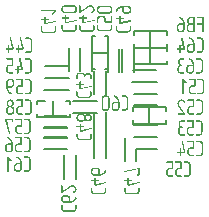
<source format=gbo>
G04*
G04 #@! TF.GenerationSoftware,Altium Limited,Altium Designer,24.4.1 (13)*
G04*
G04 Layer_Color=16776960*
%FSLAX44Y44*%
%MOMM*%
G71*
G04*
G04 #@! TF.SameCoordinates,79C69C62-86B7-489C-B206-AEF25DFC5C41*
G04*
G04*
G04 #@! TF.FilePolarity,Positive*
G04*
G01*
G75*
%ADD11C,0.1500*%
G36*
X510811Y405811D02*
X510902Y405794D01*
X510977Y405761D01*
X511044Y405728D01*
X511094Y405694D01*
X511136Y405661D01*
X511161Y405644D01*
X511169Y405636D01*
X513918Y402878D01*
X513977Y402770D01*
X514018Y402678D01*
X514043Y402612D01*
X514060Y402553D01*
X514076Y402503D01*
X514085Y402478D01*
Y402462D01*
Y402453D01*
X514076Y402353D01*
X514060Y402262D01*
X514026Y402187D01*
X513993Y402120D01*
X513960Y402062D01*
X513927Y402020D01*
X513910Y401995D01*
X513902Y401987D01*
X513827Y401920D01*
X513752Y401879D01*
X513668Y401845D01*
X513593Y401820D01*
X513535Y401804D01*
X513477Y401795D01*
X513435D01*
X513343Y401804D01*
X513252Y401828D01*
X513177Y401853D01*
X513110Y401895D01*
X513060Y401928D01*
X513018Y401954D01*
X512994Y401978D01*
X512985Y401987D01*
X511361Y403895D01*
Y393314D01*
X511352Y393197D01*
X511327Y393089D01*
X511286Y393006D01*
X511244Y392931D01*
X511211Y392873D01*
X511169Y392831D01*
X511144Y392806D01*
X511136Y392798D01*
X511036Y392756D01*
X510944Y392723D01*
X510869Y392706D01*
X510811Y392689D01*
X510769Y392681D01*
X510736Y392673D01*
X510711D01*
X510611Y392681D01*
X510527Y392697D01*
X510444Y392723D01*
X510378Y392756D01*
X510319Y392789D01*
X510277Y392814D01*
X510252Y392831D01*
X510244Y392839D01*
X510186Y392914D01*
X510136Y392989D01*
X510103Y393064D01*
X510086Y393139D01*
X510069Y393214D01*
X510061Y393264D01*
Y393297D01*
Y393314D01*
Y405186D01*
X510069Y405286D01*
X510094Y405378D01*
X510127Y405453D01*
X510161Y405519D01*
X510202Y405578D01*
X510236Y405611D01*
X510261Y405636D01*
X510269Y405644D01*
X510344Y405703D01*
X510428Y405744D01*
X510502Y405778D01*
X510569Y405794D01*
X510627Y405811D01*
X510677Y405819D01*
X510719D01*
X510811Y405811D01*
D02*
G37*
G36*
X527231D02*
X527456Y405778D01*
X527656Y405736D01*
X527856Y405677D01*
X528040Y405611D01*
X528215Y405536D01*
X528373Y405461D01*
X528515Y405378D01*
X528648Y405294D01*
X528764Y405219D01*
X528864Y405144D01*
X528948Y405078D01*
X529014Y405019D01*
X529056Y404978D01*
X529089Y404944D01*
X529098Y404936D01*
X529248Y404769D01*
X529373Y404594D01*
X529489Y404420D01*
X529581Y404245D01*
X529664Y404078D01*
X529731Y403903D01*
X529789Y403745D01*
X529831Y403586D01*
X529873Y403445D01*
X529897Y403312D01*
X529914Y403195D01*
X529922Y403095D01*
X529931Y403012D01*
X529939Y402945D01*
Y402912D01*
Y402895D01*
Y395597D01*
X529931Y395372D01*
X529897Y395155D01*
X529856Y394947D01*
X529798Y394755D01*
X529731Y394572D01*
X529656Y394405D01*
X529573Y394247D01*
X529489Y394097D01*
X529406Y393972D01*
X529331Y393856D01*
X529256Y393756D01*
X529189Y393672D01*
X529131Y393606D01*
X529089Y393564D01*
X529056Y393531D01*
X529048Y393522D01*
X528881Y393372D01*
X528706Y393239D01*
X528531Y393131D01*
X528356Y393031D01*
X528181Y392947D01*
X528006Y392881D01*
X527848Y392822D01*
X527690Y392781D01*
X527548Y392747D01*
X527415Y392714D01*
X527298Y392697D01*
X527198Y392689D01*
X527115Y392681D01*
X527057Y392673D01*
X524740D01*
X524632Y392681D01*
X524532Y392706D01*
X524449Y392739D01*
X524382Y392781D01*
X524324Y392814D01*
X524291Y392848D01*
X524266Y392873D01*
X524257Y392881D01*
X524199Y392956D01*
X524157Y393039D01*
X524132Y393114D01*
X524107Y393181D01*
X524099Y393239D01*
X524091Y393281D01*
Y393314D01*
Y393322D01*
X524099Y393406D01*
X524124Y393489D01*
X524157Y393564D01*
X524191Y393631D01*
X524224Y393681D01*
X524257Y393722D01*
X524282Y393747D01*
X524291Y393756D01*
X524366Y393822D01*
X524449Y393872D01*
X524524Y393914D01*
X524590Y393939D01*
X524649Y393955D01*
X524699Y393964D01*
X527006D01*
X527132Y393972D01*
X527248Y393980D01*
X527365Y394006D01*
X527473Y394039D01*
X527673Y394114D01*
X527840Y394206D01*
X527915Y394247D01*
X527973Y394289D01*
X528031Y394330D01*
X528081Y394364D01*
X528115Y394397D01*
X528140Y394422D01*
X528156Y394430D01*
X528165Y394439D01*
X528248Y394530D01*
X528323Y394630D01*
X528381Y394722D01*
X528439Y394822D01*
X528481Y394922D01*
X528523Y395022D01*
X528581Y395197D01*
X528615Y395355D01*
X528623Y395422D01*
X528631Y395480D01*
X528639Y395530D01*
Y395563D01*
Y395588D01*
Y395597D01*
Y402895D01*
X528631Y403020D01*
X528623Y403145D01*
X528598Y403261D01*
X528564Y403370D01*
X528489Y403561D01*
X528398Y403736D01*
X528356Y403803D01*
X528315Y403870D01*
X528273Y403928D01*
X528240Y403970D01*
X528206Y404003D01*
X528181Y404028D01*
X528173Y404045D01*
X528165Y404053D01*
X528073Y404136D01*
X527973Y404211D01*
X527881Y404269D01*
X527781Y404328D01*
X527681Y404378D01*
X527581Y404411D01*
X527406Y404469D01*
X527248Y404503D01*
X527182Y404511D01*
X527123Y404520D01*
X527073Y404528D01*
X524740D01*
X524632Y404536D01*
X524532Y404561D01*
X524449Y404594D01*
X524382Y404636D01*
X524324Y404669D01*
X524291Y404703D01*
X524266Y404728D01*
X524257Y404736D01*
X524199Y404811D01*
X524157Y404894D01*
X524132Y404969D01*
X524107Y405036D01*
X524099Y405094D01*
X524091Y405136D01*
Y405169D01*
Y405178D01*
X524099Y405261D01*
X524124Y405344D01*
X524157Y405419D01*
X524191Y405486D01*
X524224Y405536D01*
X524257Y405578D01*
X524282Y405602D01*
X524291Y405611D01*
X524366Y405677D01*
X524449Y405728D01*
X524524Y405769D01*
X524590Y405794D01*
X524649Y405811D01*
X524699Y405819D01*
X527006D01*
X527231Y405811D01*
D02*
G37*
G36*
X518417Y405778D02*
X518775Y405619D01*
X519117Y405444D01*
X519434Y405253D01*
X519725Y405053D01*
X520000Y404844D01*
X520250Y404636D01*
X520483Y404420D01*
X520683Y404220D01*
X520875Y404020D01*
X521033Y403836D01*
X521166Y403670D01*
X521283Y403528D01*
X521366Y403403D01*
X521400Y403353D01*
X521433Y403312D01*
X521458Y403278D01*
X521466Y403253D01*
X521483Y403245D01*
Y403237D01*
X521658Y402928D01*
X521816Y402612D01*
X521950Y402303D01*
X522058Y401987D01*
X522158Y401679D01*
X522241Y401387D01*
X522308Y401104D01*
X522358Y400837D01*
X522399Y400587D01*
X522433Y400354D01*
X522449Y400154D01*
X522466Y399987D01*
X522474Y399912D01*
Y399846D01*
X522483Y399787D01*
Y399737D01*
Y399704D01*
Y399679D01*
Y399662D01*
Y399654D01*
Y395597D01*
X522474Y395372D01*
X522441Y395155D01*
X522399Y394947D01*
X522341Y394755D01*
X522274Y394564D01*
X522199Y394397D01*
X522116Y394239D01*
X522033Y394097D01*
X521950Y393964D01*
X521866Y393847D01*
X521791Y393747D01*
X521725Y393664D01*
X521666Y393597D01*
X521625Y393556D01*
X521591Y393522D01*
X521583Y393514D01*
X521408Y393364D01*
X521241Y393239D01*
X521058Y393122D01*
X520883Y393031D01*
X520717Y392947D01*
X520550Y392881D01*
X520383Y392822D01*
X520233Y392781D01*
X520092Y392739D01*
X519958Y392714D01*
X519850Y392697D01*
X519750Y392689D01*
X519667Y392681D01*
X519608Y392673D01*
X518642D01*
X518417Y392681D01*
X518200Y392706D01*
X518000Y392747D01*
X517801Y392806D01*
X517626Y392873D01*
X517451Y392939D01*
X517292Y393022D01*
X517151Y393097D01*
X517017Y393181D01*
X516901Y393256D01*
X516801Y393322D01*
X516717Y393389D01*
X516651Y393447D01*
X516609Y393489D01*
X516576Y393514D01*
X516567Y393522D01*
X516418Y393689D01*
X516284Y393856D01*
X516168Y394030D01*
X516068Y394206D01*
X515984Y394380D01*
X515918Y394555D01*
X515859Y394722D01*
X515818Y394880D01*
X515784Y395030D01*
X515751Y395163D01*
X515734Y395289D01*
X515726Y395388D01*
X515718Y395480D01*
X515709Y395547D01*
Y395580D01*
Y395597D01*
Y397421D01*
X515718Y397646D01*
X515743Y397863D01*
X515784Y398071D01*
X515843Y398263D01*
X515909Y398446D01*
X515984Y398613D01*
X516059Y398771D01*
X516134Y398921D01*
X516218Y399046D01*
X516293Y399162D01*
X516368Y399263D01*
X516434Y399346D01*
X516484Y399412D01*
X516534Y399454D01*
X516559Y399487D01*
X516567Y399496D01*
X516734Y399646D01*
X516901Y399779D01*
X517076Y399887D01*
X517251Y399987D01*
X517426Y400071D01*
X517601Y400137D01*
X517767Y400196D01*
X517925Y400237D01*
X518075Y400271D01*
X518217Y400304D01*
X518342Y400321D01*
X518442Y400329D01*
X518534Y400337D01*
X518592Y400346D01*
X521183D01*
X521175Y400495D01*
X521150Y400662D01*
X521108Y400837D01*
X521066Y400995D01*
X521025Y401145D01*
X521000Y401212D01*
X520983Y401262D01*
X520975Y401312D01*
X520958Y401345D01*
X520950Y401362D01*
Y401370D01*
X520858Y401612D01*
X520758Y401828D01*
X520667Y402029D01*
X520583Y402203D01*
X520541Y402278D01*
X520508Y402345D01*
X520475Y402395D01*
X520450Y402445D01*
X520433Y402487D01*
X520417Y402512D01*
X520400Y402528D01*
Y402537D01*
X520300Y402687D01*
X520200Y402820D01*
X520100Y402953D01*
X520008Y403070D01*
X519917Y403178D01*
X519825Y403287D01*
X519742Y403378D01*
X519658Y403461D01*
X519583Y403536D01*
X519517Y403603D01*
X519459Y403661D01*
X519408Y403703D01*
X519367Y403736D01*
X519333Y403770D01*
X519317Y403778D01*
X519309Y403786D01*
X519200Y403870D01*
X519092Y403953D01*
X518992Y404028D01*
X518884Y404103D01*
X518800Y404153D01*
X518725Y404203D01*
X518684Y404228D01*
X518667Y404236D01*
X518342Y404403D01*
X518142Y404495D01*
X517959Y404561D01*
X517876Y404611D01*
X517809Y404669D01*
X517751Y404711D01*
X517709Y404753D01*
X517676Y404794D01*
X517651Y404819D01*
X517634Y404836D01*
Y404844D01*
X517601Y404903D01*
X517584Y404953D01*
X517551Y405061D01*
Y405103D01*
X517542Y405136D01*
Y405161D01*
Y405169D01*
X517551Y405261D01*
X517567Y405344D01*
X517601Y405419D01*
X517626Y405486D01*
X517659Y405544D01*
X517692Y405586D01*
X517709Y405611D01*
X517717Y405619D01*
X517784Y405686D01*
X517859Y405736D01*
X517934Y405778D01*
X518009Y405802D01*
X518067Y405819D01*
X518117Y405827D01*
X518167D01*
X518417Y405778D01*
D02*
G37*
G36*
X528135Y454065D02*
X528360Y454032D01*
X528560Y453990D01*
X528760Y453932D01*
X528943Y453865D01*
X529118Y453790D01*
X529277Y453715D01*
X529418Y453632D01*
X529552Y453548D01*
X529668Y453474D01*
X529768Y453399D01*
X529852Y453332D01*
X529918Y453274D01*
X529960Y453232D01*
X529993Y453199D01*
X530002Y453190D01*
X530152Y453024D01*
X530276Y452849D01*
X530393Y452674D01*
X530485Y452499D01*
X530568Y452332D01*
X530635Y452157D01*
X530693Y451999D01*
X530735Y451841D01*
X530776Y451699D01*
X530801Y451566D01*
X530818Y451449D01*
X530826Y451349D01*
X530835Y451266D01*
X530843Y451199D01*
Y451166D01*
Y451149D01*
Y443851D01*
X530835Y443626D01*
X530801Y443409D01*
X530760Y443201D01*
X530701Y443009D01*
X530635Y442826D01*
X530560Y442660D01*
X530476Y442501D01*
X530393Y442351D01*
X530310Y442226D01*
X530235Y442110D01*
X530160Y442010D01*
X530093Y441926D01*
X530035Y441860D01*
X529993Y441818D01*
X529960Y441785D01*
X529952Y441777D01*
X529785Y441627D01*
X529610Y441493D01*
X529435Y441385D01*
X529260Y441285D01*
X529085Y441202D01*
X528910Y441135D01*
X528752Y441077D01*
X528594Y441035D01*
X528452Y441002D01*
X528319Y440968D01*
X528202Y440952D01*
X528102Y440943D01*
X528019Y440935D01*
X527961Y440927D01*
X525644D01*
X525536Y440935D01*
X525436Y440960D01*
X525353Y440993D01*
X525286Y441035D01*
X525228Y441068D01*
X525195Y441102D01*
X525169Y441127D01*
X525161Y441135D01*
X525103Y441210D01*
X525061Y441293D01*
X525036Y441368D01*
X525011Y441435D01*
X525003Y441493D01*
X524995Y441535D01*
Y441568D01*
Y441576D01*
X525003Y441660D01*
X525028Y441743D01*
X525061Y441818D01*
X525094Y441885D01*
X525128Y441935D01*
X525161Y441976D01*
X525186Y442001D01*
X525195Y442010D01*
X525270Y442076D01*
X525353Y442126D01*
X525428Y442168D01*
X525494Y442193D01*
X525553Y442210D01*
X525603Y442218D01*
X527910D01*
X528035Y442226D01*
X528152Y442235D01*
X528269Y442260D01*
X528377Y442293D01*
X528577Y442368D01*
X528744Y442460D01*
X528819Y442501D01*
X528877Y442543D01*
X528935Y442585D01*
X528985Y442618D01*
X529019Y442651D01*
X529044Y442676D01*
X529060Y442685D01*
X529068Y442693D01*
X529152Y442785D01*
X529227Y442884D01*
X529285Y442976D01*
X529343Y443076D01*
X529385Y443176D01*
X529427Y443276D01*
X529485Y443451D01*
X529518Y443609D01*
X529527Y443676D01*
X529535Y443734D01*
X529543Y443784D01*
Y443818D01*
Y443843D01*
Y443851D01*
Y451149D01*
X529535Y451274D01*
X529527Y451399D01*
X529502Y451516D01*
X529468Y451624D01*
X529393Y451816D01*
X529302Y451991D01*
X529260Y452057D01*
X529218Y452124D01*
X529177Y452182D01*
X529143Y452224D01*
X529110Y452257D01*
X529085Y452282D01*
X529077Y452299D01*
X529068Y452307D01*
X528977Y452390D01*
X528877Y452465D01*
X528785Y452524D01*
X528685Y452582D01*
X528585Y452632D01*
X528485Y452665D01*
X528310Y452724D01*
X528152Y452757D01*
X528085Y452765D01*
X528027Y452774D01*
X527977Y452782D01*
X525644D01*
X525536Y452790D01*
X525436Y452815D01*
X525353Y452849D01*
X525286Y452890D01*
X525228Y452924D01*
X525195Y452957D01*
X525169Y452982D01*
X525161Y452990D01*
X525103Y453065D01*
X525061Y453148D01*
X525036Y453223D01*
X525011Y453290D01*
X525003Y453349D01*
X524995Y453390D01*
Y453424D01*
Y453432D01*
X525003Y453515D01*
X525028Y453598D01*
X525061Y453673D01*
X525094Y453740D01*
X525128Y453790D01*
X525161Y453832D01*
X525186Y453857D01*
X525195Y453865D01*
X525270Y453932D01*
X525353Y453982D01*
X525428Y454023D01*
X525494Y454048D01*
X525553Y454065D01*
X525603Y454073D01*
X527910D01*
X528135Y454065D01*
D02*
G37*
G36*
X522862D02*
X522953Y454048D01*
X523045Y454015D01*
X523112Y453973D01*
X523178Y453923D01*
X523228Y453873D01*
X523270Y453815D01*
X523303Y453757D01*
X523353Y453632D01*
X523378Y453532D01*
Y453490D01*
X523387Y453457D01*
Y453440D01*
Y453432D01*
Y447942D01*
X523378Y447825D01*
X523362Y447733D01*
X523328Y447642D01*
X523287Y447575D01*
X523237Y447508D01*
X523187Y447458D01*
X523128Y447417D01*
X523062Y447383D01*
X522945Y447333D01*
X522845Y447308D01*
X522803D01*
X522770Y447300D01*
X520454D01*
X520329Y447292D01*
X520212Y447283D01*
X520096Y447258D01*
X519987Y447225D01*
X519796Y447150D01*
X519629Y447067D01*
X519554Y447017D01*
X519488Y446975D01*
X519438Y446934D01*
X519388Y446900D01*
X519354Y446867D01*
X519329Y446842D01*
X519313Y446833D01*
X519304Y446825D01*
X519221Y446734D01*
X519146Y446642D01*
X519088Y446542D01*
X519029Y446442D01*
X518979Y446350D01*
X518946Y446250D01*
X518888Y446075D01*
X518854Y445917D01*
X518846Y445850D01*
X518838Y445792D01*
X518829Y445742D01*
Y445709D01*
Y445684D01*
Y445676D01*
Y443851D01*
X518838Y443726D01*
X518846Y443601D01*
X518871Y443484D01*
X518904Y443376D01*
X518979Y443176D01*
X519063Y443009D01*
X519113Y442934D01*
X519154Y442868D01*
X519196Y442818D01*
X519229Y442768D01*
X519263Y442734D01*
X519288Y442710D01*
X519296Y442693D01*
X519304Y442685D01*
X519396Y442601D01*
X519488Y442535D01*
X519588Y442468D01*
X519688Y442418D01*
X519879Y442335D01*
X520054Y442276D01*
X520212Y442243D01*
X520279Y442235D01*
X520337Y442226D01*
X520387Y442218D01*
X522745D01*
X522862Y442210D01*
X522962Y442176D01*
X523045Y442143D01*
X523112Y442093D01*
X523170Y442051D01*
X523203Y442010D01*
X523228Y441976D01*
X523237Y441968D01*
X523287Y441885D01*
X523320Y441801D01*
X523353Y441735D01*
X523370Y441685D01*
X523378Y441635D01*
X523387Y441601D01*
Y441585D01*
Y441576D01*
X523378Y441485D01*
X523362Y441393D01*
X523337Y441310D01*
X523303Y441243D01*
X523270Y441185D01*
X523245Y441143D01*
X523228Y441110D01*
X523220Y441102D01*
X523145Y441043D01*
X523070Y441002D01*
X522987Y440968D01*
X522912Y440952D01*
X522845Y440935D01*
X522795Y440927D01*
X520454D01*
X520229Y440935D01*
X520021Y440960D01*
X519813Y441010D01*
X519621Y441060D01*
X519438Y441127D01*
X519271Y441202D01*
X519113Y441277D01*
X518971Y441360D01*
X518838Y441435D01*
X518721Y441510D01*
X518621Y441585D01*
X518538Y441651D01*
X518471Y441710D01*
X518430Y441752D01*
X518396Y441777D01*
X518388Y441785D01*
X518238Y441951D01*
X518105Y442126D01*
X517988Y442301D01*
X517888Y442476D01*
X517805Y442651D01*
X517738Y442818D01*
X517680Y442985D01*
X517638Y443143D01*
X517605Y443293D01*
X517571Y443426D01*
X517555Y443543D01*
X517547Y443651D01*
X517538Y443734D01*
X517530Y443801D01*
Y443834D01*
Y443851D01*
Y445676D01*
X517538Y445892D01*
X517563Y446109D01*
X517605Y446309D01*
X517663Y446500D01*
X517730Y446675D01*
X517805Y446850D01*
X517880Y447000D01*
X517955Y447150D01*
X518038Y447275D01*
X518113Y447392D01*
X518188Y447492D01*
X518255Y447575D01*
X518305Y447642D01*
X518355Y447683D01*
X518380Y447717D01*
X518388Y447725D01*
X518554Y447875D01*
X518721Y448008D01*
X518896Y448125D01*
X519071Y448225D01*
X519246Y448308D01*
X519421Y448383D01*
X519588Y448441D01*
X519746Y448483D01*
X519888Y448516D01*
X520029Y448550D01*
X520146Y448566D01*
X520254Y448575D01*
X520337Y448583D01*
X520404Y448591D01*
X522087D01*
Y452782D01*
X518180D01*
X518071Y452790D01*
X517971Y452815D01*
X517896Y452849D01*
X517830Y452890D01*
X517771Y452924D01*
X517738Y452957D01*
X517713Y452982D01*
X517705Y452990D01*
X517646Y453065D01*
X517605Y453148D01*
X517571Y453223D01*
X517555Y453290D01*
X517538Y453349D01*
X517530Y453390D01*
Y453424D01*
Y453432D01*
X517538Y453515D01*
X517563Y453598D01*
X517597Y453673D01*
X517630Y453740D01*
X517671Y453790D01*
X517705Y453832D01*
X517730Y453857D01*
X517738Y453865D01*
X517813Y453932D01*
X517888Y453982D01*
X517963Y454023D01*
X518030Y454048D01*
X518096Y454065D01*
X518138Y454073D01*
X522745D01*
X522862Y454065D01*
D02*
G37*
G36*
X513173Y454023D02*
X513681Y453873D01*
X513872Y453782D01*
X514047Y453682D01*
X514206Y453573D01*
X514347Y453474D01*
X514456Y453390D01*
X514539Y453315D01*
X514572Y453290D01*
X514597Y453265D01*
X514605Y453257D01*
X514614Y453248D01*
X514764Y453065D01*
X514897Y452882D01*
X515014Y452699D01*
X515114Y452515D01*
X515189Y452340D01*
X515264Y452165D01*
X515322Y452007D01*
X515364Y451849D01*
X515397Y451707D01*
X515430Y451574D01*
X515447Y451457D01*
X515455Y451357D01*
X515464Y451274D01*
X515472Y451216D01*
Y451182D01*
Y451166D01*
Y450233D01*
X515464Y449974D01*
X515430Y449741D01*
X515380Y449516D01*
X515330Y449333D01*
X515305Y449249D01*
X515280Y449175D01*
X515255Y449108D01*
X515230Y449050D01*
X515214Y449008D01*
X515197Y448975D01*
X515189Y448958D01*
Y448950D01*
X515072Y448750D01*
X514955Y448575D01*
X514831Y448433D01*
X514714Y448316D01*
X514614Y448225D01*
X514539Y448167D01*
X514506Y448142D01*
X514481Y448125D01*
X514472Y448116D01*
X514464D01*
X514697Y447975D01*
X514906Y447817D01*
X515089Y447650D01*
X515247Y447483D01*
X515364Y447333D01*
X515414Y447267D01*
X515455Y447208D01*
X515489Y447167D01*
X515514Y447133D01*
X515522Y447108D01*
X515530Y447100D01*
X515597Y446975D01*
X515664Y446842D01*
X515764Y446592D01*
X515830Y446350D01*
X515880Y446134D01*
X515897Y446034D01*
X515905Y445950D01*
X515922Y445867D01*
Y445800D01*
X515930Y445750D01*
Y445709D01*
Y445684D01*
Y445676D01*
Y443851D01*
X515922Y443626D01*
X515889Y443409D01*
X515847Y443201D01*
X515789Y443009D01*
X515722Y442818D01*
X515647Y442651D01*
X515564Y442493D01*
X515480Y442351D01*
X515397Y442218D01*
X515314Y442101D01*
X515239Y442001D01*
X515172Y441918D01*
X515114Y441851D01*
X515072Y441810D01*
X515039Y441777D01*
X515030Y441768D01*
X514855Y441618D01*
X514689Y441493D01*
X514506Y441377D01*
X514331Y441285D01*
X514164Y441202D01*
X513997Y441135D01*
X513831Y441077D01*
X513681Y441035D01*
X513539Y440993D01*
X513406Y440968D01*
X513298Y440952D01*
X513198Y440943D01*
X513114Y440935D01*
X513056Y440927D01*
X512090D01*
X511865Y440935D01*
X511648Y440960D01*
X511448Y441002D01*
X511248Y441060D01*
X511073Y441127D01*
X510898Y441193D01*
X510740Y441277D01*
X510598Y441352D01*
X510465Y441435D01*
X510348Y441510D01*
X510248Y441576D01*
X510165Y441643D01*
X510098Y441702D01*
X510057Y441743D01*
X510023Y441768D01*
X510015Y441777D01*
X509865Y441943D01*
X509732Y442110D01*
X509615Y442285D01*
X509515Y442460D01*
X509432Y442635D01*
X509365Y442809D01*
X509307Y442976D01*
X509265Y443134D01*
X509232Y443284D01*
X509199Y443418D01*
X509182Y443543D01*
X509174Y443643D01*
X509165Y443734D01*
X509157Y443801D01*
Y443834D01*
Y443851D01*
Y445676D01*
X509165Y445825D01*
X509174Y445975D01*
X509232Y446259D01*
X509299Y446525D01*
X509340Y446642D01*
X509382Y446750D01*
X509432Y446850D01*
X509473Y446942D01*
X509507Y447025D01*
X509540Y447092D01*
X509574Y447142D01*
X509599Y447183D01*
X509607Y447208D01*
X509615Y447217D01*
X509698Y447350D01*
X509790Y447467D01*
X509882Y447575D01*
X509965Y447667D01*
X510057Y447750D01*
X510140Y447825D01*
X510215Y447892D01*
X510298Y447950D01*
X510365Y448000D01*
X510432Y448041D01*
X510490Y448075D01*
X510540Y448100D01*
X510573Y448116D01*
X510607Y448133D01*
X510623Y448142D01*
X510632D01*
X510465Y448250D01*
X510315Y448383D01*
X510190Y448516D01*
X510082Y448650D01*
X509998Y448766D01*
X509940Y448866D01*
X509915Y448908D01*
X509898Y448933D01*
X509890Y448950D01*
Y448958D01*
X509798Y449175D01*
X509732Y449391D01*
X509682Y449608D01*
X509649Y449799D01*
X509640Y449891D01*
X509632Y449974D01*
X509623Y450041D01*
X509615Y450108D01*
Y450158D01*
Y450191D01*
Y450216D01*
Y450224D01*
Y451157D01*
Y451449D01*
X509665Y451766D01*
X509815Y452282D01*
X509907Y452474D01*
X510007Y452657D01*
X510115Y452815D01*
X510223Y452957D01*
X510323Y453065D01*
X510398Y453148D01*
X510432Y453182D01*
X510457Y453207D01*
X510465Y453215D01*
X510473Y453223D01*
X510640Y453373D01*
X510815Y453507D01*
X510990Y453615D01*
X511165Y453715D01*
X511348Y453798D01*
X511523Y453865D01*
X511690Y453923D01*
X511848Y453965D01*
X511998Y453998D01*
X512131Y454032D01*
X512256Y454048D01*
X512365Y454057D01*
X512448Y454065D01*
X512506Y454073D01*
X512856D01*
X513173Y454023D01*
D02*
G37*
G36*
X672677Y436565D02*
X672902Y436532D01*
X673102Y436490D01*
X673302Y436432D01*
X673485Y436365D01*
X673660Y436290D01*
X673819Y436215D01*
X673960Y436132D01*
X674093Y436049D01*
X674210Y435974D01*
X674310Y435899D01*
X674393Y435832D01*
X674460Y435774D01*
X674502Y435732D01*
X674535Y435699D01*
X674543Y435690D01*
X674693Y435524D01*
X674818Y435349D01*
X674935Y435174D01*
X675027Y434999D01*
X675110Y434832D01*
X675177Y434657D01*
X675235Y434499D01*
X675276Y434341D01*
X675318Y434199D01*
X675343Y434066D01*
X675360Y433949D01*
X675368Y433849D01*
X675377Y433766D01*
X675385Y433699D01*
Y433666D01*
Y433649D01*
Y426351D01*
X675377Y426126D01*
X675343Y425909D01*
X675302Y425701D01*
X675243Y425509D01*
X675177Y425326D01*
X675102Y425160D01*
X675018Y425001D01*
X674935Y424851D01*
X674852Y424726D01*
X674777Y424610D01*
X674702Y424510D01*
X674635Y424426D01*
X674577Y424360D01*
X674535Y424318D01*
X674502Y424285D01*
X674493Y424277D01*
X674327Y424127D01*
X674152Y423993D01*
X673977Y423885D01*
X673802Y423785D01*
X673627Y423702D01*
X673452Y423635D01*
X673294Y423577D01*
X673135Y423535D01*
X672994Y423502D01*
X672860Y423468D01*
X672744Y423452D01*
X672644Y423443D01*
X672561Y423435D01*
X672502Y423427D01*
X670186D01*
X670078Y423435D01*
X669978Y423460D01*
X669895Y423493D01*
X669828Y423535D01*
X669770Y423568D01*
X669736Y423602D01*
X669711Y423627D01*
X669703Y423635D01*
X669645Y423710D01*
X669603Y423793D01*
X669578Y423868D01*
X669553Y423935D01*
X669545Y423993D01*
X669536Y424035D01*
Y424068D01*
Y424076D01*
X669545Y424160D01*
X669570Y424243D01*
X669603Y424318D01*
X669636Y424385D01*
X669670Y424435D01*
X669703Y424476D01*
X669728Y424501D01*
X669736Y424510D01*
X669811Y424576D01*
X669895Y424626D01*
X669970Y424668D01*
X670036Y424693D01*
X670095Y424710D01*
X670145Y424718D01*
X672452D01*
X672577Y424726D01*
X672694Y424735D01*
X672811Y424760D01*
X672919Y424793D01*
X673119Y424868D01*
X673285Y424960D01*
X673360Y425001D01*
X673419Y425043D01*
X673477Y425085D01*
X673527Y425118D01*
X673560Y425151D01*
X673585Y425176D01*
X673602Y425185D01*
X673610Y425193D01*
X673694Y425285D01*
X673769Y425384D01*
X673827Y425476D01*
X673885Y425576D01*
X673927Y425676D01*
X673969Y425776D01*
X674027Y425951D01*
X674060Y426109D01*
X674069Y426176D01*
X674077Y426234D01*
X674085Y426284D01*
Y426318D01*
Y426343D01*
Y426351D01*
Y433649D01*
X674077Y433774D01*
X674069Y433899D01*
X674044Y434016D01*
X674010Y434124D01*
X673935Y434316D01*
X673844Y434491D01*
X673802Y434557D01*
X673760Y434624D01*
X673719Y434682D01*
X673685Y434724D01*
X673652Y434757D01*
X673627Y434782D01*
X673619Y434799D01*
X673610Y434807D01*
X673519Y434890D01*
X673419Y434965D01*
X673327Y435024D01*
X673227Y435082D01*
X673127Y435132D01*
X673027Y435165D01*
X672852Y435224D01*
X672694Y435257D01*
X672627Y435265D01*
X672569Y435274D01*
X672519Y435282D01*
X670186D01*
X670078Y435290D01*
X669978Y435315D01*
X669895Y435349D01*
X669828Y435390D01*
X669770Y435424D01*
X669736Y435457D01*
X669711Y435482D01*
X669703Y435490D01*
X669645Y435565D01*
X669603Y435649D01*
X669578Y435723D01*
X669553Y435790D01*
X669545Y435849D01*
X669536Y435890D01*
Y435924D01*
Y435932D01*
X669545Y436015D01*
X669570Y436098D01*
X669603Y436173D01*
X669636Y436240D01*
X669670Y436290D01*
X669703Y436332D01*
X669728Y436357D01*
X669736Y436365D01*
X669811Y436432D01*
X669895Y436482D01*
X669970Y436523D01*
X670036Y436548D01*
X670095Y436565D01*
X670145Y436573D01*
X672452D01*
X672677Y436565D01*
D02*
G37*
G36*
X667403D02*
X667495Y436548D01*
X667587Y436515D01*
X667654Y436473D01*
X667720Y436423D01*
X667770Y436373D01*
X667812Y436315D01*
X667845Y436257D01*
X667895Y436132D01*
X667920Y436032D01*
Y435990D01*
X667928Y435957D01*
Y435940D01*
Y435932D01*
Y430442D01*
X667920Y430325D01*
X667903Y430233D01*
X667870Y430142D01*
X667828Y430075D01*
X667778Y430008D01*
X667729Y429958D01*
X667670Y429917D01*
X667604Y429883D01*
X667487Y429833D01*
X667387Y429808D01*
X667345D01*
X667312Y429800D01*
X664996D01*
X664871Y429792D01*
X664754Y429783D01*
X664638Y429758D01*
X664529Y429725D01*
X664338Y429650D01*
X664171Y429567D01*
X664096Y429517D01*
X664029Y429475D01*
X663979Y429434D01*
X663929Y429400D01*
X663896Y429367D01*
X663871Y429342D01*
X663855Y429333D01*
X663846Y429325D01*
X663763Y429234D01*
X663688Y429142D01*
X663630Y429042D01*
X663571Y428942D01*
X663521Y428850D01*
X663488Y428750D01*
X663430Y428575D01*
X663396Y428417D01*
X663388Y428350D01*
X663380Y428292D01*
X663371Y428242D01*
Y428209D01*
Y428184D01*
Y428176D01*
Y426351D01*
X663380Y426226D01*
X663388Y426101D01*
X663413Y425984D01*
X663446Y425876D01*
X663521Y425676D01*
X663605Y425509D01*
X663654Y425434D01*
X663696Y425368D01*
X663738Y425318D01*
X663771Y425268D01*
X663804Y425235D01*
X663829Y425210D01*
X663838Y425193D01*
X663846Y425185D01*
X663938Y425101D01*
X664029Y425035D01*
X664129Y424968D01*
X664229Y424918D01*
X664421Y424835D01*
X664596Y424776D01*
X664754Y424743D01*
X664821Y424735D01*
X664879Y424726D01*
X664929Y424718D01*
X667287D01*
X667403Y424710D01*
X667504Y424676D01*
X667587Y424643D01*
X667654Y424593D01*
X667712Y424551D01*
X667745Y424510D01*
X667770Y424476D01*
X667778Y424468D01*
X667828Y424385D01*
X667862Y424301D01*
X667895Y424235D01*
X667912Y424185D01*
X667920Y424135D01*
X667928Y424101D01*
Y424085D01*
Y424076D01*
X667920Y423985D01*
X667903Y423893D01*
X667878Y423810D01*
X667845Y423743D01*
X667812Y423685D01*
X667787Y423643D01*
X667770Y423610D01*
X667762Y423602D01*
X667687Y423543D01*
X667612Y423502D01*
X667529Y423468D01*
X667454Y423452D01*
X667387Y423435D01*
X667337Y423427D01*
X664996D01*
X664771Y423435D01*
X664563Y423460D01*
X664354Y423510D01*
X664163Y423560D01*
X663979Y423627D01*
X663813Y423702D01*
X663654Y423777D01*
X663513Y423860D01*
X663380Y423935D01*
X663263Y424010D01*
X663163Y424085D01*
X663080Y424151D01*
X663013Y424210D01*
X662971Y424252D01*
X662938Y424277D01*
X662930Y424285D01*
X662780Y424451D01*
X662646Y424626D01*
X662530Y424801D01*
X662430Y424976D01*
X662346Y425151D01*
X662280Y425318D01*
X662222Y425485D01*
X662180Y425643D01*
X662147Y425793D01*
X662113Y425926D01*
X662097Y426043D01*
X662088Y426151D01*
X662080Y426234D01*
X662072Y426301D01*
Y426334D01*
Y426351D01*
Y428176D01*
X662080Y428392D01*
X662105Y428609D01*
X662147Y428809D01*
X662205Y429000D01*
X662271Y429175D01*
X662346Y429350D01*
X662421Y429500D01*
X662496Y429650D01*
X662580Y429775D01*
X662655Y429892D01*
X662730Y429992D01*
X662796Y430075D01*
X662846Y430142D01*
X662896Y430183D01*
X662921Y430217D01*
X662930Y430225D01*
X663096Y430375D01*
X663263Y430508D01*
X663438Y430625D01*
X663613Y430725D01*
X663788Y430808D01*
X663963Y430883D01*
X664129Y430941D01*
X664288Y430983D01*
X664429Y431016D01*
X664571Y431050D01*
X664688Y431066D01*
X664796Y431075D01*
X664879Y431083D01*
X664946Y431091D01*
X666629D01*
Y435282D01*
X662721D01*
X662613Y435290D01*
X662513Y435315D01*
X662438Y435349D01*
X662372Y435390D01*
X662313Y435424D01*
X662280Y435457D01*
X662255Y435482D01*
X662246Y435490D01*
X662188Y435565D01*
X662147Y435649D01*
X662113Y435723D01*
X662097Y435790D01*
X662080Y435849D01*
X662072Y435890D01*
Y435924D01*
Y435932D01*
X662080Y436015D01*
X662105Y436098D01*
X662138Y436173D01*
X662171Y436240D01*
X662213Y436290D01*
X662246Y436332D01*
X662271Y436357D01*
X662280Y436365D01*
X662355Y436432D01*
X662430Y436482D01*
X662505Y436523D01*
X662571Y436548D01*
X662638Y436565D01*
X662680Y436573D01*
X667287D01*
X667403Y436565D01*
D02*
G37*
G36*
X659947D02*
X660047Y436532D01*
X660130Y436498D01*
X660197Y436448D01*
X660255Y436407D01*
X660289Y436365D01*
X660314Y436332D01*
X660322Y436323D01*
X660372Y436240D01*
X660405Y436157D01*
X660439Y436090D01*
X660455Y436040D01*
X660464Y435990D01*
X660472Y435957D01*
Y435940D01*
Y435932D01*
X660464Y435840D01*
X660447Y435748D01*
X660422Y435665D01*
X660389Y435599D01*
X660355Y435540D01*
X660330Y435499D01*
X660314Y435465D01*
X660305Y435457D01*
X660230Y435399D01*
X660155Y435357D01*
X660072Y435324D01*
X659997Y435307D01*
X659930Y435290D01*
X659881Y435282D01*
X658006D01*
X657881Y435274D01*
X657756Y435265D01*
X657639Y435240D01*
X657531Y435207D01*
X657339Y435132D01*
X657165Y435040D01*
X657098Y434999D01*
X657031Y434949D01*
X656973Y434907D01*
X656931Y434874D01*
X656898Y434840D01*
X656873Y434824D01*
X656856Y434807D01*
X656848Y434799D01*
X656765Y434707D01*
X656690Y434616D01*
X656631Y434515D01*
X656573Y434416D01*
X656523Y434324D01*
X656490Y434224D01*
X656431Y434049D01*
X656398Y433891D01*
X656390Y433824D01*
X656381Y433766D01*
X656373Y433716D01*
Y433682D01*
Y433657D01*
Y433649D01*
Y432733D01*
X656381Y432608D01*
X656390Y432483D01*
X656415Y432366D01*
X656448Y432258D01*
X656523Y432058D01*
X656606Y431891D01*
X656656Y431816D01*
X656698Y431750D01*
X656740Y431700D01*
X656773Y431650D01*
X656806Y431616D01*
X656831Y431591D01*
X656840Y431575D01*
X656848Y431566D01*
X656940Y431483D01*
X657031Y431416D01*
X657131Y431350D01*
X657231Y431300D01*
X657423Y431216D01*
X657606Y431158D01*
X657764Y431125D01*
X657831Y431116D01*
X657889Y431108D01*
X657939Y431100D01*
X658006D01*
X658123Y431091D01*
X658223Y431058D01*
X658306Y431025D01*
X658372Y430975D01*
X658431Y430933D01*
X658464Y430891D01*
X658489Y430858D01*
X658497Y430850D01*
X658548Y430766D01*
X658581Y430683D01*
X658614Y430616D01*
X658631Y430566D01*
X658639Y430517D01*
X658648Y430483D01*
Y430467D01*
Y430458D01*
X658639Y430367D01*
X658623Y430275D01*
X658597Y430192D01*
X658564Y430125D01*
X658531Y430067D01*
X658506Y430025D01*
X658489Y429992D01*
X658481Y429983D01*
X658406Y429925D01*
X658331Y429883D01*
X658248Y429850D01*
X658173Y429833D01*
X658106Y429817D01*
X658056Y429808D01*
X657548D01*
X657423Y429800D01*
X657298Y429792D01*
X657181Y429767D01*
X657073Y429733D01*
X656881Y429658D01*
X656706Y429567D01*
X656640Y429525D01*
X656573Y429475D01*
X656515Y429434D01*
X656473Y429400D01*
X656440Y429367D01*
X656415Y429350D01*
X656398Y429333D01*
X656390Y429325D01*
X656306Y429234D01*
X656231Y429142D01*
X656173Y429042D01*
X656115Y428942D01*
X656065Y428850D01*
X656031Y428750D01*
X655973Y428575D01*
X655940Y428417D01*
X655931Y428350D01*
X655923Y428292D01*
X655915Y428242D01*
Y428209D01*
Y428184D01*
Y428176D01*
Y426351D01*
X655923Y426226D01*
X655931Y426101D01*
X655956Y425984D01*
X655990Y425876D01*
X656065Y425676D01*
X656148Y425509D01*
X656198Y425434D01*
X656240Y425368D01*
X656281Y425318D01*
X656315Y425268D01*
X656348Y425235D01*
X656373Y425210D01*
X656381Y425193D01*
X656390Y425185D01*
X656481Y425101D01*
X656573Y425035D01*
X656673Y424968D01*
X656773Y424918D01*
X656964Y424835D01*
X657148Y424776D01*
X657306Y424743D01*
X657373Y424735D01*
X657431Y424726D01*
X657481Y424718D01*
X659830D01*
X659947Y424710D01*
X660047Y424676D01*
X660130Y424643D01*
X660197Y424593D01*
X660255Y424551D01*
X660289Y424510D01*
X660314Y424476D01*
X660322Y424468D01*
X660372Y424385D01*
X660405Y424301D01*
X660439Y424235D01*
X660455Y424185D01*
X660464Y424135D01*
X660472Y424101D01*
Y424085D01*
Y424076D01*
X660464Y423985D01*
X660447Y423893D01*
X660422Y423810D01*
X660389Y423743D01*
X660355Y423685D01*
X660330Y423643D01*
X660314Y423610D01*
X660305Y423602D01*
X660230Y423543D01*
X660155Y423502D01*
X660072Y423468D01*
X659997Y423452D01*
X659930Y423435D01*
X659881Y423427D01*
X657548D01*
X657323Y423435D01*
X657106Y423460D01*
X656898Y423502D01*
X656706Y423560D01*
X656523Y423627D01*
X656356Y423693D01*
X656198Y423777D01*
X656048Y423852D01*
X655923Y423935D01*
X655807Y424010D01*
X655706Y424076D01*
X655623Y424143D01*
X655557Y424202D01*
X655515Y424243D01*
X655482Y424268D01*
X655473Y424277D01*
X655323Y424443D01*
X655190Y424610D01*
X655073Y424785D01*
X654973Y424960D01*
X654890Y425135D01*
X654823Y425309D01*
X654765Y425476D01*
X654724Y425634D01*
X654690Y425784D01*
X654657Y425918D01*
X654640Y426043D01*
X654632Y426143D01*
X654623Y426234D01*
X654615Y426301D01*
Y426334D01*
Y426351D01*
Y428176D01*
X654623Y428325D01*
X654632Y428475D01*
X654690Y428759D01*
X654757Y429017D01*
X654798Y429134D01*
X654840Y429242D01*
X654890Y429350D01*
X654932Y429434D01*
X654965Y429517D01*
X654998Y429583D01*
X655032Y429633D01*
X655057Y429675D01*
X655065Y429700D01*
X655073Y429708D01*
X655157Y429842D01*
X655248Y429958D01*
X655332Y430067D01*
X655423Y430158D01*
X655507Y430250D01*
X655590Y430325D01*
X655673Y430392D01*
X655748Y430450D01*
X655815Y430500D01*
X655882Y430541D01*
X655940Y430575D01*
X655990Y430600D01*
X656023Y430616D01*
X656056Y430633D01*
X656073Y430642D01*
X656081D01*
X655915Y430766D01*
X655765Y430900D01*
X655640Y431033D01*
X655540Y431166D01*
X655457Y431283D01*
X655398Y431375D01*
X655373Y431408D01*
X655357Y431433D01*
X655348Y431450D01*
Y431458D01*
X655290Y431566D01*
X655240Y431675D01*
X655198Y431766D01*
X655173Y431858D01*
X655157Y431925D01*
X655148Y431974D01*
X655140Y432016D01*
Y432024D01*
X655073Y432224D01*
Y432433D01*
Y432733D01*
Y433649D01*
X655082Y433874D01*
X655107Y434091D01*
X655148Y434299D01*
X655207Y434491D01*
X655273Y434674D01*
X655340Y434840D01*
X655415Y434999D01*
X655498Y435149D01*
X655573Y435274D01*
X655657Y435390D01*
X655723Y435490D01*
X655790Y435574D01*
X655848Y435640D01*
X655890Y435682D01*
X655915Y435715D01*
X655923Y435723D01*
X656090Y435873D01*
X656256Y436007D01*
X656431Y436115D01*
X656606Y436215D01*
X656781Y436298D01*
X656956Y436365D01*
X657123Y436423D01*
X657281Y436465D01*
X657431Y436498D01*
X657573Y436532D01*
X657698Y436548D01*
X657798Y436557D01*
X657889Y436565D01*
X657948Y436573D01*
X659830D01*
X659947Y436565D01*
D02*
G37*
G36*
X675785Y524061D02*
X675876Y524044D01*
X675968Y524011D01*
X676035Y523969D01*
X676101Y523919D01*
X676151Y523869D01*
X676193Y523811D01*
X676226Y523753D01*
X676276Y523628D01*
X676301Y523528D01*
Y523486D01*
X676310Y523453D01*
Y523436D01*
Y523428D01*
Y511564D01*
X676301Y511447D01*
X676276Y511339D01*
X676235Y511256D01*
X676193Y511181D01*
X676160Y511123D01*
X676118Y511081D01*
X676093Y511056D01*
X676085Y511048D01*
X675985Y511006D01*
X675893Y510973D01*
X675818Y510956D01*
X675760Y510939D01*
X675718Y510931D01*
X675685Y510923D01*
X675660D01*
X675560Y510931D01*
X675477Y510947D01*
X675393Y510973D01*
X675327Y511006D01*
X675268Y511039D01*
X675227Y511064D01*
X675201Y511081D01*
X675193Y511089D01*
X675135Y511164D01*
X675085Y511239D01*
X675052Y511314D01*
X675035Y511389D01*
X675018Y511464D01*
X675010Y511514D01*
Y511547D01*
Y511564D01*
Y517296D01*
X671111D01*
X671003Y517304D01*
X670903Y517329D01*
X670819Y517363D01*
X670753Y517404D01*
X670694Y517438D01*
X670661Y517471D01*
X670636Y517496D01*
X670628Y517504D01*
X670569Y517579D01*
X670528Y517663D01*
X670503Y517737D01*
X670478Y517804D01*
X670469Y517862D01*
X670461Y517904D01*
Y517937D01*
Y517946D01*
X670469Y518029D01*
X670494Y518112D01*
X670528Y518187D01*
X670561Y518254D01*
X670594Y518304D01*
X670628Y518346D01*
X670653Y518371D01*
X670661Y518379D01*
X670736Y518446D01*
X670819Y518496D01*
X670894Y518537D01*
X670961Y518562D01*
X671019Y518579D01*
X671069Y518587D01*
X675010D01*
Y522778D01*
X671111D01*
X671003Y522786D01*
X670903Y522811D01*
X670819Y522845D01*
X670753Y522886D01*
X670694Y522920D01*
X670661Y522953D01*
X670636Y522978D01*
X670628Y522986D01*
X670569Y523061D01*
X670528Y523144D01*
X670503Y523219D01*
X670478Y523286D01*
X670469Y523344D01*
X670461Y523386D01*
Y523419D01*
Y523428D01*
X670469Y523511D01*
X670494Y523594D01*
X670528Y523669D01*
X670561Y523736D01*
X670594Y523786D01*
X670628Y523828D01*
X670653Y523853D01*
X670661Y523861D01*
X670736Y523927D01*
X670819Y523978D01*
X670894Y524019D01*
X670961Y524044D01*
X671019Y524061D01*
X671069Y524069D01*
X675668D01*
X675785Y524061D01*
D02*
G37*
G36*
X668328D02*
X668420Y524044D01*
X668512Y524011D01*
X668578Y523969D01*
X668645Y523919D01*
X668695Y523869D01*
X668736Y523811D01*
X668770Y523753D01*
X668820Y523628D01*
X668845Y523528D01*
Y523486D01*
X668853Y523453D01*
Y523436D01*
Y523428D01*
Y511564D01*
X668845Y511447D01*
X668828Y511356D01*
X668795Y511264D01*
X668753Y511198D01*
X668703Y511131D01*
X668653Y511081D01*
X668595Y511039D01*
X668528Y511006D01*
X668412Y510956D01*
X668312Y510931D01*
X668270D01*
X668237Y510923D01*
X665013D01*
X664804Y510931D01*
X664604Y510964D01*
X664413Y511006D01*
X664221Y511056D01*
X664046Y511123D01*
X663879Y511198D01*
X663721Y511281D01*
X663579Y511364D01*
X663455Y511439D01*
X663338Y511522D01*
X663230Y511597D01*
X663146Y511664D01*
X663080Y511714D01*
X663030Y511764D01*
X662996Y511789D01*
X662988Y511797D01*
X662830Y511964D01*
X662688Y512139D01*
X662563Y512314D01*
X662455Y512489D01*
X662372Y512664D01*
X662297Y512830D01*
X662238Y512997D01*
X662188Y513147D01*
X662147Y513297D01*
X662122Y513430D01*
X662097Y513547D01*
X662088Y513647D01*
X662080Y513730D01*
X662072Y513797D01*
Y513830D01*
Y513847D01*
Y515671D01*
X662080Y515813D01*
X662088Y515955D01*
X662138Y516230D01*
X662213Y516488D01*
X662255Y516604D01*
X662297Y516713D01*
X662338Y516813D01*
X662380Y516904D01*
X662413Y516979D01*
X662455Y517046D01*
X662480Y517096D01*
X662505Y517138D01*
X662513Y517163D01*
X662522Y517171D01*
X662605Y517304D01*
X662696Y517421D01*
X662788Y517529D01*
X662871Y517629D01*
X662963Y517721D01*
X663046Y517796D01*
X663130Y517862D01*
X663213Y517929D01*
X663288Y517979D01*
X663355Y518021D01*
X663413Y518054D01*
X663463Y518079D01*
X663504Y518104D01*
X663538Y518121D01*
X663555Y518129D01*
X663563D01*
X663388Y518246D01*
X663238Y518387D01*
X663105Y518521D01*
X662996Y518662D01*
X662913Y518779D01*
X662855Y518879D01*
X662830Y518921D01*
X662813Y518946D01*
X662805Y518962D01*
Y518970D01*
X662713Y519187D01*
X662646Y519404D01*
X662605Y519612D01*
X662571Y519812D01*
X662563Y519895D01*
X662555Y519978D01*
X662546Y520053D01*
X662538Y520112D01*
Y520162D01*
Y520195D01*
Y520220D01*
Y520229D01*
Y521145D01*
Y521437D01*
X662588Y521753D01*
X662738Y522270D01*
X662830Y522461D01*
X662946Y522645D01*
X663063Y522820D01*
X663188Y522969D01*
X663296Y523094D01*
X663346Y523144D01*
X663388Y523186D01*
X663421Y523219D01*
X663446Y523244D01*
X663463Y523261D01*
X663471Y523269D01*
X663621Y523411D01*
X663788Y523536D01*
X663946Y523644D01*
X664113Y523736D01*
X664279Y523811D01*
X664446Y523877D01*
X664613Y523927D01*
X664763Y523969D01*
X664904Y524002D01*
X665038Y524027D01*
X665162Y524044D01*
X665262Y524061D01*
X665346D01*
X665412Y524069D01*
X668212D01*
X668328Y524061D01*
D02*
G37*
G36*
X656398Y524027D02*
X656756Y523869D01*
X657098Y523694D01*
X657414Y523503D01*
X657706Y523303D01*
X657981Y523094D01*
X658231Y522886D01*
X658464Y522669D01*
X658664Y522470D01*
X658856Y522270D01*
X659014Y522086D01*
X659147Y521920D01*
X659264Y521778D01*
X659347Y521653D01*
X659381Y521603D01*
X659414Y521562D01*
X659439Y521528D01*
X659447Y521503D01*
X659464Y521495D01*
Y521487D01*
X659639Y521178D01*
X659797Y520862D01*
X659930Y520553D01*
X660039Y520237D01*
X660139Y519929D01*
X660222Y519637D01*
X660289Y519354D01*
X660339Y519087D01*
X660380Y518837D01*
X660414Y518604D01*
X660430Y518404D01*
X660447Y518237D01*
X660455Y518162D01*
Y518096D01*
X660464Y518037D01*
Y517987D01*
Y517954D01*
Y517929D01*
Y517912D01*
Y517904D01*
Y513847D01*
X660455Y513622D01*
X660422Y513405D01*
X660380Y513197D01*
X660322Y513005D01*
X660255Y512814D01*
X660180Y512647D01*
X660097Y512489D01*
X660014Y512347D01*
X659930Y512214D01*
X659847Y512097D01*
X659772Y511997D01*
X659706Y511914D01*
X659647Y511847D01*
X659605Y511806D01*
X659572Y511772D01*
X659564Y511764D01*
X659389Y511614D01*
X659222Y511489D01*
X659039Y511372D01*
X658864Y511281D01*
X658697Y511198D01*
X658531Y511131D01*
X658364Y511073D01*
X658214Y511031D01*
X658073Y510989D01*
X657939Y510964D01*
X657831Y510947D01*
X657731Y510939D01*
X657648Y510931D01*
X657589Y510923D01*
X656623D01*
X656398Y510931D01*
X656181Y510956D01*
X655982Y510998D01*
X655781Y511056D01*
X655607Y511123D01*
X655432Y511189D01*
X655273Y511272D01*
X655132Y511347D01*
X654998Y511431D01*
X654882Y511506D01*
X654782Y511572D01*
X654698Y511639D01*
X654632Y511697D01*
X654590Y511739D01*
X654557Y511764D01*
X654548Y511772D01*
X654398Y511939D01*
X654265Y512106D01*
X654149Y512281D01*
X654049Y512455D01*
X653965Y512630D01*
X653899Y512805D01*
X653840Y512972D01*
X653799Y513130D01*
X653765Y513280D01*
X653732Y513414D01*
X653715Y513539D01*
X653707Y513638D01*
X653699Y513730D01*
X653690Y513797D01*
Y513830D01*
Y513847D01*
Y515671D01*
X653699Y515896D01*
X653724Y516113D01*
X653765Y516321D01*
X653824Y516513D01*
X653890Y516696D01*
X653965Y516863D01*
X654040Y517021D01*
X654115Y517171D01*
X654199Y517296D01*
X654274Y517412D01*
X654349Y517513D01*
X654415Y517596D01*
X654465Y517663D01*
X654515Y517704D01*
X654540Y517737D01*
X654548Y517746D01*
X654715Y517896D01*
X654882Y518029D01*
X655057Y518137D01*
X655232Y518237D01*
X655407Y518321D01*
X655582Y518387D01*
X655748Y518446D01*
X655907Y518487D01*
X656056Y518521D01*
X656198Y518554D01*
X656323Y518571D01*
X656423Y518579D01*
X656515Y518587D01*
X656573Y518596D01*
X659164D01*
X659156Y518745D01*
X659131Y518912D01*
X659089Y519087D01*
X659047Y519245D01*
X659006Y519395D01*
X658981Y519462D01*
X658964Y519512D01*
X658956Y519562D01*
X658939Y519595D01*
X658931Y519612D01*
Y519620D01*
X658839Y519862D01*
X658739Y520079D01*
X658648Y520279D01*
X658564Y520453D01*
X658522Y520528D01*
X658489Y520595D01*
X658456Y520645D01*
X658431Y520695D01*
X658414Y520737D01*
X658398Y520762D01*
X658381Y520778D01*
Y520787D01*
X658281Y520937D01*
X658181Y521070D01*
X658081Y521203D01*
X657989Y521320D01*
X657898Y521428D01*
X657806Y521536D01*
X657723Y521628D01*
X657639Y521711D01*
X657564Y521786D01*
X657498Y521853D01*
X657439Y521911D01*
X657389Y521953D01*
X657348Y521986D01*
X657315Y522020D01*
X657298Y522028D01*
X657290Y522036D01*
X657181Y522120D01*
X657073Y522203D01*
X656973Y522278D01*
X656865Y522353D01*
X656781Y522403D01*
X656706Y522453D01*
X656665Y522478D01*
X656648Y522486D01*
X656323Y522653D01*
X656123Y522744D01*
X655940Y522811D01*
X655856Y522861D01*
X655790Y522920D01*
X655732Y522961D01*
X655690Y523003D01*
X655657Y523044D01*
X655632Y523069D01*
X655615Y523086D01*
Y523094D01*
X655582Y523153D01*
X655565Y523203D01*
X655532Y523311D01*
Y523353D01*
X655523Y523386D01*
Y523411D01*
Y523419D01*
X655532Y523511D01*
X655548Y523594D01*
X655582Y523669D01*
X655607Y523736D01*
X655640Y523794D01*
X655673Y523836D01*
X655690Y523861D01*
X655698Y523869D01*
X655765Y523936D01*
X655840Y523986D01*
X655915Y524027D01*
X655990Y524053D01*
X656048Y524069D01*
X656098Y524077D01*
X656148D01*
X656398Y524027D01*
D02*
G37*
G36*
X565753Y381585D02*
X565987Y381543D01*
X566203Y381493D01*
X566412Y381426D01*
X566595Y381343D01*
X566761Y381251D01*
X566911Y381151D01*
X567045Y381051D01*
X567170Y380951D01*
X567270Y380851D01*
X567353Y380760D01*
X567428Y380676D01*
X567486Y380610D01*
X567519Y380560D01*
X567545Y380518D01*
X567553Y380510D01*
X567778Y380293D01*
X567978Y380068D01*
X568144Y379852D01*
X568286Y379627D01*
X568411Y379418D01*
X568519Y379210D01*
X568603Y379002D01*
X568669Y378819D01*
X568719Y378644D01*
X568761Y378485D01*
X568786Y378344D01*
X568811Y378219D01*
X568819Y378119D01*
X568828Y378044D01*
Y377985D01*
X568819Y377802D01*
X568802Y377619D01*
X568778Y377444D01*
X568744Y377286D01*
X568703Y377127D01*
X568653Y376977D01*
X568611Y376844D01*
X568561Y376719D01*
X568503Y376603D01*
X568461Y376502D01*
X568411Y376411D01*
X568369Y376336D01*
X568336Y376278D01*
X568311Y376236D01*
X568294Y376211D01*
X568286Y376203D01*
X568169Y376044D01*
X568036Y375903D01*
X567903Y375761D01*
X567761Y375636D01*
X567611Y375519D01*
X567461Y375420D01*
X567320Y375328D01*
X567170Y375244D01*
X567036Y375170D01*
X566911Y375103D01*
X566795Y375053D01*
X566695Y375003D01*
X566620Y374970D01*
X566553Y374945D01*
X566520Y374936D01*
X566503Y374928D01*
X566337Y374903D01*
X566220Y374911D01*
X566120Y374936D01*
X566037Y374961D01*
X565962Y375003D01*
X565912Y375036D01*
X565870Y375061D01*
X565845Y375086D01*
X565837Y375095D01*
X565778Y375178D01*
X565737Y375261D01*
X565712Y375345D01*
X565695Y375428D01*
X565678Y375494D01*
X565670Y375553D01*
Y375603D01*
X565703Y375728D01*
X565737Y375819D01*
X565745Y375861D01*
X565762Y375886D01*
X565770Y375903D01*
Y375911D01*
X565820Y375969D01*
X565862Y376019D01*
X565912Y376053D01*
X565953Y376086D01*
X565987Y376111D01*
X566012Y376128D01*
X566028Y376136D01*
X566037D01*
X566186Y376203D01*
X566328Y376269D01*
X566453Y376336D01*
X566570Y376403D01*
X566678Y376478D01*
X566770Y376544D01*
X566861Y376611D01*
X566928Y376678D01*
X566995Y376736D01*
X567053Y376786D01*
X567095Y376836D01*
X567136Y376878D01*
X567161Y376911D01*
X567178Y376936D01*
X567195Y376952D01*
Y376961D01*
X567303Y377144D01*
X567386Y377336D01*
X567444Y377511D01*
X567478Y377677D01*
X567503Y377819D01*
X567511Y377877D01*
Y377927D01*
X567519Y377969D01*
Y378027D01*
X567511Y378186D01*
X567495Y378335D01*
X567469Y378477D01*
X567436Y378602D01*
X567403Y378710D01*
X567378Y378785D01*
X567370Y378819D01*
X567361Y378844D01*
X567353Y378852D01*
Y378860D01*
X567286Y379010D01*
X567211Y379152D01*
X567136Y379277D01*
X567070Y379385D01*
X567003Y379468D01*
X566953Y379535D01*
X566920Y379577D01*
X566903Y379593D01*
X566795Y379710D01*
X566678Y379818D01*
X566561Y379910D01*
X566445Y379985D01*
X566320Y380052D01*
X566212Y380102D01*
X566095Y380152D01*
X565987Y380185D01*
X565887Y380210D01*
X565795Y380235D01*
X565712Y380252D01*
X565645Y380260D01*
X565587D01*
X565537Y380268D01*
X565512D01*
X565503D01*
X565387D01*
X565270Y380252D01*
X565170Y380235D01*
X565079Y380218D01*
X564995Y380202D01*
X564937Y380185D01*
X564903Y380177D01*
X564887Y380168D01*
X564595Y380043D01*
X564237Y379852D01*
X556647Y374828D01*
X556556Y374786D01*
X556464Y374761D01*
X556422D01*
X556389Y374753D01*
X556364D01*
X556356D01*
X556256Y374761D01*
X556172Y374778D01*
X556089Y374811D01*
X556022Y374845D01*
X555964Y374870D01*
X555914Y374903D01*
X555889Y374920D01*
X555881Y374928D01*
X555814Y375011D01*
X555764Y375095D01*
X555723Y375178D01*
X555698Y375244D01*
X555681Y375303D01*
X555672Y375353D01*
Y380851D01*
X555681Y380960D01*
X555706Y381060D01*
X555739Y381135D01*
X555781Y381201D01*
X555814Y381260D01*
X555848Y381293D01*
X555872Y381318D01*
X555881Y381326D01*
X555956Y381385D01*
X556039Y381426D01*
X556114Y381451D01*
X556181Y381476D01*
X556239Y381485D01*
X556281Y381493D01*
X556314D01*
X556322D01*
X556406Y381485D01*
X556489Y381460D01*
X556564Y381426D01*
X556631Y381393D01*
X556681Y381360D01*
X556722Y381326D01*
X556747Y381301D01*
X556756Y381293D01*
X556822Y381218D01*
X556872Y381143D01*
X556914Y381068D01*
X556939Y381001D01*
X556956Y380935D01*
X556964Y380893D01*
Y376444D01*
X563521Y380935D01*
X563737Y381060D01*
X563937Y381168D01*
X564112Y381251D01*
X564270Y381326D01*
X564395Y381376D01*
X564445Y381401D01*
X564487Y381418D01*
X564520Y381426D01*
X564554Y381435D01*
X564562Y381443D01*
X564570D01*
X564745Y381493D01*
X564912Y381526D01*
X565070Y381560D01*
X565212Y381576D01*
X565328Y381585D01*
X565420Y381593D01*
X565453D01*
X565487D01*
X565495D01*
X565503D01*
X565753Y381585D01*
D02*
G37*
G36*
X560646Y373128D02*
X560863Y373103D01*
X561071Y373062D01*
X561263Y373003D01*
X561446Y372937D01*
X561613Y372862D01*
X561771Y372787D01*
X561921Y372712D01*
X562046Y372629D01*
X562163Y372554D01*
X562262Y372479D01*
X562346Y372412D01*
X562412Y372362D01*
X562454Y372312D01*
X562487Y372287D01*
X562496Y372279D01*
X562646Y372112D01*
X562779Y371945D01*
X562887Y371770D01*
X562987Y371595D01*
X563071Y371421D01*
X563137Y371246D01*
X563196Y371079D01*
X563237Y370921D01*
X563271Y370771D01*
X563304Y370629D01*
X563321Y370504D01*
X563329Y370404D01*
X563337Y370312D01*
X563346Y370254D01*
Y367663D01*
X563495Y367672D01*
X563662Y367696D01*
X563837Y367738D01*
X563995Y367780D01*
X564145Y367821D01*
X564212Y367846D01*
X564262Y367863D01*
X564312Y367871D01*
X564345Y367888D01*
X564362Y367896D01*
X564370D01*
X564612Y367988D01*
X564828Y368088D01*
X565028Y368180D01*
X565203Y368263D01*
X565278Y368305D01*
X565345Y368338D01*
X565395Y368371D01*
X565445Y368396D01*
X565487Y368413D01*
X565512Y368430D01*
X565528Y368446D01*
X565537D01*
X565687Y368546D01*
X565820Y368646D01*
X565953Y368746D01*
X566070Y368838D01*
X566178Y368929D01*
X566287Y369021D01*
X566378Y369104D01*
X566461Y369188D01*
X566536Y369263D01*
X566603Y369329D01*
X566661Y369388D01*
X566703Y369438D01*
X566736Y369479D01*
X566770Y369513D01*
X566778Y369529D01*
X566786Y369538D01*
X566870Y369646D01*
X566953Y369754D01*
X567028Y369854D01*
X567103Y369963D01*
X567153Y370046D01*
X567203Y370121D01*
X567228Y370163D01*
X567236Y370179D01*
X567403Y370504D01*
X567495Y370704D01*
X567561Y370887D01*
X567611Y370971D01*
X567669Y371037D01*
X567711Y371096D01*
X567753Y371137D01*
X567794Y371171D01*
X567819Y371196D01*
X567836Y371212D01*
X567844D01*
X567903Y371246D01*
X567953Y371262D01*
X568061Y371296D01*
X568103D01*
X568136Y371304D01*
X568161D01*
X568169D01*
X568261Y371296D01*
X568344Y371279D01*
X568419Y371246D01*
X568486Y371221D01*
X568544Y371187D01*
X568586Y371154D01*
X568611Y371137D01*
X568619Y371129D01*
X568686Y371062D01*
X568736Y370987D01*
X568778Y370912D01*
X568802Y370837D01*
X568819Y370779D01*
X568828Y370729D01*
Y370679D01*
X568778Y370429D01*
X568619Y370071D01*
X568444Y369729D01*
X568253Y369413D01*
X568053Y369121D01*
X567844Y368846D01*
X567636Y368596D01*
X567420Y368363D01*
X567220Y368163D01*
X567020Y367971D01*
X566836Y367813D01*
X566670Y367680D01*
X566528Y367563D01*
X566403Y367480D01*
X566353Y367447D01*
X566311Y367413D01*
X566278Y367388D01*
X566253Y367380D01*
X566245Y367363D01*
X566236D01*
X565928Y367188D01*
X565612Y367030D01*
X565303Y366897D01*
X564987Y366788D01*
X564679Y366688D01*
X564387Y366605D01*
X564104Y366538D01*
X563837Y366488D01*
X563587Y366447D01*
X563354Y366413D01*
X563154Y366397D01*
X562987Y366380D01*
X562912Y366372D01*
X562846D01*
X562787Y366363D01*
X562737D01*
X562704D01*
X562679D01*
X562662D01*
X562654D01*
X558597D01*
X558372Y366372D01*
X558155Y366405D01*
X557947Y366447D01*
X557755Y366505D01*
X557564Y366572D01*
X557397Y366647D01*
X557239Y366730D01*
X557097Y366813D01*
X556964Y366897D01*
X556847Y366980D01*
X556747Y367055D01*
X556664Y367122D01*
X556597Y367180D01*
X556556Y367222D01*
X556522Y367255D01*
X556514Y367263D01*
X556364Y367438D01*
X556239Y367605D01*
X556122Y367788D01*
X556031Y367963D01*
X555947Y368130D01*
X555881Y368296D01*
X555822Y368463D01*
X555781Y368613D01*
X555739Y368755D01*
X555714Y368888D01*
X555698Y368996D01*
X555689Y369096D01*
X555681Y369179D01*
X555672Y369238D01*
Y370204D01*
X555681Y370429D01*
X555706Y370646D01*
X555747Y370846D01*
X555806Y371046D01*
X555872Y371221D01*
X555939Y371395D01*
X556022Y371554D01*
X556097Y371695D01*
X556181Y371829D01*
X556256Y371945D01*
X556322Y372045D01*
X556389Y372129D01*
X556447Y372195D01*
X556489Y372237D01*
X556514Y372270D01*
X556522Y372279D01*
X556689Y372429D01*
X556856Y372562D01*
X557030Y372678D01*
X557206Y372779D01*
X557380Y372862D01*
X557555Y372929D01*
X557722Y372987D01*
X557880Y373028D01*
X558030Y373062D01*
X558164Y373095D01*
X558288Y373112D01*
X558388Y373120D01*
X558480Y373128D01*
X558547Y373137D01*
X558580D01*
X558597D01*
X560421D01*
X560646Y373128D01*
D02*
G37*
G36*
X568261Y364747D02*
X568344Y364722D01*
X568419Y364689D01*
X568486Y364656D01*
X568536Y364622D01*
X568578Y364589D01*
X568603Y364564D01*
X568611Y364556D01*
X568678Y364481D01*
X568727Y364397D01*
X568769Y364322D01*
X568794Y364256D01*
X568811Y364197D01*
X568819Y364147D01*
Y361840D01*
X568811Y361615D01*
X568778Y361390D01*
X568736Y361190D01*
X568678Y360990D01*
X568611Y360807D01*
X568536Y360632D01*
X568461Y360473D01*
X568378Y360332D01*
X568294Y360198D01*
X568219Y360082D01*
X568144Y359982D01*
X568078Y359898D01*
X568019Y359832D01*
X567978Y359790D01*
X567944Y359757D01*
X567936Y359748D01*
X567770Y359599D01*
X567594Y359474D01*
X567420Y359357D01*
X567245Y359265D01*
X567078Y359182D01*
X566903Y359115D01*
X566745Y359057D01*
X566586Y359015D01*
X566445Y358974D01*
X566311Y358949D01*
X566195Y358932D01*
X566095Y358924D01*
X566012Y358915D01*
X565945Y358907D01*
X565912D01*
X565895D01*
X558597D01*
X558372Y358915D01*
X558155Y358949D01*
X557947Y358990D01*
X557755Y359049D01*
X557572Y359115D01*
X557405Y359190D01*
X557247Y359274D01*
X557097Y359357D01*
X556972Y359440D01*
X556856Y359515D01*
X556756Y359590D01*
X556672Y359657D01*
X556606Y359715D01*
X556564Y359757D01*
X556531Y359790D01*
X556522Y359799D01*
X556372Y359965D01*
X556239Y360140D01*
X556131Y360315D01*
X556031Y360490D01*
X555947Y360665D01*
X555881Y360840D01*
X555822Y360998D01*
X555781Y361157D01*
X555747Y361298D01*
X555714Y361431D01*
X555698Y361548D01*
X555689Y361648D01*
X555681Y361731D01*
X555672Y361790D01*
Y364106D01*
X555681Y364214D01*
X555706Y364314D01*
X555739Y364397D01*
X555781Y364464D01*
X555814Y364522D01*
X555848Y364556D01*
X555872Y364581D01*
X555881Y364589D01*
X555956Y364647D01*
X556039Y364689D01*
X556114Y364714D01*
X556181Y364739D01*
X556239Y364747D01*
X556281Y364756D01*
X556314D01*
X556322D01*
X556406Y364747D01*
X556489Y364722D01*
X556564Y364689D01*
X556631Y364656D01*
X556681Y364622D01*
X556722Y364589D01*
X556747Y364564D01*
X556756Y364556D01*
X556822Y364481D01*
X556872Y364397D01*
X556914Y364322D01*
X556939Y364256D01*
X556956Y364197D01*
X556964Y364147D01*
Y361840D01*
X556972Y361715D01*
X556981Y361598D01*
X557006Y361481D01*
X557039Y361373D01*
X557114Y361173D01*
X557206Y361007D01*
X557247Y360932D01*
X557289Y360873D01*
X557331Y360815D01*
X557364Y360765D01*
X557397Y360732D01*
X557422Y360707D01*
X557430Y360690D01*
X557439Y360682D01*
X557530Y360598D01*
X557630Y360523D01*
X557722Y360465D01*
X557822Y360407D01*
X557922Y360365D01*
X558022Y360323D01*
X558197Y360265D01*
X558355Y360232D01*
X558422Y360223D01*
X558480Y360215D01*
X558530Y360207D01*
X558563D01*
X558588D01*
X558597D01*
X565895D01*
X566020Y360215D01*
X566145Y360223D01*
X566261Y360248D01*
X566370Y360282D01*
X566561Y360357D01*
X566736Y360448D01*
X566803Y360490D01*
X566870Y360532D01*
X566928Y360573D01*
X566970Y360607D01*
X567003Y360640D01*
X567028Y360665D01*
X567045Y360673D01*
X567053Y360682D01*
X567136Y360773D01*
X567211Y360873D01*
X567270Y360965D01*
X567328Y361065D01*
X567378Y361165D01*
X567411Y361265D01*
X567469Y361440D01*
X567503Y361598D01*
X567511Y361665D01*
X567519Y361723D01*
X567528Y361773D01*
Y364106D01*
X567536Y364214D01*
X567561Y364314D01*
X567594Y364397D01*
X567636Y364464D01*
X567669Y364522D01*
X567703Y364556D01*
X567728Y364581D01*
X567736Y364589D01*
X567811Y364647D01*
X567894Y364689D01*
X567969Y364714D01*
X568036Y364739D01*
X568094Y364747D01*
X568136Y364756D01*
X568169D01*
X568178D01*
X568261Y364747D01*
D02*
G37*
G36*
X673144Y489061D02*
X673369Y489027D01*
X673569Y488986D01*
X673769Y488927D01*
X673952Y488861D01*
X674127Y488786D01*
X674285Y488711D01*
X674427Y488628D01*
X674560Y488544D01*
X674677Y488469D01*
X674777Y488394D01*
X674860Y488328D01*
X674927Y488269D01*
X674968Y488228D01*
X675002Y488194D01*
X675010Y488186D01*
X675160Y488019D01*
X675285Y487845D01*
X675402Y487669D01*
X675493Y487495D01*
X675576Y487328D01*
X675643Y487153D01*
X675701Y486995D01*
X675743Y486836D01*
X675785Y486695D01*
X675810Y486562D01*
X675826Y486445D01*
X675835Y486345D01*
X675843Y486261D01*
X675851Y486195D01*
Y486162D01*
Y486145D01*
Y478847D01*
X675843Y478622D01*
X675810Y478405D01*
X675768Y478197D01*
X675710Y478005D01*
X675643Y477822D01*
X675568Y477655D01*
X675485Y477497D01*
X675402Y477347D01*
X675318Y477222D01*
X675243Y477105D01*
X675168Y477006D01*
X675102Y476922D01*
X675043Y476856D01*
X675002Y476814D01*
X674968Y476781D01*
X674960Y476772D01*
X674793Y476622D01*
X674618Y476489D01*
X674443Y476381D01*
X674268Y476281D01*
X674093Y476197D01*
X673919Y476131D01*
X673760Y476073D01*
X673602Y476031D01*
X673460Y475998D01*
X673327Y475964D01*
X673210Y475947D01*
X673110Y475939D01*
X673027Y475931D01*
X672969Y475923D01*
X670653D01*
X670544Y475931D01*
X670444Y475956D01*
X670361Y475989D01*
X670294Y476031D01*
X670236Y476064D01*
X670203Y476097D01*
X670178Y476123D01*
X670170Y476131D01*
X670111Y476206D01*
X670070Y476289D01*
X670044Y476364D01*
X670020Y476431D01*
X670011Y476489D01*
X670003Y476531D01*
Y476564D01*
Y476572D01*
X670011Y476656D01*
X670036Y476739D01*
X670070Y476814D01*
X670103Y476881D01*
X670136Y476931D01*
X670170Y476972D01*
X670194Y476997D01*
X670203Y477006D01*
X670278Y477072D01*
X670361Y477122D01*
X670436Y477164D01*
X670503Y477189D01*
X670561Y477206D01*
X670611Y477214D01*
X672919D01*
X673044Y477222D01*
X673160Y477230D01*
X673277Y477256D01*
X673385Y477289D01*
X673585Y477364D01*
X673752Y477455D01*
X673827Y477497D01*
X673885Y477539D01*
X673943Y477580D01*
X673994Y477614D01*
X674027Y477647D01*
X674052Y477672D01*
X674069Y477680D01*
X674077Y477689D01*
X674160Y477780D01*
X674235Y477880D01*
X674293Y477972D01*
X674352Y478072D01*
X674393Y478172D01*
X674435Y478272D01*
X674493Y478447D01*
X674527Y478605D01*
X674535Y478672D01*
X674543Y478730D01*
X674552Y478780D01*
Y478813D01*
Y478838D01*
Y478847D01*
Y486145D01*
X674543Y486270D01*
X674535Y486395D01*
X674510Y486511D01*
X674477Y486620D01*
X674402Y486811D01*
X674310Y486986D01*
X674268Y487053D01*
X674227Y487120D01*
X674185Y487178D01*
X674152Y487220D01*
X674118Y487253D01*
X674093Y487278D01*
X674085Y487295D01*
X674077Y487303D01*
X673985Y487386D01*
X673885Y487461D01*
X673794Y487519D01*
X673694Y487578D01*
X673594Y487628D01*
X673494Y487661D01*
X673319Y487719D01*
X673160Y487753D01*
X673094Y487761D01*
X673035Y487770D01*
X672985Y487778D01*
X670653D01*
X670544Y487786D01*
X670444Y487811D01*
X670361Y487845D01*
X670294Y487886D01*
X670236Y487919D01*
X670203Y487953D01*
X670178Y487978D01*
X670170Y487986D01*
X670111Y488061D01*
X670070Y488144D01*
X670044Y488219D01*
X670020Y488286D01*
X670011Y488344D01*
X670003Y488386D01*
Y488419D01*
Y488428D01*
X670011Y488511D01*
X670036Y488594D01*
X670070Y488669D01*
X670103Y488736D01*
X670136Y488786D01*
X670170Y488828D01*
X670194Y488853D01*
X670203Y488861D01*
X670278Y488927D01*
X670361Y488978D01*
X670436Y489019D01*
X670503Y489044D01*
X670561Y489061D01*
X670611Y489069D01*
X672919D01*
X673144Y489061D01*
D02*
G37*
G36*
X664329Y489027D02*
X664688Y488869D01*
X665029Y488694D01*
X665346Y488503D01*
X665637Y488303D01*
X665912Y488094D01*
X666162Y487886D01*
X666395Y487669D01*
X666595Y487470D01*
X666787Y487270D01*
X666945Y487086D01*
X667079Y486920D01*
X667195Y486778D01*
X667279Y486653D01*
X667312Y486603D01*
X667345Y486562D01*
X667370Y486528D01*
X667378Y486503D01*
X667395Y486495D01*
Y486487D01*
X667570Y486178D01*
X667729Y485862D01*
X667862Y485553D01*
X667970Y485237D01*
X668070Y484929D01*
X668153Y484637D01*
X668220Y484354D01*
X668270Y484087D01*
X668312Y483837D01*
X668345Y483604D01*
X668362Y483404D01*
X668378Y483237D01*
X668387Y483162D01*
Y483096D01*
X668395Y483037D01*
Y482987D01*
Y482954D01*
Y482929D01*
Y482912D01*
Y482904D01*
Y478847D01*
X668387Y478622D01*
X668353Y478405D01*
X668312Y478197D01*
X668253Y478005D01*
X668187Y477814D01*
X668112Y477647D01*
X668028Y477489D01*
X667945Y477347D01*
X667862Y477214D01*
X667778Y477097D01*
X667703Y476997D01*
X667637Y476914D01*
X667579Y476847D01*
X667537Y476806D01*
X667504Y476772D01*
X667495Y476764D01*
X667320Y476614D01*
X667154Y476489D01*
X666970Y476372D01*
X666795Y476281D01*
X666629Y476197D01*
X666462Y476131D01*
X666295Y476073D01*
X666145Y476031D01*
X666004Y475989D01*
X665871Y475964D01*
X665762Y475947D01*
X665662Y475939D01*
X665579Y475931D01*
X665521Y475923D01*
X664554D01*
X664329Y475931D01*
X664113Y475956D01*
X663913Y475998D01*
X663713Y476056D01*
X663538Y476123D01*
X663363Y476189D01*
X663205Y476272D01*
X663063Y476347D01*
X662930Y476431D01*
X662813Y476506D01*
X662713Y476572D01*
X662630Y476639D01*
X662563Y476697D01*
X662522Y476739D01*
X662488Y476764D01*
X662480Y476772D01*
X662330Y476939D01*
X662197Y477105D01*
X662080Y477281D01*
X661980Y477455D01*
X661897Y477630D01*
X661830Y477805D01*
X661772Y477972D01*
X661730Y478130D01*
X661697Y478280D01*
X661663Y478414D01*
X661647Y478539D01*
X661638Y478638D01*
X661630Y478730D01*
X661622Y478797D01*
Y478830D01*
Y478847D01*
Y480671D01*
X661630Y480896D01*
X661655Y481113D01*
X661697Y481321D01*
X661755Y481513D01*
X661822Y481696D01*
X661897Y481863D01*
X661972Y482021D01*
X662047Y482171D01*
X662130Y482296D01*
X662205Y482412D01*
X662280Y482513D01*
X662346Y482596D01*
X662396Y482663D01*
X662447Y482704D01*
X662471Y482737D01*
X662480Y482746D01*
X662646Y482896D01*
X662813Y483029D01*
X662988Y483137D01*
X663163Y483237D01*
X663338Y483321D01*
X663513Y483387D01*
X663680Y483446D01*
X663838Y483487D01*
X663988Y483521D01*
X664129Y483554D01*
X664254Y483571D01*
X664354Y483579D01*
X664446Y483587D01*
X664504Y483596D01*
X667095D01*
X667087Y483745D01*
X667062Y483912D01*
X667020Y484087D01*
X666979Y484245D01*
X666937Y484395D01*
X666912Y484462D01*
X666895Y484512D01*
X666887Y484562D01*
X666870Y484595D01*
X666862Y484612D01*
Y484620D01*
X666770Y484862D01*
X666670Y485079D01*
X666579Y485279D01*
X666495Y485453D01*
X666454Y485528D01*
X666421Y485595D01*
X666387Y485645D01*
X666362Y485695D01*
X666346Y485737D01*
X666329Y485762D01*
X666312Y485778D01*
Y485787D01*
X666212Y485937D01*
X666112Y486070D01*
X666012Y486203D01*
X665921Y486320D01*
X665829Y486428D01*
X665737Y486536D01*
X665654Y486628D01*
X665571Y486711D01*
X665496Y486786D01*
X665429Y486853D01*
X665371Y486911D01*
X665321Y486953D01*
X665279Y486986D01*
X665246Y487020D01*
X665229Y487028D01*
X665221Y487036D01*
X665113Y487120D01*
X665004Y487203D01*
X664904Y487278D01*
X664796Y487353D01*
X664713Y487403D01*
X664638Y487453D01*
X664596Y487478D01*
X664579Y487486D01*
X664254Y487653D01*
X664054Y487744D01*
X663871Y487811D01*
X663788Y487861D01*
X663721Y487919D01*
X663663Y487961D01*
X663621Y488003D01*
X663588Y488044D01*
X663563Y488069D01*
X663546Y488086D01*
Y488094D01*
X663513Y488153D01*
X663496Y488203D01*
X663463Y488311D01*
Y488353D01*
X663455Y488386D01*
Y488411D01*
Y488419D01*
X663463Y488511D01*
X663480Y488594D01*
X663513Y488669D01*
X663538Y488736D01*
X663571Y488794D01*
X663605Y488836D01*
X663621Y488861D01*
X663630Y488869D01*
X663696Y488936D01*
X663771Y488986D01*
X663846Y489027D01*
X663921Y489053D01*
X663979Y489069D01*
X664029Y489077D01*
X664079D01*
X664329Y489027D01*
D02*
G37*
G36*
X659481Y489061D02*
X659581Y489027D01*
X659664Y488994D01*
X659731Y488944D01*
X659789Y488903D01*
X659822Y488861D01*
X659847Y488828D01*
X659855Y488819D01*
X659905Y488736D01*
X659939Y488653D01*
X659972Y488586D01*
X659989Y488536D01*
X659997Y488486D01*
X660005Y488453D01*
Y488436D01*
Y488428D01*
X659997Y488336D01*
X659980Y488244D01*
X659955Y488161D01*
X659922Y488094D01*
X659889Y488036D01*
X659864Y487994D01*
X659847Y487961D01*
X659839Y487953D01*
X659764Y487895D01*
X659689Y487853D01*
X659605Y487820D01*
X659531Y487803D01*
X659464Y487786D01*
X659414Y487778D01*
X657539D01*
X657414Y487770D01*
X657290Y487761D01*
X657173Y487736D01*
X657065Y487703D01*
X656873Y487628D01*
X656698Y487536D01*
X656631Y487495D01*
X656565Y487445D01*
X656506Y487403D01*
X656465Y487370D01*
X656431Y487336D01*
X656406Y487320D01*
X656390Y487303D01*
X656381Y487295D01*
X656298Y487203D01*
X656223Y487111D01*
X656165Y487011D01*
X656106Y486911D01*
X656056Y486820D01*
X656023Y486720D01*
X655965Y486545D01*
X655931Y486386D01*
X655923Y486320D01*
X655915Y486261D01*
X655907Y486212D01*
Y486178D01*
Y486153D01*
Y486145D01*
Y485229D01*
X655915Y485103D01*
X655923Y484978D01*
X655948Y484862D01*
X655982Y484754D01*
X656056Y484554D01*
X656140Y484387D01*
X656190Y484312D01*
X656231Y484245D01*
X656273Y484195D01*
X656306Y484145D01*
X656340Y484112D01*
X656365Y484087D01*
X656373Y484070D01*
X656381Y484062D01*
X656473Y483979D01*
X656565Y483912D01*
X656665Y483845D01*
X656765Y483796D01*
X656956Y483712D01*
X657140Y483654D01*
X657298Y483620D01*
X657364Y483612D01*
X657423Y483604D01*
X657473Y483596D01*
X657539D01*
X657656Y483587D01*
X657756Y483554D01*
X657839Y483521D01*
X657906Y483471D01*
X657964Y483429D01*
X657998Y483387D01*
X658023Y483354D01*
X658031Y483346D01*
X658081Y483262D01*
X658114Y483179D01*
X658148Y483112D01*
X658164Y483062D01*
X658173Y483012D01*
X658181Y482979D01*
Y482962D01*
Y482954D01*
X658173Y482862D01*
X658156Y482771D01*
X658131Y482687D01*
X658098Y482621D01*
X658064Y482562D01*
X658039Y482521D01*
X658023Y482487D01*
X658014Y482479D01*
X657939Y482421D01*
X657864Y482379D01*
X657781Y482346D01*
X657706Y482329D01*
X657639Y482313D01*
X657589Y482304D01*
X657081D01*
X656956Y482296D01*
X656831Y482288D01*
X656715Y482263D01*
X656606Y482229D01*
X656415Y482154D01*
X656240Y482063D01*
X656173Y482021D01*
X656106Y481971D01*
X656048Y481929D01*
X656006Y481896D01*
X655973Y481863D01*
X655948Y481846D01*
X655931Y481829D01*
X655923Y481821D01*
X655840Y481729D01*
X655765Y481638D01*
X655706Y481538D01*
X655648Y481438D01*
X655598Y481346D01*
X655565Y481246D01*
X655507Y481071D01*
X655473Y480913D01*
X655465Y480846D01*
X655457Y480788D01*
X655448Y480738D01*
Y480705D01*
Y480680D01*
Y480671D01*
Y478847D01*
X655457Y478722D01*
X655465Y478597D01*
X655490Y478480D01*
X655523Y478372D01*
X655598Y478172D01*
X655682Y478005D01*
X655732Y477930D01*
X655773Y477864D01*
X655815Y477814D01*
X655848Y477764D01*
X655882Y477730D01*
X655907Y477705D01*
X655915Y477689D01*
X655923Y477680D01*
X656015Y477597D01*
X656106Y477530D01*
X656206Y477464D01*
X656306Y477414D01*
X656498Y477331D01*
X656681Y477272D01*
X656840Y477239D01*
X656906Y477230D01*
X656964Y477222D01*
X657014Y477214D01*
X659364D01*
X659481Y477206D01*
X659581Y477172D01*
X659664Y477139D01*
X659731Y477089D01*
X659789Y477047D01*
X659822Y477006D01*
X659847Y476972D01*
X659855Y476964D01*
X659905Y476881D01*
X659939Y476797D01*
X659972Y476731D01*
X659989Y476681D01*
X659997Y476631D01*
X660005Y476597D01*
Y476581D01*
Y476572D01*
X659997Y476481D01*
X659980Y476389D01*
X659955Y476306D01*
X659922Y476239D01*
X659889Y476181D01*
X659864Y476139D01*
X659847Y476106D01*
X659839Y476097D01*
X659764Y476039D01*
X659689Y475998D01*
X659605Y475964D01*
X659531Y475947D01*
X659464Y475931D01*
X659414Y475923D01*
X657081D01*
X656856Y475931D01*
X656640Y475956D01*
X656431Y475998D01*
X656240Y476056D01*
X656056Y476123D01*
X655890Y476189D01*
X655732Y476272D01*
X655582Y476347D01*
X655457Y476431D01*
X655340Y476506D01*
X655240Y476572D01*
X655157Y476639D01*
X655090Y476697D01*
X655048Y476739D01*
X655015Y476764D01*
X655007Y476772D01*
X654857Y476939D01*
X654724Y477105D01*
X654607Y477281D01*
X654507Y477455D01*
X654424Y477630D01*
X654357Y477805D01*
X654299Y477972D01*
X654257Y478130D01*
X654224Y478280D01*
X654190Y478414D01*
X654174Y478539D01*
X654165Y478638D01*
X654157Y478730D01*
X654149Y478797D01*
Y478830D01*
Y478847D01*
Y480671D01*
X654157Y480821D01*
X654165Y480971D01*
X654224Y481255D01*
X654290Y481513D01*
X654332Y481629D01*
X654373Y481738D01*
X654424Y481846D01*
X654465Y481929D01*
X654499Y482013D01*
X654532Y482079D01*
X654565Y482129D01*
X654590Y482171D01*
X654598Y482196D01*
X654607Y482204D01*
X654690Y482337D01*
X654782Y482454D01*
X654865Y482562D01*
X654957Y482654D01*
X655040Y482746D01*
X655123Y482821D01*
X655207Y482887D01*
X655282Y482946D01*
X655348Y482996D01*
X655415Y483037D01*
X655473Y483071D01*
X655523Y483096D01*
X655557Y483112D01*
X655590Y483129D01*
X655607Y483137D01*
X655615D01*
X655448Y483262D01*
X655298Y483396D01*
X655173Y483529D01*
X655073Y483662D01*
X654990Y483779D01*
X654932Y483871D01*
X654907Y483904D01*
X654890Y483929D01*
X654882Y483946D01*
Y483954D01*
X654823Y484062D01*
X654773Y484170D01*
X654732Y484262D01*
X654707Y484354D01*
X654690Y484420D01*
X654682Y484470D01*
X654673Y484512D01*
Y484520D01*
X654607Y484720D01*
Y484929D01*
Y485229D01*
Y486145D01*
X654615Y486370D01*
X654640Y486586D01*
X654682Y486795D01*
X654740Y486986D01*
X654807Y487170D01*
X654873Y487336D01*
X654948Y487495D01*
X655032Y487645D01*
X655107Y487770D01*
X655190Y487886D01*
X655257Y487986D01*
X655323Y488069D01*
X655382Y488136D01*
X655423Y488178D01*
X655448Y488211D01*
X655457Y488219D01*
X655623Y488369D01*
X655790Y488503D01*
X655965Y488611D01*
X656140Y488711D01*
X656315Y488794D01*
X656490Y488861D01*
X656656Y488919D01*
X656815Y488961D01*
X656964Y488994D01*
X657106Y489027D01*
X657231Y489044D01*
X657331Y489053D01*
X657423Y489061D01*
X657481Y489069D01*
X659364D01*
X659481Y489061D01*
D02*
G37*
G36*
X658389Y506452D02*
X658456Y506394D01*
X658514Y506319D01*
X658556Y506253D01*
X658589Y506178D01*
X658614Y506119D01*
X658631Y506069D01*
X658639Y506036D01*
Y506019D01*
X660464Y496922D01*
X660472Y496805D01*
X660464Y496705D01*
X660447Y496613D01*
X660414Y496530D01*
X660380Y496463D01*
X660347Y496413D01*
X660314Y496372D01*
X660297Y496347D01*
X660289Y496338D01*
X660214Y496280D01*
X660139Y496239D01*
X660064Y496205D01*
X659989Y496189D01*
X659922Y496172D01*
X659872Y496163D01*
X656823D01*
Y494064D01*
X656815Y493947D01*
X656790Y493839D01*
X656748Y493756D01*
X656706Y493681D01*
X656673Y493623D01*
X656631Y493581D01*
X656606Y493556D01*
X656598Y493548D01*
X656498Y493506D01*
X656406Y493473D01*
X656331Y493456D01*
X656273Y493439D01*
X656231Y493431D01*
X656198Y493423D01*
X656173D01*
X656073Y493431D01*
X655990Y493447D01*
X655907Y493473D01*
X655840Y493506D01*
X655781Y493539D01*
X655740Y493564D01*
X655715Y493581D01*
X655706Y493589D01*
X655648Y493664D01*
X655598Y493739D01*
X655565Y493814D01*
X655548Y493889D01*
X655532Y493964D01*
X655523Y494014D01*
Y494047D01*
Y494064D01*
Y496163D01*
X654340D01*
X654232Y496172D01*
X654132Y496197D01*
X654057Y496230D01*
X653990Y496272D01*
X653932Y496305D01*
X653899Y496338D01*
X653874Y496363D01*
X653865Y496372D01*
X653807Y496447D01*
X653765Y496530D01*
X653732Y496605D01*
X653715Y496672D01*
X653699Y496730D01*
X653690Y496772D01*
Y496805D01*
Y496813D01*
X653699Y496897D01*
X653724Y496980D01*
X653757Y497055D01*
X653790Y497122D01*
X653832Y497172D01*
X653865Y497213D01*
X653890Y497238D01*
X653899Y497247D01*
X653974Y497313D01*
X654049Y497363D01*
X654124Y497405D01*
X654190Y497430D01*
X654257Y497447D01*
X654299Y497455D01*
X655523D01*
Y499563D01*
X655532Y499671D01*
X655557Y499763D01*
X655590Y499846D01*
X655632Y499912D01*
X655673Y499963D01*
X655706Y499996D01*
X655732Y500021D01*
X655740Y500029D01*
X655815Y500088D01*
X655898Y500129D01*
X655965Y500162D01*
X656031Y500179D01*
X656090Y500196D01*
X656131Y500204D01*
X656173D01*
X656273Y500196D01*
X656365Y500171D01*
X656440Y500137D01*
X656506Y500096D01*
X656565Y500054D01*
X656606Y500021D01*
X656631Y499996D01*
X656640Y499987D01*
X656698Y499904D01*
X656748Y499829D01*
X656781Y499754D01*
X656798Y499696D01*
X656815Y499638D01*
X656823Y499596D01*
Y499571D01*
Y499563D01*
Y497455D01*
X659072D01*
X657364Y505803D01*
X657348Y505953D01*
X657356Y506044D01*
X657381Y506136D01*
X657414Y506211D01*
X657448Y506278D01*
X657489Y506328D01*
X657523Y506361D01*
X657548Y506386D01*
X657556Y506394D01*
X657631Y506452D01*
X657714Y506494D01*
X657798Y506527D01*
X657864Y506544D01*
X657931Y506561D01*
X657981Y506569D01*
X658031D01*
X658389Y506452D01*
D02*
G37*
G36*
X673602Y506561D02*
X673827Y506527D01*
X674027Y506486D01*
X674227Y506427D01*
X674410Y506361D01*
X674585Y506286D01*
X674743Y506211D01*
X674885Y506128D01*
X675018Y506044D01*
X675135Y505969D01*
X675235Y505894D01*
X675318Y505828D01*
X675385Y505769D01*
X675426Y505728D01*
X675460Y505694D01*
X675468Y505686D01*
X675618Y505519D01*
X675743Y505345D01*
X675860Y505169D01*
X675951Y504995D01*
X676035Y504828D01*
X676101Y504653D01*
X676160Y504495D01*
X676201Y504336D01*
X676243Y504195D01*
X676268Y504062D01*
X676285Y503945D01*
X676293Y503845D01*
X676301Y503761D01*
X676310Y503695D01*
Y503662D01*
Y503645D01*
Y496347D01*
X676301Y496122D01*
X676268Y495905D01*
X676226Y495697D01*
X676168Y495505D01*
X676101Y495322D01*
X676026Y495155D01*
X675943Y494997D01*
X675860Y494847D01*
X675776Y494722D01*
X675701Y494605D01*
X675626Y494506D01*
X675560Y494422D01*
X675501Y494356D01*
X675460Y494314D01*
X675426Y494281D01*
X675418Y494272D01*
X675251Y494122D01*
X675077Y493989D01*
X674902Y493881D01*
X674727Y493781D01*
X674552Y493697D01*
X674377Y493631D01*
X674219Y493573D01*
X674060Y493531D01*
X673919Y493498D01*
X673785Y493464D01*
X673669Y493447D01*
X673569Y493439D01*
X673485Y493431D01*
X673427Y493423D01*
X671111D01*
X671003Y493431D01*
X670903Y493456D01*
X670819Y493489D01*
X670753Y493531D01*
X670694Y493564D01*
X670661Y493597D01*
X670636Y493623D01*
X670628Y493631D01*
X670569Y493706D01*
X670528Y493789D01*
X670503Y493864D01*
X670478Y493931D01*
X670469Y493989D01*
X670461Y494031D01*
Y494064D01*
Y494072D01*
X670469Y494156D01*
X670494Y494239D01*
X670528Y494314D01*
X670561Y494381D01*
X670594Y494431D01*
X670628Y494472D01*
X670653Y494497D01*
X670661Y494506D01*
X670736Y494572D01*
X670819Y494622D01*
X670894Y494664D01*
X670961Y494689D01*
X671019Y494706D01*
X671069Y494714D01*
X673377D01*
X673502Y494722D01*
X673619Y494730D01*
X673735Y494756D01*
X673844Y494789D01*
X674044Y494864D01*
X674210Y494955D01*
X674285Y494997D01*
X674343Y495039D01*
X674402Y495080D01*
X674452Y495114D01*
X674485Y495147D01*
X674510Y495172D01*
X674527Y495180D01*
X674535Y495189D01*
X674618Y495280D01*
X674693Y495380D01*
X674752Y495472D01*
X674810Y495572D01*
X674852Y495672D01*
X674893Y495772D01*
X674952Y495947D01*
X674985Y496105D01*
X674993Y496172D01*
X675002Y496230D01*
X675010Y496280D01*
Y496313D01*
Y496338D01*
Y496347D01*
Y503645D01*
X675002Y503770D01*
X674993Y503895D01*
X674968Y504011D01*
X674935Y504120D01*
X674860Y504311D01*
X674768Y504486D01*
X674727Y504553D01*
X674685Y504620D01*
X674643Y504678D01*
X674610Y504720D01*
X674577Y504753D01*
X674552Y504778D01*
X674543Y504795D01*
X674535Y504803D01*
X674443Y504886D01*
X674343Y504961D01*
X674252Y505019D01*
X674152Y505078D01*
X674052Y505128D01*
X673952Y505161D01*
X673777Y505219D01*
X673619Y505253D01*
X673552Y505261D01*
X673494Y505270D01*
X673444Y505278D01*
X671111D01*
X671003Y505286D01*
X670903Y505311D01*
X670819Y505345D01*
X670753Y505386D01*
X670694Y505419D01*
X670661Y505453D01*
X670636Y505478D01*
X670628Y505486D01*
X670569Y505561D01*
X670528Y505644D01*
X670503Y505719D01*
X670478Y505786D01*
X670469Y505844D01*
X670461Y505886D01*
Y505919D01*
Y505928D01*
X670469Y506011D01*
X670494Y506094D01*
X670528Y506169D01*
X670561Y506236D01*
X670594Y506286D01*
X670628Y506328D01*
X670653Y506353D01*
X670661Y506361D01*
X670736Y506427D01*
X670819Y506478D01*
X670894Y506519D01*
X670961Y506544D01*
X671019Y506561D01*
X671069Y506569D01*
X673377D01*
X673602Y506561D01*
D02*
G37*
G36*
X664788Y506527D02*
X665146Y506369D01*
X665487Y506194D01*
X665804Y506003D01*
X666096Y505803D01*
X666370Y505594D01*
X666620Y505386D01*
X666854Y505169D01*
X667054Y504970D01*
X667245Y504770D01*
X667403Y504586D01*
X667537Y504420D01*
X667654Y504278D01*
X667737Y504153D01*
X667770Y504103D01*
X667803Y504062D01*
X667828Y504028D01*
X667837Y504003D01*
X667853Y503995D01*
Y503987D01*
X668028Y503678D01*
X668187Y503362D01*
X668320Y503053D01*
X668428Y502737D01*
X668528Y502429D01*
X668612Y502137D01*
X668678Y501854D01*
X668728Y501587D01*
X668770Y501337D01*
X668803Y501104D01*
X668820Y500904D01*
X668837Y500737D01*
X668845Y500662D01*
Y500596D01*
X668853Y500537D01*
Y500487D01*
Y500454D01*
Y500429D01*
Y500412D01*
Y500404D01*
Y496347D01*
X668845Y496122D01*
X668811Y495905D01*
X668770Y495697D01*
X668711Y495505D01*
X668645Y495314D01*
X668570Y495147D01*
X668487Y494989D01*
X668403Y494847D01*
X668320Y494714D01*
X668237Y494597D01*
X668162Y494497D01*
X668095Y494414D01*
X668037Y494347D01*
X667995Y494306D01*
X667962Y494272D01*
X667953Y494264D01*
X667778Y494114D01*
X667612Y493989D01*
X667429Y493872D01*
X667254Y493781D01*
X667087Y493697D01*
X666920Y493631D01*
X666754Y493573D01*
X666604Y493531D01*
X666462Y493489D01*
X666329Y493464D01*
X666220Y493447D01*
X666121Y493439D01*
X666037Y493431D01*
X665979Y493423D01*
X665013D01*
X664788Y493431D01*
X664571Y493456D01*
X664371Y493498D01*
X664171Y493556D01*
X663996Y493623D01*
X663821Y493689D01*
X663663Y493772D01*
X663521Y493847D01*
X663388Y493931D01*
X663271Y494006D01*
X663171Y494072D01*
X663088Y494139D01*
X663021Y494197D01*
X662980Y494239D01*
X662946Y494264D01*
X662938Y494272D01*
X662788Y494439D01*
X662655Y494605D01*
X662538Y494781D01*
X662438Y494955D01*
X662355Y495130D01*
X662288Y495305D01*
X662230Y495472D01*
X662188Y495630D01*
X662155Y495780D01*
X662122Y495914D01*
X662105Y496039D01*
X662097Y496138D01*
X662088Y496230D01*
X662080Y496297D01*
Y496330D01*
Y496347D01*
Y498171D01*
X662088Y498396D01*
X662113Y498613D01*
X662155Y498821D01*
X662213Y499013D01*
X662280Y499196D01*
X662355Y499363D01*
X662430Y499521D01*
X662505Y499671D01*
X662588Y499796D01*
X662663Y499912D01*
X662738Y500013D01*
X662805Y500096D01*
X662855Y500162D01*
X662905Y500204D01*
X662930Y500237D01*
X662938Y500246D01*
X663105Y500396D01*
X663271Y500529D01*
X663446Y500637D01*
X663621Y500737D01*
X663796Y500821D01*
X663971Y500887D01*
X664138Y500946D01*
X664296Y500987D01*
X664446Y501021D01*
X664588Y501054D01*
X664713Y501071D01*
X664812Y501079D01*
X664904Y501087D01*
X664962Y501096D01*
X667553D01*
X667545Y501245D01*
X667520Y501412D01*
X667478Y501587D01*
X667437Y501745D01*
X667395Y501895D01*
X667370Y501962D01*
X667354Y502012D01*
X667345Y502062D01*
X667329Y502095D01*
X667320Y502112D01*
Y502120D01*
X667229Y502362D01*
X667129Y502579D01*
X667037Y502778D01*
X666954Y502953D01*
X666912Y503028D01*
X666879Y503095D01*
X666845Y503145D01*
X666820Y503195D01*
X666804Y503237D01*
X666787Y503262D01*
X666770Y503278D01*
Y503287D01*
X666670Y503437D01*
X666570Y503570D01*
X666470Y503703D01*
X666379Y503820D01*
X666287Y503928D01*
X666196Y504036D01*
X666112Y504128D01*
X666029Y504211D01*
X665954Y504286D01*
X665887Y504353D01*
X665829Y504411D01*
X665779Y504453D01*
X665737Y504486D01*
X665704Y504520D01*
X665687Y504528D01*
X665679Y504536D01*
X665571Y504620D01*
X665462Y504703D01*
X665362Y504778D01*
X665254Y504853D01*
X665171Y504903D01*
X665096Y504953D01*
X665054Y504978D01*
X665038Y504986D01*
X664713Y505153D01*
X664513Y505244D01*
X664329Y505311D01*
X664246Y505361D01*
X664179Y505419D01*
X664121Y505461D01*
X664079Y505503D01*
X664046Y505544D01*
X664021Y505569D01*
X664004Y505586D01*
Y505594D01*
X663971Y505653D01*
X663954Y505703D01*
X663921Y505811D01*
Y505853D01*
X663913Y505886D01*
Y505911D01*
Y505919D01*
X663921Y506011D01*
X663938Y506094D01*
X663971Y506169D01*
X663996Y506236D01*
X664029Y506294D01*
X664063Y506336D01*
X664079Y506361D01*
X664088Y506369D01*
X664154Y506436D01*
X664229Y506486D01*
X664304Y506527D01*
X664379Y506553D01*
X664438Y506569D01*
X664488Y506577D01*
X664538D01*
X664788Y506527D01*
D02*
G37*
G36*
X581003Y533835D02*
X581236Y533793D01*
X581453Y533743D01*
X581661Y533676D01*
X581845Y533593D01*
X582011Y533501D01*
X582161Y533401D01*
X582295Y533301D01*
X582420Y533201D01*
X582519Y533101D01*
X582603Y533010D01*
X582678Y532926D01*
X582736Y532860D01*
X582770Y532810D01*
X582794Y532768D01*
X582803Y532760D01*
X583028Y532543D01*
X583228Y532318D01*
X583394Y532102D01*
X583536Y531877D01*
X583661Y531669D01*
X583769Y531460D01*
X583853Y531252D01*
X583919Y531069D01*
X583969Y530894D01*
X584011Y530735D01*
X584036Y530594D01*
X584061Y530469D01*
X584069Y530369D01*
X584077Y530294D01*
Y530235D01*
X584069Y530052D01*
X584053Y529869D01*
X584027Y529694D01*
X583994Y529536D01*
X583952Y529377D01*
X583903Y529227D01*
X583861Y529094D01*
X583811Y528969D01*
X583753Y528853D01*
X583711Y528753D01*
X583661Y528661D01*
X583619Y528586D01*
X583586Y528528D01*
X583561Y528486D01*
X583544Y528461D01*
X583536Y528453D01*
X583419Y528294D01*
X583286Y528153D01*
X583153Y528011D01*
X583011Y527886D01*
X582861Y527770D01*
X582711Y527669D01*
X582570Y527578D01*
X582420Y527495D01*
X582286Y527420D01*
X582161Y527353D01*
X582045Y527303D01*
X581945Y527253D01*
X581870Y527220D01*
X581803Y527195D01*
X581770Y527186D01*
X581753Y527178D01*
X581586Y527153D01*
X581470Y527161D01*
X581370Y527186D01*
X581287Y527211D01*
X581212Y527253D01*
X581162Y527286D01*
X581120Y527311D01*
X581095Y527336D01*
X581087Y527345D01*
X581028Y527428D01*
X580987Y527511D01*
X580962Y527594D01*
X580945Y527678D01*
X580928Y527744D01*
X580920Y527803D01*
Y527853D01*
X580953Y527978D01*
X580987Y528069D01*
X580995Y528111D01*
X581012Y528136D01*
X581020Y528153D01*
Y528161D01*
X581070Y528219D01*
X581112Y528269D01*
X581162Y528303D01*
X581203Y528336D01*
X581236Y528361D01*
X581261Y528378D01*
X581278Y528386D01*
X581287D01*
X581437Y528453D01*
X581578Y528519D01*
X581703Y528586D01*
X581820Y528653D01*
X581928Y528728D01*
X582020Y528794D01*
X582111Y528861D01*
X582178Y528927D01*
X582245Y528986D01*
X582303Y529036D01*
X582345Y529086D01*
X582386Y529128D01*
X582411Y529161D01*
X582428Y529186D01*
X582445Y529202D01*
Y529211D01*
X582553Y529394D01*
X582636Y529586D01*
X582695Y529761D01*
X582728Y529927D01*
X582753Y530069D01*
X582761Y530127D01*
Y530177D01*
X582770Y530219D01*
Y530277D01*
X582761Y530435D01*
X582744Y530585D01*
X582719Y530727D01*
X582686Y530852D01*
X582653Y530960D01*
X582628Y531035D01*
X582620Y531069D01*
X582611Y531094D01*
X582603Y531102D01*
Y531110D01*
X582536Y531260D01*
X582461Y531402D01*
X582386Y531527D01*
X582320Y531635D01*
X582253Y531718D01*
X582203Y531785D01*
X582170Y531827D01*
X582153Y531843D01*
X582045Y531960D01*
X581928Y532068D01*
X581811Y532160D01*
X581695Y532235D01*
X581570Y532302D01*
X581461Y532352D01*
X581345Y532402D01*
X581236Y532435D01*
X581137Y532460D01*
X581045Y532485D01*
X580962Y532502D01*
X580895Y532510D01*
X580837D01*
X580787Y532518D01*
X580762D01*
X580753D01*
X580637D01*
X580520Y532502D01*
X580420Y532485D01*
X580328Y532468D01*
X580245Y532452D01*
X580187Y532435D01*
X580154Y532427D01*
X580137Y532418D01*
X579845Y532293D01*
X579487Y532102D01*
X571897Y527078D01*
X571806Y527036D01*
X571714Y527011D01*
X571672D01*
X571639Y527003D01*
X571614D01*
X571606D01*
X571506Y527011D01*
X571422Y527028D01*
X571339Y527061D01*
X571272Y527095D01*
X571214Y527120D01*
X571164Y527153D01*
X571139Y527170D01*
X571131Y527178D01*
X571064Y527261D01*
X571014Y527345D01*
X570973Y527428D01*
X570947Y527495D01*
X570931Y527553D01*
X570923Y527603D01*
Y533101D01*
X570931Y533210D01*
X570956Y533310D01*
X570989Y533385D01*
X571031Y533451D01*
X571064Y533510D01*
X571097Y533543D01*
X571123Y533568D01*
X571131Y533576D01*
X571206Y533635D01*
X571289Y533676D01*
X571364Y533701D01*
X571431Y533726D01*
X571489Y533735D01*
X571531Y533743D01*
X571564D01*
X571572D01*
X571656Y533735D01*
X571739Y533710D01*
X571814Y533676D01*
X571881Y533643D01*
X571931Y533610D01*
X571972Y533576D01*
X571997Y533551D01*
X572006Y533543D01*
X572072Y533468D01*
X572122Y533393D01*
X572164Y533318D01*
X572189Y533251D01*
X572206Y533185D01*
X572214Y533143D01*
Y528694D01*
X578770Y533185D01*
X578987Y533310D01*
X579187Y533418D01*
X579362Y533501D01*
X579520Y533576D01*
X579645Y533626D01*
X579695Y533651D01*
X579737Y533668D01*
X579770Y533676D01*
X579804Y533685D01*
X579812Y533693D01*
X579820D01*
X579995Y533743D01*
X580162Y533776D01*
X580320Y533810D01*
X580462Y533826D01*
X580578Y533835D01*
X580670Y533843D01*
X580703D01*
X580737D01*
X580745D01*
X580753D01*
X581003Y533835D01*
D02*
G37*
G36*
X574397Y525378D02*
X574480Y525353D01*
X574555Y525320D01*
X574622Y525287D01*
X574672Y525245D01*
X574713Y525212D01*
X574738Y525187D01*
X574747Y525178D01*
X574813Y525103D01*
X574863Y525028D01*
X574905Y524953D01*
X574930Y524887D01*
X574947Y524820D01*
X574955Y524779D01*
Y523554D01*
X577063D01*
X577171Y523546D01*
X577262Y523521D01*
X577346Y523487D01*
X577412Y523446D01*
X577463Y523404D01*
X577496Y523371D01*
X577521Y523346D01*
X577529Y523337D01*
X577588Y523262D01*
X577629Y523179D01*
X577662Y523112D01*
X577679Y523046D01*
X577696Y522987D01*
X577704Y522946D01*
Y522904D01*
X577696Y522804D01*
X577671Y522712D01*
X577637Y522637D01*
X577596Y522571D01*
X577554Y522513D01*
X577521Y522471D01*
X577496Y522446D01*
X577487Y522438D01*
X577404Y522379D01*
X577329Y522329D01*
X577254Y522296D01*
X577196Y522279D01*
X577138Y522263D01*
X577096Y522254D01*
X577071D01*
X577063D01*
X574955D01*
Y520005D01*
X583303Y521713D01*
X583453Y521729D01*
X583544Y521721D01*
X583636Y521696D01*
X583711Y521663D01*
X583778Y521629D01*
X583828Y521588D01*
X583861Y521554D01*
X583886Y521529D01*
X583894Y521521D01*
X583952Y521446D01*
X583994Y521363D01*
X584027Y521279D01*
X584044Y521213D01*
X584061Y521146D01*
X584069Y521096D01*
Y521046D01*
X583952Y520688D01*
X583894Y520621D01*
X583819Y520563D01*
X583753Y520521D01*
X583678Y520488D01*
X583619Y520463D01*
X583569Y520446D01*
X583536Y520438D01*
X583519D01*
X574422Y518614D01*
X574305Y518605D01*
X574205Y518614D01*
X574113Y518630D01*
X574030Y518663D01*
X573963Y518697D01*
X573913Y518730D01*
X573872Y518764D01*
X573847Y518780D01*
X573838Y518788D01*
X573780Y518863D01*
X573739Y518938D01*
X573705Y519013D01*
X573689Y519088D01*
X573672Y519155D01*
X573663Y519205D01*
Y522254D01*
X571564D01*
X571447Y522263D01*
X571339Y522288D01*
X571256Y522329D01*
X571181Y522371D01*
X571123Y522404D01*
X571081Y522446D01*
X571056Y522471D01*
X571048Y522479D01*
X571006Y522579D01*
X570973Y522671D01*
X570956Y522746D01*
X570939Y522804D01*
X570931Y522846D01*
X570923Y522879D01*
Y522904D01*
X570931Y523004D01*
X570947Y523087D01*
X570973Y523171D01*
X571006Y523237D01*
X571039Y523296D01*
X571064Y523337D01*
X571081Y523362D01*
X571089Y523371D01*
X571164Y523429D01*
X571239Y523479D01*
X571314Y523512D01*
X571389Y523529D01*
X571464Y523546D01*
X571514Y523554D01*
X571547D01*
X571564D01*
X573663D01*
Y524737D01*
X573672Y524845D01*
X573697Y524945D01*
X573730Y525020D01*
X573772Y525087D01*
X573805Y525145D01*
X573838Y525178D01*
X573863Y525204D01*
X573872Y525212D01*
X573947Y525270D01*
X574030Y525312D01*
X574105Y525345D01*
X574172Y525362D01*
X574230Y525378D01*
X574272Y525387D01*
X574305D01*
X574313D01*
X574397Y525378D01*
D02*
G37*
G36*
X583511Y516997D02*
X583594Y516972D01*
X583669Y516939D01*
X583736Y516906D01*
X583786Y516872D01*
X583828Y516839D01*
X583853Y516814D01*
X583861Y516806D01*
X583927Y516731D01*
X583978Y516647D01*
X584019Y516572D01*
X584044Y516506D01*
X584061Y516447D01*
X584069Y516397D01*
Y514090D01*
X584061Y513865D01*
X584027Y513640D01*
X583986Y513440D01*
X583927Y513240D01*
X583861Y513057D01*
X583786Y512882D01*
X583711Y512723D01*
X583628Y512582D01*
X583544Y512448D01*
X583469Y512332D01*
X583394Y512232D01*
X583328Y512149D01*
X583269Y512082D01*
X583228Y512040D01*
X583194Y512007D01*
X583186Y511998D01*
X583019Y511849D01*
X582845Y511724D01*
X582669Y511607D01*
X582495Y511515D01*
X582328Y511432D01*
X582153Y511365D01*
X581995Y511307D01*
X581836Y511265D01*
X581695Y511224D01*
X581561Y511199D01*
X581445Y511182D01*
X581345Y511174D01*
X581261Y511165D01*
X581195Y511157D01*
X581162D01*
X581145D01*
X573847D01*
X573622Y511165D01*
X573405Y511199D01*
X573197Y511240D01*
X573005Y511299D01*
X572822Y511365D01*
X572655Y511440D01*
X572497Y511524D01*
X572347Y511607D01*
X572222Y511690D01*
X572105Y511765D01*
X572006Y511840D01*
X571922Y511907D01*
X571856Y511965D01*
X571814Y512007D01*
X571781Y512040D01*
X571772Y512048D01*
X571622Y512215D01*
X571489Y512390D01*
X571381Y512565D01*
X571281Y512740D01*
X571197Y512915D01*
X571131Y513090D01*
X571073Y513248D01*
X571031Y513406D01*
X570998Y513548D01*
X570964Y513681D01*
X570947Y513798D01*
X570939Y513898D01*
X570931Y513981D01*
X570923Y514040D01*
Y516356D01*
X570931Y516464D01*
X570956Y516564D01*
X570989Y516647D01*
X571031Y516714D01*
X571064Y516772D01*
X571097Y516806D01*
X571123Y516831D01*
X571131Y516839D01*
X571206Y516897D01*
X571289Y516939D01*
X571364Y516964D01*
X571431Y516989D01*
X571489Y516997D01*
X571531Y517006D01*
X571564D01*
X571572D01*
X571656Y516997D01*
X571739Y516972D01*
X571814Y516939D01*
X571881Y516906D01*
X571931Y516872D01*
X571972Y516839D01*
X571997Y516814D01*
X572006Y516806D01*
X572072Y516731D01*
X572122Y516647D01*
X572164Y516572D01*
X572189Y516506D01*
X572206Y516447D01*
X572214Y516397D01*
Y514090D01*
X572222Y513965D01*
X572230Y513848D01*
X572256Y513731D01*
X572289Y513623D01*
X572364Y513423D01*
X572455Y513256D01*
X572497Y513181D01*
X572539Y513123D01*
X572580Y513065D01*
X572614Y513015D01*
X572647Y512982D01*
X572672Y512957D01*
X572680Y512940D01*
X572689Y512932D01*
X572780Y512848D01*
X572880Y512773D01*
X572972Y512715D01*
X573072Y512657D01*
X573172Y512615D01*
X573272Y512573D01*
X573447Y512515D01*
X573605Y512482D01*
X573672Y512473D01*
X573730Y512465D01*
X573780Y512457D01*
X573813D01*
X573838D01*
X573847D01*
X581145D01*
X581270Y512465D01*
X581395Y512473D01*
X581511Y512498D01*
X581620Y512532D01*
X581811Y512607D01*
X581986Y512698D01*
X582053Y512740D01*
X582120Y512782D01*
X582178Y512823D01*
X582220Y512857D01*
X582253Y512890D01*
X582278Y512915D01*
X582295Y512923D01*
X582303Y512932D01*
X582386Y513023D01*
X582461Y513123D01*
X582519Y513215D01*
X582578Y513315D01*
X582628Y513415D01*
X582661Y513515D01*
X582719Y513690D01*
X582753Y513848D01*
X582761Y513915D01*
X582770Y513973D01*
X582778Y514023D01*
Y516356D01*
X582786Y516464D01*
X582811Y516564D01*
X582845Y516647D01*
X582886Y516714D01*
X582919Y516772D01*
X582953Y516806D01*
X582978Y516831D01*
X582986Y516839D01*
X583061Y516897D01*
X583144Y516939D01*
X583219Y516964D01*
X583286Y516989D01*
X583344Y516997D01*
X583386Y517006D01*
X583419D01*
X583428D01*
X583511Y516997D01*
D02*
G37*
G36*
X609856Y457561D02*
X610081Y457528D01*
X610281Y457486D01*
X610481Y457427D01*
X610664Y457361D01*
X610839Y457286D01*
X610998Y457211D01*
X611139Y457128D01*
X611272Y457044D01*
X611389Y456969D01*
X611489Y456894D01*
X611572Y456828D01*
X611639Y456769D01*
X611681Y456728D01*
X611714Y456694D01*
X611722Y456686D01*
X611872Y456519D01*
X611997Y456344D01*
X612114Y456170D01*
X612206Y455995D01*
X612289Y455828D01*
X612355Y455653D01*
X612414Y455495D01*
X612455Y455336D01*
X612497Y455195D01*
X612522Y455061D01*
X612539Y454945D01*
X612547Y454845D01*
X612555Y454762D01*
X612564Y454695D01*
Y454662D01*
Y454645D01*
Y447347D01*
X612555Y447122D01*
X612522Y446905D01*
X612481Y446697D01*
X612422Y446505D01*
X612355Y446322D01*
X612281Y446155D01*
X612197Y445997D01*
X612114Y445847D01*
X612031Y445722D01*
X611956Y445606D01*
X611881Y445506D01*
X611814Y445422D01*
X611756Y445356D01*
X611714Y445314D01*
X611681Y445281D01*
X611672Y445272D01*
X611506Y445122D01*
X611331Y444989D01*
X611156Y444881D01*
X610981Y444781D01*
X610806Y444697D01*
X610631Y444631D01*
X610473Y444572D01*
X610314Y444531D01*
X610173Y444497D01*
X610039Y444464D01*
X609923Y444448D01*
X609823Y444439D01*
X609739Y444431D01*
X609681Y444422D01*
X607365D01*
X607257Y444431D01*
X607157Y444456D01*
X607074Y444489D01*
X607007Y444531D01*
X606949Y444564D01*
X606915Y444598D01*
X606890Y444622D01*
X606882Y444631D01*
X606824Y444706D01*
X606782Y444789D01*
X606757Y444864D01*
X606732Y444931D01*
X606724Y444989D01*
X606715Y445031D01*
Y445064D01*
Y445072D01*
X606724Y445156D01*
X606749Y445239D01*
X606782Y445314D01*
X606815Y445381D01*
X606849Y445431D01*
X606882Y445472D01*
X606907Y445497D01*
X606915Y445506D01*
X606990Y445572D01*
X607074Y445622D01*
X607149Y445664D01*
X607215Y445689D01*
X607273Y445705D01*
X607323Y445714D01*
X609631D01*
X609756Y445722D01*
X609873Y445731D01*
X609989Y445756D01*
X610098Y445789D01*
X610298Y445864D01*
X610464Y445956D01*
X610539Y445997D01*
X610598Y446039D01*
X610656Y446080D01*
X610706Y446114D01*
X610739Y446147D01*
X610764Y446172D01*
X610781Y446180D01*
X610789Y446189D01*
X610872Y446280D01*
X610947Y446380D01*
X611006Y446472D01*
X611064Y446572D01*
X611106Y446672D01*
X611147Y446772D01*
X611206Y446947D01*
X611239Y447105D01*
X611247Y447172D01*
X611256Y447230D01*
X611264Y447280D01*
Y447313D01*
Y447338D01*
Y447347D01*
Y454645D01*
X611256Y454770D01*
X611247Y454895D01*
X611222Y455011D01*
X611189Y455120D01*
X611114Y455311D01*
X611022Y455486D01*
X610981Y455553D01*
X610939Y455620D01*
X610897Y455678D01*
X610864Y455720D01*
X610831Y455753D01*
X610806Y455778D01*
X610798Y455795D01*
X610789Y455803D01*
X610698Y455886D01*
X610598Y455961D01*
X610506Y456020D01*
X610406Y456078D01*
X610306Y456128D01*
X610206Y456161D01*
X610031Y456219D01*
X609873Y456253D01*
X609806Y456261D01*
X609748Y456269D01*
X609698Y456278D01*
X607365D01*
X607257Y456286D01*
X607157Y456311D01*
X607074Y456344D01*
X607007Y456386D01*
X606949Y456419D01*
X606915Y456453D01*
X606890Y456478D01*
X606882Y456486D01*
X606824Y456561D01*
X606782Y456644D01*
X606757Y456719D01*
X606732Y456786D01*
X606724Y456844D01*
X606715Y456886D01*
Y456919D01*
Y456928D01*
X606724Y457011D01*
X606749Y457094D01*
X606782Y457169D01*
X606815Y457236D01*
X606849Y457286D01*
X606882Y457328D01*
X606907Y457353D01*
X606915Y457361D01*
X606990Y457427D01*
X607074Y457477D01*
X607149Y457519D01*
X607215Y457544D01*
X607273Y457561D01*
X607323Y457569D01*
X609631D01*
X609856Y457561D01*
D02*
G37*
G36*
X601042Y457528D02*
X601400Y457369D01*
X601741Y457194D01*
X602058Y457003D01*
X602350Y456803D01*
X602625Y456594D01*
X602875Y456386D01*
X603108Y456170D01*
X603308Y455970D01*
X603499Y455770D01*
X603658Y455586D01*
X603791Y455420D01*
X603908Y455278D01*
X603991Y455153D01*
X604024Y455103D01*
X604058Y455061D01*
X604083Y455028D01*
X604091Y455003D01*
X604108Y454995D01*
Y454986D01*
X604283Y454678D01*
X604441Y454362D01*
X604574Y454053D01*
X604683Y453737D01*
X604782Y453429D01*
X604866Y453137D01*
X604932Y452854D01*
X604982Y452587D01*
X605024Y452337D01*
X605057Y452104D01*
X605074Y451904D01*
X605091Y451737D01*
X605099Y451662D01*
Y451596D01*
X605107Y451537D01*
Y451487D01*
Y451454D01*
Y451429D01*
Y451412D01*
Y451404D01*
Y447347D01*
X605099Y447122D01*
X605066Y446905D01*
X605024Y446697D01*
X604966Y446505D01*
X604899Y446314D01*
X604824Y446147D01*
X604741Y445989D01*
X604658Y445847D01*
X604574Y445714D01*
X604491Y445597D01*
X604416Y445497D01*
X604349Y445414D01*
X604291Y445347D01*
X604249Y445306D01*
X604216Y445272D01*
X604208Y445264D01*
X604033Y445114D01*
X603866Y444989D01*
X603683Y444872D01*
X603508Y444781D01*
X603341Y444697D01*
X603175Y444631D01*
X603008Y444572D01*
X602858Y444531D01*
X602716Y444489D01*
X602583Y444464D01*
X602475Y444448D01*
X602375Y444439D01*
X602291Y444431D01*
X602233Y444422D01*
X601267D01*
X601042Y444431D01*
X600825Y444456D01*
X600625Y444497D01*
X600425Y444556D01*
X600250Y444622D01*
X600075Y444689D01*
X599917Y444772D01*
X599775Y444847D01*
X599642Y444931D01*
X599525Y445006D01*
X599426Y445072D01*
X599342Y445139D01*
X599276Y445197D01*
X599234Y445239D01*
X599201Y445264D01*
X599192Y445272D01*
X599042Y445439D01*
X598909Y445606D01*
X598792Y445780D01*
X598692Y445956D01*
X598609Y446130D01*
X598542Y446305D01*
X598484Y446472D01*
X598442Y446630D01*
X598409Y446780D01*
X598376Y446914D01*
X598359Y447038D01*
X598351Y447138D01*
X598342Y447230D01*
X598334Y447297D01*
Y447330D01*
Y447347D01*
Y449171D01*
X598342Y449396D01*
X598367Y449613D01*
X598409Y449821D01*
X598467Y450013D01*
X598534Y450196D01*
X598609Y450363D01*
X598684Y450521D01*
X598759Y450671D01*
X598842Y450796D01*
X598917Y450913D01*
X598992Y451012D01*
X599059Y451096D01*
X599109Y451162D01*
X599159Y451204D01*
X599184Y451237D01*
X599192Y451246D01*
X599359Y451396D01*
X599525Y451529D01*
X599700Y451637D01*
X599875Y451737D01*
X600050Y451821D01*
X600225Y451887D01*
X600392Y451946D01*
X600550Y451987D01*
X600700Y452021D01*
X600842Y452054D01*
X600967Y452071D01*
X601067Y452079D01*
X601158Y452087D01*
X601217Y452096D01*
X603808D01*
X603799Y452245D01*
X603774Y452412D01*
X603733Y452587D01*
X603691Y452745D01*
X603649Y452895D01*
X603624Y452962D01*
X603608Y453012D01*
X603599Y453062D01*
X603583Y453095D01*
X603574Y453112D01*
Y453120D01*
X603483Y453362D01*
X603383Y453578D01*
X603291Y453778D01*
X603208Y453953D01*
X603166Y454028D01*
X603133Y454095D01*
X603100Y454145D01*
X603074Y454195D01*
X603058Y454237D01*
X603041Y454262D01*
X603024Y454278D01*
Y454287D01*
X602925Y454437D01*
X602825Y454570D01*
X602725Y454703D01*
X602633Y454820D01*
X602541Y454928D01*
X602450Y455037D01*
X602366Y455128D01*
X602283Y455211D01*
X602208Y455286D01*
X602141Y455353D01*
X602083Y455411D01*
X602033Y455453D01*
X601992Y455486D01*
X601958Y455520D01*
X601941Y455528D01*
X601933Y455536D01*
X601825Y455620D01*
X601717Y455703D01*
X601617Y455778D01*
X601508Y455853D01*
X601425Y455903D01*
X601350Y455953D01*
X601308Y455978D01*
X601292Y455986D01*
X600967Y456153D01*
X600767Y456245D01*
X600583Y456311D01*
X600500Y456361D01*
X600434Y456419D01*
X600375Y456461D01*
X600334Y456503D01*
X600300Y456544D01*
X600275Y456569D01*
X600259Y456586D01*
Y456594D01*
X600225Y456653D01*
X600209Y456703D01*
X600175Y456811D01*
Y456853D01*
X600167Y456886D01*
Y456911D01*
Y456919D01*
X600175Y457011D01*
X600192Y457094D01*
X600225Y457169D01*
X600250Y457236D01*
X600284Y457294D01*
X600317Y457336D01*
X600334Y457361D01*
X600342Y457369D01*
X600409Y457436D01*
X600484Y457486D01*
X600559Y457528D01*
X600634Y457552D01*
X600692Y457569D01*
X600742Y457578D01*
X600792D01*
X601042Y457528D01*
D02*
G37*
G36*
X594019Y457561D02*
X594235Y457528D01*
X594443Y457486D01*
X594635Y457427D01*
X594827Y457361D01*
X594993Y457286D01*
X595152Y457211D01*
X595293Y457128D01*
X595426Y457044D01*
X595543Y456969D01*
X595643Y456894D01*
X595726Y456828D01*
X595793Y456769D01*
X595835Y456728D01*
X595868Y456694D01*
X595876Y456686D01*
X596026Y456519D01*
X596151Y456344D01*
X596268Y456170D01*
X596360Y455995D01*
X596443Y455828D01*
X596510Y455653D01*
X596568Y455495D01*
X596609Y455336D01*
X596651Y455195D01*
X596676Y455061D01*
X596693Y454945D01*
X596701Y454845D01*
X596710Y454762D01*
X596718Y454695D01*
Y454662D01*
Y454645D01*
Y447347D01*
X596710Y447122D01*
X596676Y446905D01*
X596634Y446697D01*
X596576Y446505D01*
X596510Y446314D01*
X596435Y446147D01*
X596351Y445989D01*
X596268Y445847D01*
X596185Y445714D01*
X596101Y445597D01*
X596026Y445497D01*
X595960Y445414D01*
X595901Y445347D01*
X595860Y445306D01*
X595826Y445272D01*
X595818Y445264D01*
X595643Y445114D01*
X595476Y444989D01*
X595293Y444872D01*
X595118Y444781D01*
X594952Y444697D01*
X594785Y444631D01*
X594618Y444572D01*
X594468Y444531D01*
X594327Y444489D01*
X594193Y444464D01*
X594085Y444448D01*
X593985Y444439D01*
X593902Y444431D01*
X593844Y444422D01*
X592877D01*
X592652Y444431D01*
X592436Y444456D01*
X592236Y444506D01*
X592036Y444556D01*
X591861Y444622D01*
X591686Y444697D01*
X591527Y444772D01*
X591386Y444856D01*
X591253Y444931D01*
X591136Y445006D01*
X591036Y445081D01*
X590953Y445147D01*
X590886Y445206D01*
X590844Y445247D01*
X590811Y445272D01*
X590803Y445281D01*
X590653Y445447D01*
X590519Y445622D01*
X590403Y445797D01*
X590303Y445972D01*
X590219Y446147D01*
X590145Y446314D01*
X590086Y446480D01*
X590045Y446639D01*
X590011Y446789D01*
X589978Y446922D01*
X589961Y447038D01*
X589953Y447147D01*
X589945Y447230D01*
X589936Y447297D01*
Y447330D01*
Y447347D01*
Y454645D01*
X589945Y454870D01*
X589970Y455078D01*
X590019Y455286D01*
X590070Y455478D01*
X590136Y455661D01*
X590211Y455828D01*
X590294Y455986D01*
X590369Y456128D01*
X590453Y456261D01*
X590536Y456378D01*
X590611Y456478D01*
X590678Y456561D01*
X590728Y456628D01*
X590769Y456669D01*
X590803Y456703D01*
X590811Y456711D01*
X590978Y456861D01*
X591144Y456994D01*
X591319Y457111D01*
X591502Y457211D01*
X591678Y457294D01*
X591844Y457361D01*
X592011Y457419D01*
X592169Y457461D01*
X592319Y457494D01*
X592452Y457528D01*
X592569Y457544D01*
X592677Y457552D01*
X592761Y457561D01*
X592827Y457569D01*
X593794D01*
X594019Y457561D01*
D02*
G37*
G36*
X573575Y442051D02*
X573725Y442043D01*
X574009Y441985D01*
X574275Y441918D01*
X574392Y441876D01*
X574500Y441835D01*
X574600Y441785D01*
X574692Y441743D01*
X574775Y441710D01*
X574842Y441676D01*
X574892Y441643D01*
X574933Y441618D01*
X574958Y441610D01*
X574967Y441601D01*
X575100Y441518D01*
X575217Y441426D01*
X575325Y441335D01*
X575417Y441251D01*
X575500Y441160D01*
X575575Y441077D01*
X575642Y441002D01*
X575700Y440918D01*
X575750Y440852D01*
X575792Y440785D01*
X575825Y440727D01*
X575850Y440677D01*
X575867Y440643D01*
X575883Y440610D01*
X575891Y440593D01*
Y440585D01*
X576000Y440752D01*
X576133Y440901D01*
X576266Y441026D01*
X576400Y441135D01*
X576516Y441218D01*
X576616Y441276D01*
X576658Y441301D01*
X576683Y441318D01*
X576700Y441326D01*
X576708D01*
X576925Y441418D01*
X577141Y441485D01*
X577358Y441535D01*
X577549Y441568D01*
X577641Y441576D01*
X577724Y441585D01*
X577791Y441593D01*
X577858Y441601D01*
X577908D01*
X577941D01*
X577966D01*
X577974D01*
X578907D01*
X579199D01*
X579516Y441551D01*
X580032Y441401D01*
X580224Y441310D01*
X580407Y441210D01*
X580565Y441101D01*
X580707Y440993D01*
X580815Y440893D01*
X580899Y440818D01*
X580932Y440785D01*
X580957Y440760D01*
X580965Y440752D01*
X580974Y440743D01*
X581124Y440577D01*
X581257Y440402D01*
X581365Y440227D01*
X581465Y440052D01*
X581548Y439869D01*
X581615Y439693D01*
X581673Y439527D01*
X581715Y439369D01*
X581748Y439219D01*
X581782Y439085D01*
X581798Y438960D01*
X581807Y438852D01*
X581815Y438769D01*
X581823Y438710D01*
Y438360D01*
X581773Y438044D01*
X581623Y437536D01*
X581532Y437344D01*
X581432Y437169D01*
X581323Y437011D01*
X581223Y436869D01*
X581140Y436761D01*
X581065Y436678D01*
X581040Y436644D01*
X581015Y436619D01*
X581007Y436611D01*
X580998Y436603D01*
X580815Y436453D01*
X580632Y436319D01*
X580449Y436203D01*
X580265Y436103D01*
X580090Y436028D01*
X579916Y435953D01*
X579757Y435895D01*
X579599Y435853D01*
X579457Y435820D01*
X579324Y435786D01*
X579207Y435770D01*
X579107Y435761D01*
X579024Y435753D01*
X578966Y435745D01*
X578932D01*
X578916D01*
X577983D01*
X577724Y435753D01*
X577491Y435786D01*
X577266Y435836D01*
X577083Y435886D01*
X577000Y435911D01*
X576925Y435936D01*
X576858Y435961D01*
X576800Y435986D01*
X576758Y436003D01*
X576725Y436019D01*
X576708Y436028D01*
X576700D01*
X576500Y436144D01*
X576325Y436261D01*
X576183Y436386D01*
X576066Y436503D01*
X575975Y436603D01*
X575916Y436678D01*
X575891Y436711D01*
X575875Y436736D01*
X575867Y436744D01*
Y436753D01*
X575725Y436519D01*
X575567Y436311D01*
X575400Y436128D01*
X575233Y435970D01*
X575083Y435853D01*
X575017Y435803D01*
X574958Y435761D01*
X574917Y435728D01*
X574883Y435703D01*
X574858Y435695D01*
X574850Y435686D01*
X574725Y435620D01*
X574592Y435553D01*
X574342Y435453D01*
X574100Y435386D01*
X573884Y435336D01*
X573784Y435320D01*
X573700Y435311D01*
X573617Y435295D01*
X573550D01*
X573500Y435286D01*
X573459D01*
X573434D01*
X573425D01*
X571601D01*
X571376Y435295D01*
X571159Y435328D01*
X570951Y435370D01*
X570760Y435428D01*
X570568Y435495D01*
X570401Y435570D01*
X570243Y435653D01*
X570101Y435736D01*
X569968Y435820D01*
X569851Y435903D01*
X569751Y435978D01*
X569668Y436044D01*
X569601Y436103D01*
X569560Y436144D01*
X569526Y436178D01*
X569518Y436186D01*
X569368Y436361D01*
X569243Y436528D01*
X569127Y436711D01*
X569035Y436886D01*
X568952Y437052D01*
X568885Y437219D01*
X568827Y437386D01*
X568785Y437536D01*
X568743Y437677D01*
X568718Y437811D01*
X568702Y437919D01*
X568693Y438019D01*
X568685Y438102D01*
X568677Y438161D01*
Y439127D01*
X568685Y439352D01*
X568710Y439568D01*
X568752Y439768D01*
X568810Y439968D01*
X568877Y440143D01*
X568943Y440318D01*
X569027Y440477D01*
X569102Y440618D01*
X569185Y440752D01*
X569260Y440868D01*
X569327Y440968D01*
X569393Y441051D01*
X569451Y441118D01*
X569493Y441160D01*
X569518Y441193D01*
X569526Y441202D01*
X569693Y441351D01*
X569860Y441485D01*
X570035Y441601D01*
X570210Y441701D01*
X570385Y441785D01*
X570560Y441851D01*
X570726Y441910D01*
X570884Y441951D01*
X571034Y441985D01*
X571168Y442018D01*
X571293Y442035D01*
X571393Y442043D01*
X571484Y442051D01*
X571551Y442060D01*
X571584D01*
X571601D01*
X573425D01*
X573575Y442051D01*
D02*
G37*
G36*
X572151Y433662D02*
X572234Y433637D01*
X572309Y433603D01*
X572376Y433570D01*
X572426Y433528D01*
X572467Y433495D01*
X572492Y433470D01*
X572501Y433462D01*
X572567Y433387D01*
X572617Y433312D01*
X572659Y433237D01*
X572684Y433170D01*
X572701Y433103D01*
X572709Y433062D01*
Y431837D01*
X574817D01*
X574925Y431829D01*
X575017Y431804D01*
X575100Y431771D01*
X575167Y431729D01*
X575217Y431687D01*
X575250Y431654D01*
X575275Y431629D01*
X575283Y431621D01*
X575342Y431546D01*
X575383Y431462D01*
X575417Y431396D01*
X575433Y431329D01*
X575450Y431271D01*
X575458Y431229D01*
Y431187D01*
X575450Y431087D01*
X575425Y430996D01*
X575392Y430921D01*
X575350Y430854D01*
X575308Y430796D01*
X575275Y430754D01*
X575250Y430729D01*
X575242Y430721D01*
X575158Y430662D01*
X575083Y430612D01*
X575008Y430579D01*
X574950Y430563D01*
X574892Y430546D01*
X574850Y430537D01*
X574825D01*
X574817D01*
X572709D01*
Y428288D01*
X581057Y429996D01*
X581207Y430013D01*
X581298Y430004D01*
X581390Y429979D01*
X581465Y429946D01*
X581532Y429913D01*
X581582Y429871D01*
X581615Y429838D01*
X581640Y429813D01*
X581648Y429804D01*
X581707Y429729D01*
X581748Y429646D01*
X581782Y429563D01*
X581798Y429496D01*
X581815Y429430D01*
X581823Y429380D01*
Y429329D01*
X581707Y428971D01*
X581648Y428905D01*
X581573Y428846D01*
X581507Y428805D01*
X581432Y428771D01*
X581373Y428746D01*
X581323Y428730D01*
X581290Y428721D01*
X581273D01*
X572176Y426897D01*
X572059Y426889D01*
X571959Y426897D01*
X571867Y426913D01*
X571784Y426947D01*
X571718Y426980D01*
X571668Y427013D01*
X571626Y427047D01*
X571601Y427063D01*
X571593Y427072D01*
X571534Y427147D01*
X571493Y427222D01*
X571459Y427297D01*
X571443Y427372D01*
X571426Y427438D01*
X571418Y427488D01*
Y430537D01*
X569318D01*
X569202Y430546D01*
X569093Y430571D01*
X569010Y430612D01*
X568935Y430654D01*
X568877Y430687D01*
X568835Y430729D01*
X568810Y430754D01*
X568802Y430762D01*
X568760Y430862D01*
X568727Y430954D01*
X568710Y431029D01*
X568693Y431087D01*
X568685Y431129D01*
X568677Y431162D01*
Y431187D01*
X568685Y431287D01*
X568702Y431371D01*
X568727Y431454D01*
X568760Y431521D01*
X568793Y431579D01*
X568818Y431621D01*
X568835Y431646D01*
X568843Y431654D01*
X568918Y431712D01*
X568993Y431762D01*
X569068Y431796D01*
X569143Y431812D01*
X569218Y431829D01*
X569268Y431837D01*
X569301D01*
X569318D01*
X571418D01*
Y433020D01*
X571426Y433129D01*
X571451Y433228D01*
X571484Y433303D01*
X571526Y433370D01*
X571559Y433428D01*
X571593Y433462D01*
X571618Y433487D01*
X571626Y433495D01*
X571701Y433553D01*
X571784Y433595D01*
X571859Y433628D01*
X571926Y433645D01*
X571984Y433662D01*
X572026Y433670D01*
X572059D01*
X572067D01*
X572151Y433662D01*
D02*
G37*
G36*
X581265Y425280D02*
X581348Y425256D01*
X581423Y425222D01*
X581490Y425189D01*
X581540Y425156D01*
X581582Y425122D01*
X581607Y425097D01*
X581615Y425089D01*
X581682Y425014D01*
X581732Y424931D01*
X581773Y424856D01*
X581798Y424789D01*
X581815Y424731D01*
X581823Y424681D01*
Y422373D01*
X581815Y422148D01*
X581782Y421923D01*
X581740Y421723D01*
X581682Y421523D01*
X581615Y421340D01*
X581540Y421165D01*
X581465Y421007D01*
X581382Y420865D01*
X581298Y420732D01*
X581223Y420615D01*
X581148Y420515D01*
X581082Y420432D01*
X581023Y420365D01*
X580982Y420323D01*
X580948Y420290D01*
X580940Y420282D01*
X580774Y420132D01*
X580599Y420007D01*
X580424Y419890D01*
X580249Y419799D01*
X580082Y419715D01*
X579907Y419649D01*
X579749Y419590D01*
X579590Y419549D01*
X579449Y419507D01*
X579316Y419482D01*
X579199Y419465D01*
X579099Y419457D01*
X579016Y419449D01*
X578949Y419440D01*
X578916D01*
X578899D01*
X571601D01*
X571376Y419449D01*
X571159Y419482D01*
X570951Y419524D01*
X570760Y419582D01*
X570576Y419649D01*
X570410Y419724D01*
X570251Y419807D01*
X570101Y419890D01*
X569976Y419974D01*
X569860Y420048D01*
X569760Y420123D01*
X569676Y420190D01*
X569610Y420248D01*
X569568Y420290D01*
X569535Y420323D01*
X569526Y420332D01*
X569376Y420498D01*
X569243Y420673D01*
X569135Y420848D01*
X569035Y421023D01*
X568952Y421198D01*
X568885Y421373D01*
X568827Y421531D01*
X568785Y421690D01*
X568752Y421831D01*
X568718Y421965D01*
X568702Y422081D01*
X568693Y422181D01*
X568685Y422265D01*
X568677Y422323D01*
Y424639D01*
X568685Y424747D01*
X568710Y424847D01*
X568743Y424931D01*
X568785Y424997D01*
X568818Y425056D01*
X568852Y425089D01*
X568877Y425114D01*
X568885Y425122D01*
X568960Y425181D01*
X569043Y425222D01*
X569118Y425247D01*
X569185Y425272D01*
X569243Y425280D01*
X569285Y425289D01*
X569318D01*
X569327D01*
X569410Y425280D01*
X569493Y425256D01*
X569568Y425222D01*
X569635Y425189D01*
X569685Y425156D01*
X569726Y425122D01*
X569751Y425097D01*
X569760Y425089D01*
X569826Y425014D01*
X569876Y424931D01*
X569918Y424856D01*
X569943Y424789D01*
X569960Y424731D01*
X569968Y424681D01*
Y422373D01*
X569976Y422248D01*
X569985Y422131D01*
X570010Y422015D01*
X570043Y421906D01*
X570118Y421706D01*
X570210Y421540D01*
X570251Y421465D01*
X570293Y421407D01*
X570335Y421348D01*
X570368Y421298D01*
X570401Y421265D01*
X570426Y421240D01*
X570434Y421223D01*
X570443Y421215D01*
X570535Y421132D01*
X570634Y421057D01*
X570726Y420998D01*
X570826Y420940D01*
X570926Y420898D01*
X571026Y420857D01*
X571201Y420798D01*
X571359Y420765D01*
X571426Y420757D01*
X571484Y420748D01*
X571534Y420740D01*
X571568D01*
X571593D01*
X571601D01*
X578899D01*
X579024Y420748D01*
X579149Y420757D01*
X579266Y420782D01*
X579374Y420815D01*
X579566Y420890D01*
X579740Y420982D01*
X579807Y421023D01*
X579874Y421065D01*
X579932Y421107D01*
X579974Y421140D01*
X580007Y421173D01*
X580032Y421198D01*
X580049Y421207D01*
X580057Y421215D01*
X580140Y421306D01*
X580215Y421407D01*
X580274Y421498D01*
X580332Y421598D01*
X580382Y421698D01*
X580415Y421798D01*
X580474Y421973D01*
X580507Y422131D01*
X580515Y422198D01*
X580524Y422256D01*
X580532Y422306D01*
Y424639D01*
X580540Y424747D01*
X580565Y424847D01*
X580599Y424931D01*
X580640Y424997D01*
X580674Y425056D01*
X580707Y425089D01*
X580732Y425114D01*
X580740Y425122D01*
X580815Y425181D01*
X580899Y425222D01*
X580974Y425247D01*
X581040Y425272D01*
X581099Y425280D01*
X581140Y425289D01*
X581174D01*
X581182D01*
X581265Y425280D01*
D02*
G37*
G36*
X621677Y396325D02*
X621761Y396300D01*
X621836Y396275D01*
X621902Y396242D01*
X621952Y396200D01*
X621986Y396175D01*
X622011Y396150D01*
X622019Y396142D01*
X622077Y396067D01*
X622119Y395992D01*
X622152Y395917D01*
X622169Y395842D01*
X622186Y395775D01*
X622194Y395725D01*
Y390193D01*
X622186Y390077D01*
X622169Y389985D01*
X622136Y389893D01*
X622094Y389827D01*
X622044Y389760D01*
X621994Y389710D01*
X621936Y389669D01*
X621877Y389635D01*
X621752Y389585D01*
X621652Y389560D01*
X621611D01*
X621577Y389552D01*
X621561D01*
X621553D01*
X620186D01*
X620070Y389560D01*
X619969Y389585D01*
X619878Y389627D01*
X619811Y389669D01*
X619753Y389702D01*
X619711Y389743D01*
X619686Y389768D01*
X619678Y389777D01*
X619636Y389877D01*
X619603Y389968D01*
X619578Y390043D01*
X619561Y390102D01*
X619553Y390143D01*
X619545Y390177D01*
Y390202D01*
X619553Y390302D01*
X619570Y390385D01*
X619595Y390468D01*
X619628Y390535D01*
X619661Y390593D01*
X619686Y390635D01*
X619703Y390660D01*
X619711Y390668D01*
X619786Y390727D01*
X619861Y390777D01*
X619936Y390810D01*
X620011Y390826D01*
X620086Y390843D01*
X620136Y390852D01*
X620169D01*
X620186D01*
X620903D01*
Y394909D01*
X609822Y392293D01*
X609697Y392268D01*
X609580Y392276D01*
X609481Y392301D01*
X609389Y392343D01*
X609314Y392384D01*
X609256Y392426D01*
X609214Y392468D01*
X609189Y392493D01*
X609181Y392501D01*
X609139Y392584D01*
X609106Y392659D01*
X609081Y392743D01*
X609064Y392809D01*
X609056Y392876D01*
X609047Y392926D01*
Y392968D01*
X609164Y393326D01*
X609264Y393393D01*
X609339Y393451D01*
X609406Y393493D01*
X609464Y393526D01*
X609506Y393543D01*
X609531Y393559D01*
X609547Y393568D01*
X609556D01*
X621411Y396309D01*
X621577Y396334D01*
X621677Y396325D01*
D02*
G37*
G36*
X612522Y387927D02*
X612605Y387902D01*
X612680Y387869D01*
X612746Y387836D01*
X612796Y387794D01*
X612838Y387761D01*
X612863Y387736D01*
X612871Y387727D01*
X612938Y387652D01*
X612988Y387577D01*
X613030Y387502D01*
X613055Y387436D01*
X613071Y387369D01*
X613080Y387327D01*
Y386103D01*
X615187D01*
X615296Y386094D01*
X615387Y386069D01*
X615471Y386036D01*
X615537Y385994D01*
X615587Y385953D01*
X615621Y385919D01*
X615646Y385895D01*
X615654Y385886D01*
X615712Y385811D01*
X615754Y385728D01*
X615787Y385661D01*
X615804Y385595D01*
X615821Y385536D01*
X615829Y385495D01*
Y385453D01*
X615821Y385353D01*
X615796Y385261D01*
X615762Y385186D01*
X615721Y385120D01*
X615679Y385061D01*
X615646Y385020D01*
X615621Y384995D01*
X615612Y384986D01*
X615529Y384928D01*
X615454Y384878D01*
X615379Y384845D01*
X615321Y384828D01*
X615262Y384811D01*
X615221Y384803D01*
X615196D01*
X615187D01*
X613080D01*
Y382554D01*
X621427Y384262D01*
X621577Y384278D01*
X621669Y384270D01*
X621761Y384245D01*
X621836Y384212D01*
X621902Y384178D01*
X621952Y384137D01*
X621986Y384103D01*
X622011Y384078D01*
X622019Y384070D01*
X622077Y383995D01*
X622119Y383912D01*
X622152Y383828D01*
X622169Y383762D01*
X622186Y383695D01*
X622194Y383645D01*
Y383595D01*
X622077Y383237D01*
X622019Y383170D01*
X621944Y383112D01*
X621877Y383070D01*
X621802Y383037D01*
X621744Y383012D01*
X621694Y382995D01*
X621661Y382987D01*
X621644D01*
X612547Y381162D01*
X612430Y381154D01*
X612330Y381162D01*
X612238Y381179D01*
X612155Y381212D01*
X612088Y381246D01*
X612038Y381279D01*
X611997Y381312D01*
X611972Y381329D01*
X611963Y381337D01*
X611905Y381412D01*
X611863Y381487D01*
X611830Y381562D01*
X611813Y381637D01*
X611797Y381704D01*
X611788Y381754D01*
Y384803D01*
X609689D01*
X609572Y384811D01*
X609464Y384836D01*
X609381Y384878D01*
X609306Y384920D01*
X609247Y384953D01*
X609206Y384995D01*
X609181Y385020D01*
X609172Y385028D01*
X609131Y385128D01*
X609097Y385220D01*
X609081Y385295D01*
X609064Y385353D01*
X609056Y385395D01*
X609047Y385428D01*
Y385453D01*
X609056Y385553D01*
X609072Y385636D01*
X609097Y385719D01*
X609131Y385786D01*
X609164Y385844D01*
X609189Y385886D01*
X609206Y385911D01*
X609214Y385919D01*
X609289Y385978D01*
X609364Y386028D01*
X609439Y386061D01*
X609514Y386078D01*
X609589Y386094D01*
X609639Y386103D01*
X609672D01*
X609689D01*
X611788D01*
Y387286D01*
X611797Y387394D01*
X611822Y387494D01*
X611855Y387569D01*
X611897Y387636D01*
X611930Y387694D01*
X611963Y387727D01*
X611988Y387752D01*
X611997Y387761D01*
X612072Y387819D01*
X612155Y387861D01*
X612230Y387894D01*
X612296Y387911D01*
X612355Y387927D01*
X612397Y387936D01*
X612430D01*
X612438D01*
X612522Y387927D01*
D02*
G37*
G36*
X621636Y379546D02*
X621719Y379521D01*
X621794Y379488D01*
X621861Y379454D01*
X621911Y379421D01*
X621952Y379388D01*
X621977Y379363D01*
X621986Y379355D01*
X622052Y379280D01*
X622102Y379196D01*
X622144Y379121D01*
X622169Y379055D01*
X622186Y378996D01*
X622194Y378946D01*
Y376638D01*
X622186Y376414D01*
X622152Y376189D01*
X622111Y375989D01*
X622052Y375789D01*
X621986Y375605D01*
X621911Y375430D01*
X621836Y375272D01*
X621752Y375131D01*
X621669Y374997D01*
X621594Y374881D01*
X621519Y374781D01*
X621452Y374697D01*
X621394Y374631D01*
X621353Y374589D01*
X621319Y374556D01*
X621311Y374547D01*
X621144Y374397D01*
X620969Y374272D01*
X620794Y374156D01*
X620619Y374064D01*
X620453Y373981D01*
X620278Y373914D01*
X620120Y373856D01*
X619961Y373814D01*
X619820Y373773D01*
X619686Y373748D01*
X619570Y373731D01*
X619470Y373723D01*
X619386Y373714D01*
X619320Y373706D01*
X619286D01*
X619270D01*
X611972D01*
X611747Y373714D01*
X611530Y373748D01*
X611322Y373789D01*
X611130Y373848D01*
X610947Y373914D01*
X610780Y373989D01*
X610622Y374072D01*
X610472Y374156D01*
X610347Y374239D01*
X610230Y374314D01*
X610130Y374389D01*
X610047Y374456D01*
X609980Y374514D01*
X609939Y374556D01*
X609906Y374589D01*
X609897Y374597D01*
X609747Y374764D01*
X609614Y374939D01*
X609506Y375114D01*
X609406Y375289D01*
X609322Y375464D01*
X609256Y375639D01*
X609197Y375797D01*
X609156Y375955D01*
X609122Y376097D01*
X609089Y376230D01*
X609072Y376347D01*
X609064Y376447D01*
X609056Y376530D01*
X609047Y376589D01*
Y378905D01*
X609056Y379013D01*
X609081Y379113D01*
X609114Y379196D01*
X609156Y379263D01*
X609189Y379321D01*
X609222Y379355D01*
X609247Y379380D01*
X609256Y379388D01*
X609331Y379446D01*
X609414Y379488D01*
X609489Y379513D01*
X609556Y379538D01*
X609614Y379546D01*
X609655Y379554D01*
X609689D01*
X609697D01*
X609781Y379546D01*
X609864Y379521D01*
X609939Y379488D01*
X610005Y379454D01*
X610055Y379421D01*
X610097Y379388D01*
X610122Y379363D01*
X610130Y379355D01*
X610197Y379280D01*
X610247Y379196D01*
X610289Y379121D01*
X610314Y379055D01*
X610330Y378996D01*
X610339Y378946D01*
Y376638D01*
X610347Y376513D01*
X610355Y376397D01*
X610380Y376280D01*
X610414Y376172D01*
X610489Y375972D01*
X610580Y375805D01*
X610622Y375730D01*
X610664Y375672D01*
X610705Y375614D01*
X610739Y375564D01*
X610772Y375531D01*
X610797Y375505D01*
X610805Y375489D01*
X610814Y375480D01*
X610905Y375397D01*
X611005Y375322D01*
X611097Y375264D01*
X611197Y375205D01*
X611297Y375164D01*
X611397Y375122D01*
X611572Y375064D01*
X611730Y375031D01*
X611797Y375022D01*
X611855Y375014D01*
X611905Y375006D01*
X611938D01*
X611963D01*
X611972D01*
X619270D01*
X619395Y375014D01*
X619520Y375022D01*
X619636Y375047D01*
X619745Y375081D01*
X619936Y375156D01*
X620111Y375247D01*
X620178Y375289D01*
X620244Y375331D01*
X620303Y375372D01*
X620345Y375406D01*
X620378Y375439D01*
X620403Y375464D01*
X620419Y375472D01*
X620428Y375480D01*
X620511Y375572D01*
X620586Y375672D01*
X620644Y375764D01*
X620703Y375864D01*
X620753Y375964D01*
X620786Y376064D01*
X620844Y376239D01*
X620878Y376397D01*
X620886Y376464D01*
X620894Y376522D01*
X620903Y376572D01*
Y378905D01*
X620911Y379013D01*
X620936Y379113D01*
X620969Y379196D01*
X621011Y379263D01*
X621044Y379321D01*
X621078Y379355D01*
X621103Y379380D01*
X621111Y379388D01*
X621186Y379446D01*
X621269Y379488D01*
X621344Y379513D01*
X621411Y379538D01*
X621469Y379546D01*
X621511Y379554D01*
X621544D01*
X621553D01*
X621636Y379546D01*
D02*
G37*
G36*
X585896Y396301D02*
X586113Y396276D01*
X586321Y396235D01*
X586513Y396176D01*
X586696Y396110D01*
X586863Y396035D01*
X587021Y395960D01*
X587171Y395885D01*
X587296Y395801D01*
X587412Y395726D01*
X587513Y395651D01*
X587596Y395585D01*
X587663Y395535D01*
X587704Y395485D01*
X587738Y395460D01*
X587746Y395452D01*
X587896Y395285D01*
X588029Y395118D01*
X588137Y394943D01*
X588237Y394768D01*
X588321Y394593D01*
X588387Y394418D01*
X588446Y394252D01*
X588487Y394094D01*
X588521Y393943D01*
X588554Y393802D01*
X588571Y393677D01*
X588579Y393577D01*
X588587Y393485D01*
X588596Y393427D01*
Y390836D01*
X588745Y390844D01*
X588912Y390869D01*
X589087Y390911D01*
X589245Y390953D01*
X589395Y390994D01*
X589462Y391019D01*
X589512Y391036D01*
X589562Y391044D01*
X589595Y391061D01*
X589612Y391069D01*
X589620D01*
X589862Y391161D01*
X590079Y391261D01*
X590279Y391353D01*
X590453Y391436D01*
X590528Y391478D01*
X590595Y391511D01*
X590645Y391544D01*
X590695Y391569D01*
X590737Y391586D01*
X590762Y391602D01*
X590778Y391619D01*
X590787D01*
X590937Y391719D01*
X591070Y391819D01*
X591203Y391919D01*
X591320Y392011D01*
X591428Y392102D01*
X591536Y392194D01*
X591628Y392277D01*
X591711Y392361D01*
X591786Y392436D01*
X591853Y392502D01*
X591911Y392561D01*
X591953Y392611D01*
X591986Y392652D01*
X592020Y392686D01*
X592028Y392702D01*
X592036Y392710D01*
X592120Y392819D01*
X592203Y392927D01*
X592278Y393027D01*
X592353Y393135D01*
X592403Y393219D01*
X592453Y393294D01*
X592478Y393335D01*
X592486Y393352D01*
X592653Y393677D01*
X592744Y393877D01*
X592811Y394060D01*
X592861Y394143D01*
X592920Y394210D01*
X592961Y394268D01*
X593003Y394310D01*
X593044Y394343D01*
X593069Y394368D01*
X593086Y394385D01*
X593094D01*
X593153Y394418D01*
X593203Y394435D01*
X593311Y394468D01*
X593353D01*
X593386Y394477D01*
X593411D01*
X593419D01*
X593511Y394468D01*
X593594Y394452D01*
X593669Y394418D01*
X593736Y394393D01*
X593794Y394360D01*
X593836Y394327D01*
X593861Y394310D01*
X593869Y394302D01*
X593936Y394235D01*
X593986Y394160D01*
X594027Y394085D01*
X594053Y394010D01*
X594069Y393952D01*
X594077Y393902D01*
Y393852D01*
X594027Y393602D01*
X593869Y393244D01*
X593694Y392902D01*
X593503Y392585D01*
X593303Y392294D01*
X593094Y392019D01*
X592886Y391769D01*
X592669Y391536D01*
X592470Y391336D01*
X592270Y391144D01*
X592086Y390986D01*
X591920Y390853D01*
X591778Y390736D01*
X591653Y390653D01*
X591603Y390619D01*
X591562Y390586D01*
X591528Y390561D01*
X591503Y390553D01*
X591495Y390536D01*
X591487D01*
X591178Y390361D01*
X590862Y390203D01*
X590553Y390070D01*
X590237Y389961D01*
X589929Y389861D01*
X589637Y389778D01*
X589354Y389711D01*
X589087Y389661D01*
X588837Y389620D01*
X588604Y389586D01*
X588404Y389570D01*
X588237Y389553D01*
X588162Y389545D01*
X588096D01*
X588037Y389536D01*
X587987D01*
X587954D01*
X587929D01*
X587912D01*
X587904D01*
X583847D01*
X583622Y389545D01*
X583405Y389578D01*
X583197Y389620D01*
X583005Y389678D01*
X582814Y389745D01*
X582647Y389820D01*
X582489Y389903D01*
X582347Y389986D01*
X582214Y390070D01*
X582097Y390153D01*
X581997Y390228D01*
X581914Y390294D01*
X581847Y390353D01*
X581806Y390394D01*
X581772Y390428D01*
X581764Y390436D01*
X581614Y390611D01*
X581489Y390778D01*
X581372Y390961D01*
X581281Y391136D01*
X581198Y391302D01*
X581131Y391469D01*
X581073Y391636D01*
X581031Y391786D01*
X580989Y391927D01*
X580964Y392061D01*
X580947Y392169D01*
X580939Y392269D01*
X580931Y392352D01*
X580923Y392411D01*
Y393377D01*
X580931Y393602D01*
X580956Y393819D01*
X580998Y394019D01*
X581056Y394218D01*
X581123Y394393D01*
X581189Y394568D01*
X581272Y394727D01*
X581347Y394868D01*
X581431Y395002D01*
X581506Y395118D01*
X581572Y395218D01*
X581639Y395302D01*
X581697Y395368D01*
X581739Y395410D01*
X581764Y395443D01*
X581772Y395452D01*
X581939Y395601D01*
X582106Y395735D01*
X582281Y395851D01*
X582455Y395951D01*
X582630Y396035D01*
X582805Y396101D01*
X582972Y396160D01*
X583130Y396201D01*
X583280Y396235D01*
X583414Y396268D01*
X583539Y396285D01*
X583638Y396293D01*
X583730Y396301D01*
X583797Y396310D01*
X583830D01*
X583847D01*
X585671D01*
X585896Y396301D01*
D02*
G37*
G36*
X584397Y387912D02*
X584480Y387887D01*
X584555Y387853D01*
X584622Y387820D01*
X584672Y387778D01*
X584713Y387745D01*
X584738Y387720D01*
X584747Y387712D01*
X584813Y387637D01*
X584863Y387562D01*
X584905Y387487D01*
X584930Y387420D01*
X584947Y387354D01*
X584955Y387312D01*
Y386087D01*
X587063D01*
X587171Y386079D01*
X587263Y386054D01*
X587346Y386021D01*
X587412Y385979D01*
X587463Y385937D01*
X587496Y385904D01*
X587521Y385879D01*
X587529Y385871D01*
X587588Y385796D01*
X587629Y385712D01*
X587663Y385646D01*
X587679Y385579D01*
X587696Y385521D01*
X587704Y385479D01*
Y385437D01*
X587696Y385337D01*
X587671Y385246D01*
X587637Y385171D01*
X587596Y385104D01*
X587554Y385046D01*
X587521Y385004D01*
X587496Y384979D01*
X587487Y384971D01*
X587404Y384912D01*
X587329Y384863D01*
X587254Y384829D01*
X587196Y384813D01*
X587138Y384796D01*
X587096Y384787D01*
X587071D01*
X587063D01*
X584955D01*
Y382538D01*
X593303Y384246D01*
X593453Y384263D01*
X593544Y384254D01*
X593636Y384229D01*
X593711Y384196D01*
X593778Y384163D01*
X593828Y384121D01*
X593861Y384088D01*
X593886Y384063D01*
X593894Y384054D01*
X593952Y383979D01*
X593994Y383896D01*
X594027Y383813D01*
X594044Y383746D01*
X594061Y383680D01*
X594069Y383629D01*
Y383579D01*
X593952Y383221D01*
X593894Y383155D01*
X593819Y383096D01*
X593753Y383055D01*
X593678Y383021D01*
X593619Y382996D01*
X593569Y382980D01*
X593536Y382971D01*
X593519D01*
X584422Y381147D01*
X584305Y381138D01*
X584205Y381147D01*
X584113Y381163D01*
X584030Y381197D01*
X583963Y381230D01*
X583913Y381263D01*
X583872Y381297D01*
X583847Y381313D01*
X583839Y381322D01*
X583780Y381397D01*
X583739Y381472D01*
X583705Y381547D01*
X583689Y381622D01*
X583672Y381688D01*
X583663Y381738D01*
Y384787D01*
X581564D01*
X581447Y384796D01*
X581339Y384821D01*
X581256Y384863D01*
X581181Y384904D01*
X581123Y384938D01*
X581081Y384979D01*
X581056Y385004D01*
X581048Y385013D01*
X581006Y385112D01*
X580973Y385204D01*
X580956Y385279D01*
X580939Y385337D01*
X580931Y385379D01*
X580923Y385412D01*
Y385437D01*
X580931Y385537D01*
X580947Y385621D01*
X580973Y385704D01*
X581006Y385771D01*
X581039Y385829D01*
X581064Y385871D01*
X581081Y385896D01*
X581089Y385904D01*
X581164Y385962D01*
X581239Y386012D01*
X581314Y386045D01*
X581389Y386062D01*
X581464Y386079D01*
X581514Y386087D01*
X581547D01*
X581564D01*
X583663D01*
Y387270D01*
X583672Y387379D01*
X583697Y387478D01*
X583730Y387553D01*
X583772Y387620D01*
X583805Y387678D01*
X583839Y387712D01*
X583863Y387737D01*
X583872Y387745D01*
X583947Y387803D01*
X584030Y387845D01*
X584105Y387878D01*
X584172Y387895D01*
X584230Y387912D01*
X584272Y387920D01*
X584305D01*
X584313D01*
X584397Y387912D01*
D02*
G37*
G36*
X593511Y379530D02*
X593594Y379506D01*
X593669Y379472D01*
X593736Y379439D01*
X593786Y379406D01*
X593828Y379372D01*
X593853Y379347D01*
X593861Y379339D01*
X593927Y379264D01*
X593978Y379181D01*
X594019Y379106D01*
X594044Y379039D01*
X594061Y378981D01*
X594069Y378931D01*
Y376623D01*
X594061Y376398D01*
X594027Y376173D01*
X593986Y375973D01*
X593927Y375773D01*
X593861Y375590D01*
X593786Y375415D01*
X593711Y375257D01*
X593628Y375115D01*
X593544Y374982D01*
X593469Y374865D01*
X593394Y374765D01*
X593328Y374682D01*
X593269Y374615D01*
X593228Y374574D01*
X593194Y374540D01*
X593186Y374532D01*
X593019Y374382D01*
X592845Y374257D01*
X592669Y374140D01*
X592495Y374049D01*
X592328Y373965D01*
X592153Y373899D01*
X591995Y373840D01*
X591836Y373799D01*
X591695Y373757D01*
X591562Y373732D01*
X591445Y373715D01*
X591345Y373707D01*
X591262Y373699D01*
X591195Y373690D01*
X591162D01*
X591145D01*
X583847D01*
X583622Y373699D01*
X583405Y373732D01*
X583197Y373774D01*
X583005Y373832D01*
X582822Y373899D01*
X582655Y373974D01*
X582497Y374057D01*
X582347Y374140D01*
X582222Y374224D01*
X582106Y374299D01*
X582006Y374374D01*
X581922Y374440D01*
X581856Y374498D01*
X581814Y374540D01*
X581781Y374574D01*
X581772Y374582D01*
X581622Y374748D01*
X581489Y374923D01*
X581381Y375098D01*
X581281Y375273D01*
X581198Y375448D01*
X581131Y375623D01*
X581073Y375782D01*
X581031Y375940D01*
X580998Y376081D01*
X580964Y376215D01*
X580947Y376331D01*
X580939Y376431D01*
X580931Y376515D01*
X580923Y376573D01*
Y378889D01*
X580931Y378997D01*
X580956Y379097D01*
X580989Y379181D01*
X581031Y379247D01*
X581064Y379306D01*
X581097Y379339D01*
X581123Y379364D01*
X581131Y379372D01*
X581206Y379431D01*
X581289Y379472D01*
X581364Y379497D01*
X581431Y379522D01*
X581489Y379530D01*
X581531Y379539D01*
X581564D01*
X581572D01*
X581656Y379530D01*
X581739Y379506D01*
X581814Y379472D01*
X581881Y379439D01*
X581931Y379406D01*
X581972Y379372D01*
X581997Y379347D01*
X582006Y379339D01*
X582072Y379264D01*
X582122Y379181D01*
X582164Y379106D01*
X582189Y379039D01*
X582206Y378981D01*
X582214Y378931D01*
Y376623D01*
X582222Y376498D01*
X582230Y376381D01*
X582256Y376265D01*
X582289Y376156D01*
X582364Y375956D01*
X582455Y375790D01*
X582497Y375715D01*
X582539Y375657D01*
X582580Y375598D01*
X582614Y375548D01*
X582647Y375515D01*
X582672Y375490D01*
X582680Y375473D01*
X582689Y375465D01*
X582780Y375382D01*
X582880Y375307D01*
X582972Y375248D01*
X583072Y375190D01*
X583172Y375148D01*
X583272Y375107D01*
X583447Y375048D01*
X583605Y375015D01*
X583672Y375007D01*
X583730Y374998D01*
X583780Y374990D01*
X583814D01*
X583839D01*
X583847D01*
X591145D01*
X591270Y374998D01*
X591395Y375007D01*
X591511Y375032D01*
X591620Y375065D01*
X591811Y375140D01*
X591986Y375232D01*
X592053Y375273D01*
X592120Y375315D01*
X592178Y375357D01*
X592220Y375390D01*
X592253Y375423D01*
X592278Y375448D01*
X592295Y375457D01*
X592303Y375465D01*
X592386Y375557D01*
X592461Y375657D01*
X592520Y375748D01*
X592578Y375848D01*
X592628Y375948D01*
X592661Y376048D01*
X592719Y376223D01*
X592753Y376381D01*
X592761Y376448D01*
X592770Y376506D01*
X592778Y376556D01*
Y378889D01*
X592786Y378997D01*
X592811Y379097D01*
X592845Y379181D01*
X592886Y379247D01*
X592920Y379306D01*
X592953Y379339D01*
X592978Y379364D01*
X592986Y379372D01*
X593061Y379431D01*
X593144Y379472D01*
X593219Y379497D01*
X593286Y379522D01*
X593344Y379530D01*
X593386Y379539D01*
X593419D01*
X593428D01*
X593511Y379530D01*
D02*
G37*
G36*
X527135Y422311D02*
X527360Y422277D01*
X527560Y422236D01*
X527760Y422178D01*
X527943Y422111D01*
X528119Y422036D01*
X528277Y421961D01*
X528418Y421878D01*
X528552Y421794D01*
X528668Y421719D01*
X528768Y421644D01*
X528852Y421578D01*
X528918Y421519D01*
X528960Y421478D01*
X528993Y421444D01*
X529002Y421436D01*
X529152Y421269D01*
X529277Y421095D01*
X529393Y420919D01*
X529485Y420745D01*
X529568Y420578D01*
X529635Y420403D01*
X529693Y420245D01*
X529735Y420086D01*
X529776Y419945D01*
X529801Y419812D01*
X529818Y419695D01*
X529826Y419595D01*
X529835Y419512D01*
X529843Y419445D01*
Y419412D01*
Y419395D01*
Y412097D01*
X529835Y411872D01*
X529801Y411655D01*
X529760Y411447D01*
X529701Y411255D01*
X529635Y411072D01*
X529560Y410905D01*
X529477Y410747D01*
X529393Y410597D01*
X529310Y410472D01*
X529235Y410356D01*
X529160Y410256D01*
X529093Y410172D01*
X529035Y410106D01*
X528993Y410064D01*
X528960Y410031D01*
X528952Y410022D01*
X528785Y409872D01*
X528610Y409739D01*
X528435Y409631D01*
X528260Y409531D01*
X528085Y409448D01*
X527910Y409381D01*
X527752Y409323D01*
X527594Y409281D01*
X527452Y409248D01*
X527319Y409214D01*
X527202Y409198D01*
X527102Y409189D01*
X527019Y409181D01*
X526960Y409173D01*
X524644D01*
X524536Y409181D01*
X524436Y409206D01*
X524353Y409239D01*
X524286Y409281D01*
X524228Y409314D01*
X524194Y409347D01*
X524170Y409372D01*
X524161Y409381D01*
X524103Y409456D01*
X524061Y409539D01*
X524036Y409614D01*
X524011Y409681D01*
X524003Y409739D01*
X523995Y409781D01*
Y409814D01*
Y409822D01*
X524003Y409906D01*
X524028Y409989D01*
X524061Y410064D01*
X524095Y410131D01*
X524128Y410181D01*
X524161Y410222D01*
X524186Y410247D01*
X524194Y410256D01*
X524269Y410322D01*
X524353Y410372D01*
X524428Y410414D01*
X524494Y410439D01*
X524553Y410456D01*
X524603Y410464D01*
X526911D01*
X527035Y410472D01*
X527152Y410480D01*
X527269Y410505D01*
X527377Y410539D01*
X527577Y410614D01*
X527744Y410705D01*
X527819Y410747D01*
X527877Y410789D01*
X527935Y410830D01*
X527985Y410864D01*
X528018Y410897D01*
X528044Y410922D01*
X528060Y410930D01*
X528069Y410939D01*
X528152Y411030D01*
X528227Y411130D01*
X528285Y411222D01*
X528343Y411322D01*
X528385Y411422D01*
X528427Y411522D01*
X528485Y411697D01*
X528518Y411855D01*
X528527Y411922D01*
X528535Y411980D01*
X528543Y412030D01*
Y412063D01*
Y412089D01*
Y412097D01*
Y419395D01*
X528535Y419520D01*
X528527Y419645D01*
X528502Y419762D01*
X528468Y419870D01*
X528393Y420061D01*
X528302Y420236D01*
X528260Y420303D01*
X528218Y420370D01*
X528177Y420428D01*
X528144Y420470D01*
X528110Y420503D01*
X528085Y420528D01*
X528077Y420545D01*
X528069Y420553D01*
X527977Y420636D01*
X527877Y420711D01*
X527785Y420770D01*
X527685Y420828D01*
X527585Y420878D01*
X527485Y420911D01*
X527310Y420970D01*
X527152Y421003D01*
X527085Y421011D01*
X527027Y421020D01*
X526977Y421028D01*
X524644D01*
X524536Y421036D01*
X524436Y421061D01*
X524353Y421095D01*
X524286Y421136D01*
X524228Y421170D01*
X524194Y421203D01*
X524170Y421228D01*
X524161Y421236D01*
X524103Y421311D01*
X524061Y421394D01*
X524036Y421469D01*
X524011Y421536D01*
X524003Y421594D01*
X523995Y421636D01*
Y421669D01*
Y421678D01*
X524003Y421761D01*
X524028Y421844D01*
X524061Y421919D01*
X524095Y421986D01*
X524128Y422036D01*
X524161Y422078D01*
X524186Y422103D01*
X524194Y422111D01*
X524269Y422178D01*
X524353Y422228D01*
X524428Y422269D01*
X524494Y422294D01*
X524553Y422311D01*
X524603Y422319D01*
X526911D01*
X527135Y422311D01*
D02*
G37*
G36*
X521862D02*
X521953Y422294D01*
X522045Y422261D01*
X522112Y422219D01*
X522178Y422169D01*
X522228Y422119D01*
X522270Y422061D01*
X522303Y422003D01*
X522353Y421878D01*
X522378Y421778D01*
Y421736D01*
X522387Y421703D01*
Y421686D01*
Y421678D01*
Y416187D01*
X522378Y416071D01*
X522362Y415979D01*
X522328Y415887D01*
X522287Y415821D01*
X522237Y415754D01*
X522187Y415704D01*
X522128Y415662D01*
X522062Y415629D01*
X521945Y415579D01*
X521845Y415554D01*
X521804D01*
X521770Y415546D01*
X519454D01*
X519329Y415538D01*
X519212Y415529D01*
X519096Y415504D01*
X518988Y415471D01*
X518796Y415396D01*
X518629Y415313D01*
X518554Y415263D01*
X518488Y415221D01*
X518438Y415179D01*
X518388Y415146D01*
X518354Y415113D01*
X518329Y415088D01*
X518313Y415079D01*
X518304Y415071D01*
X518221Y414979D01*
X518146Y414888D01*
X518088Y414788D01*
X518029Y414688D01*
X517979Y414596D01*
X517946Y414496D01*
X517888Y414321D01*
X517854Y414163D01*
X517846Y414096D01*
X517838Y414038D01*
X517830Y413988D01*
Y413955D01*
Y413930D01*
Y413921D01*
Y412097D01*
X517838Y411972D01*
X517846Y411847D01*
X517871Y411730D01*
X517905Y411622D01*
X517979Y411422D01*
X518063Y411255D01*
X518113Y411180D01*
X518154Y411114D01*
X518196Y411064D01*
X518229Y411014D01*
X518263Y410980D01*
X518288Y410955D01*
X518296Y410939D01*
X518304Y410930D01*
X518396Y410847D01*
X518488Y410780D01*
X518588Y410714D01*
X518688Y410664D01*
X518879Y410580D01*
X519054Y410522D01*
X519212Y410489D01*
X519279Y410480D01*
X519337Y410472D01*
X519387Y410464D01*
X521745D01*
X521862Y410456D01*
X521962Y410422D01*
X522045Y410389D01*
X522112Y410339D01*
X522170Y410297D01*
X522203Y410256D01*
X522228Y410222D01*
X522237Y410214D01*
X522287Y410131D01*
X522320Y410047D01*
X522353Y409981D01*
X522370Y409931D01*
X522378Y409881D01*
X522387Y409847D01*
Y409831D01*
Y409822D01*
X522378Y409731D01*
X522362Y409639D01*
X522337Y409556D01*
X522303Y409489D01*
X522270Y409431D01*
X522245Y409389D01*
X522228Y409356D01*
X522220Y409347D01*
X522145Y409289D01*
X522070Y409248D01*
X521987Y409214D01*
X521912Y409198D01*
X521845Y409181D01*
X521795Y409173D01*
X519454D01*
X519229Y409181D01*
X519021Y409206D01*
X518813Y409256D01*
X518621Y409306D01*
X518438Y409372D01*
X518271Y409448D01*
X518113Y409522D01*
X517971Y409606D01*
X517838Y409681D01*
X517721Y409756D01*
X517621Y409831D01*
X517538Y409897D01*
X517471Y409956D01*
X517430Y409997D01*
X517396Y410022D01*
X517388Y410031D01*
X517238Y410197D01*
X517105Y410372D01*
X516988Y410547D01*
X516888Y410722D01*
X516805Y410897D01*
X516738Y411064D01*
X516680Y411230D01*
X516638Y411389D01*
X516605Y411539D01*
X516572Y411672D01*
X516555Y411788D01*
X516547Y411897D01*
X516538Y411980D01*
X516530Y412047D01*
Y412080D01*
Y412097D01*
Y413921D01*
X516538Y414138D01*
X516563Y414355D01*
X516605Y414554D01*
X516663Y414746D01*
X516730Y414921D01*
X516805Y415096D01*
X516880Y415246D01*
X516955Y415396D01*
X517038Y415521D01*
X517113Y415638D01*
X517188Y415737D01*
X517255Y415821D01*
X517305Y415887D01*
X517355Y415929D01*
X517380Y415962D01*
X517388Y415971D01*
X517555Y416121D01*
X517721Y416254D01*
X517896Y416371D01*
X518071Y416471D01*
X518246Y416554D01*
X518421Y416629D01*
X518588Y416687D01*
X518746Y416729D01*
X518887Y416762D01*
X519029Y416796D01*
X519146Y416812D01*
X519254Y416821D01*
X519337Y416829D01*
X519404Y416837D01*
X521087D01*
Y421028D01*
X517180D01*
X517071Y421036D01*
X516971Y421061D01*
X516896Y421095D01*
X516830Y421136D01*
X516771Y421170D01*
X516738Y421203D01*
X516713Y421228D01*
X516705Y421236D01*
X516646Y421311D01*
X516605Y421394D01*
X516572Y421469D01*
X516555Y421536D01*
X516538Y421594D01*
X516530Y421636D01*
Y421669D01*
Y421678D01*
X516538Y421761D01*
X516563Y421844D01*
X516596Y421919D01*
X516630Y421986D01*
X516671Y422036D01*
X516705Y422078D01*
X516730Y422103D01*
X516738Y422111D01*
X516813Y422178D01*
X516888Y422228D01*
X516963Y422269D01*
X517030Y422294D01*
X517096Y422311D01*
X517138Y422319D01*
X521745D01*
X521862Y422311D01*
D02*
G37*
G36*
X510865Y422277D02*
X511223Y422119D01*
X511564Y421944D01*
X511881Y421753D01*
X512173Y421553D01*
X512448Y421344D01*
X512697Y421136D01*
X512931Y420919D01*
X513131Y420720D01*
X513322Y420520D01*
X513481Y420336D01*
X513614Y420170D01*
X513731Y420028D01*
X513814Y419903D01*
X513847Y419853D01*
X513881Y419812D01*
X513905Y419778D01*
X513914Y419753D01*
X513931Y419745D01*
Y419737D01*
X514105Y419428D01*
X514264Y419112D01*
X514397Y418803D01*
X514505Y418487D01*
X514605Y418179D01*
X514689Y417887D01*
X514755Y417604D01*
X514805Y417337D01*
X514847Y417087D01*
X514880Y416854D01*
X514897Y416654D01*
X514913Y416487D01*
X514922Y416412D01*
Y416346D01*
X514930Y416287D01*
Y416237D01*
Y416204D01*
Y416179D01*
Y416162D01*
Y416154D01*
Y412097D01*
X514922Y411872D01*
X514889Y411655D01*
X514847Y411447D01*
X514789Y411255D01*
X514722Y411064D01*
X514647Y410897D01*
X514564Y410739D01*
X514480Y410597D01*
X514397Y410464D01*
X514314Y410347D01*
X514239Y410247D01*
X514172Y410164D01*
X514114Y410097D01*
X514072Y410056D01*
X514039Y410022D01*
X514030Y410014D01*
X513856Y409864D01*
X513689Y409739D01*
X513506Y409622D01*
X513331Y409531D01*
X513164Y409448D01*
X512997Y409381D01*
X512831Y409323D01*
X512681Y409281D01*
X512539Y409239D01*
X512406Y409214D01*
X512298Y409198D01*
X512198Y409189D01*
X512114Y409181D01*
X512056Y409173D01*
X511090D01*
X510865Y409181D01*
X510648Y409206D01*
X510448Y409248D01*
X510248Y409306D01*
X510073Y409372D01*
X509898Y409439D01*
X509740Y409522D01*
X509598Y409597D01*
X509465Y409681D01*
X509348Y409756D01*
X509248Y409822D01*
X509165Y409889D01*
X509098Y409947D01*
X509057Y409989D01*
X509023Y410014D01*
X509015Y410022D01*
X508865Y410189D01*
X508732Y410356D01*
X508615Y410531D01*
X508515Y410705D01*
X508432Y410880D01*
X508365Y411055D01*
X508307Y411222D01*
X508265Y411380D01*
X508232Y411530D01*
X508199Y411664D01*
X508182Y411788D01*
X508174Y411889D01*
X508165Y411980D01*
X508157Y412047D01*
Y412080D01*
Y412097D01*
Y413921D01*
X508165Y414146D01*
X508190Y414363D01*
X508232Y414571D01*
X508290Y414763D01*
X508357Y414946D01*
X508432Y415113D01*
X508507Y415271D01*
X508582Y415421D01*
X508665Y415546D01*
X508740Y415662D01*
X508815Y415762D01*
X508882Y415846D01*
X508932Y415913D01*
X508982Y415954D01*
X509007Y415988D01*
X509015Y415996D01*
X509182Y416146D01*
X509348Y416279D01*
X509523Y416387D01*
X509698Y416487D01*
X509873Y416571D01*
X510048Y416637D01*
X510215Y416696D01*
X510373Y416737D01*
X510523Y416771D01*
X510665Y416804D01*
X510790Y416821D01*
X510890Y416829D01*
X510981Y416837D01*
X511040Y416846D01*
X513630D01*
X513622Y416996D01*
X513597Y417162D01*
X513556Y417337D01*
X513514Y417495D01*
X513472Y417645D01*
X513447Y417712D01*
X513431Y417762D01*
X513422Y417812D01*
X513406Y417845D01*
X513397Y417862D01*
Y417870D01*
X513306Y418112D01*
X513206Y418329D01*
X513114Y418529D01*
X513031Y418703D01*
X512989Y418778D01*
X512956Y418845D01*
X512922Y418895D01*
X512897Y418945D01*
X512881Y418987D01*
X512864Y419012D01*
X512847Y419028D01*
Y419037D01*
X512747Y419187D01*
X512648Y419320D01*
X512547Y419453D01*
X512456Y419570D01*
X512364Y419678D01*
X512273Y419786D01*
X512189Y419878D01*
X512106Y419961D01*
X512031Y420036D01*
X511964Y420103D01*
X511906Y420161D01*
X511856Y420203D01*
X511814Y420236D01*
X511781Y420270D01*
X511764Y420278D01*
X511756Y420286D01*
X511648Y420370D01*
X511539Y420453D01*
X511439Y420528D01*
X511331Y420603D01*
X511248Y420653D01*
X511173Y420703D01*
X511131Y420728D01*
X511115Y420736D01*
X510790Y420903D01*
X510590Y420994D01*
X510406Y421061D01*
X510323Y421111D01*
X510256Y421170D01*
X510198Y421211D01*
X510156Y421253D01*
X510123Y421294D01*
X510098Y421319D01*
X510081Y421336D01*
Y421344D01*
X510048Y421403D01*
X510032Y421453D01*
X509998Y421561D01*
Y421603D01*
X509990Y421636D01*
Y421661D01*
Y421669D01*
X509998Y421761D01*
X510015Y421844D01*
X510048Y421919D01*
X510073Y421986D01*
X510106Y422044D01*
X510140Y422086D01*
X510156Y422111D01*
X510165Y422119D01*
X510231Y422186D01*
X510306Y422236D01*
X510381Y422277D01*
X510456Y422303D01*
X510515Y422319D01*
X510565Y422327D01*
X510615D01*
X510865Y422277D01*
D02*
G37*
G36*
X662677Y401565D02*
X662902Y401532D01*
X663102Y401490D01*
X663302Y401432D01*
X663485Y401365D01*
X663660Y401290D01*
X663819Y401215D01*
X663960Y401132D01*
X664093Y401048D01*
X664210Y400974D01*
X664310Y400899D01*
X664393Y400832D01*
X664460Y400774D01*
X664502Y400732D01*
X664535Y400699D01*
X664543Y400690D01*
X664693Y400524D01*
X664818Y400349D01*
X664935Y400174D01*
X665027Y399999D01*
X665110Y399832D01*
X665177Y399657D01*
X665235Y399499D01*
X665276Y399341D01*
X665318Y399199D01*
X665343Y399066D01*
X665360Y398949D01*
X665368Y398849D01*
X665377Y398766D01*
X665385Y398699D01*
Y398666D01*
Y398649D01*
Y391351D01*
X665377Y391126D01*
X665343Y390909D01*
X665302Y390701D01*
X665243Y390509D01*
X665177Y390326D01*
X665102Y390160D01*
X665018Y390001D01*
X664935Y389851D01*
X664852Y389726D01*
X664777Y389610D01*
X664702Y389510D01*
X664635Y389426D01*
X664577Y389360D01*
X664535Y389318D01*
X664502Y389285D01*
X664493Y389277D01*
X664327Y389127D01*
X664152Y388993D01*
X663977Y388885D01*
X663802Y388785D01*
X663627Y388702D01*
X663452Y388635D01*
X663294Y388577D01*
X663135Y388535D01*
X662994Y388502D01*
X662860Y388468D01*
X662744Y388452D01*
X662644Y388443D01*
X662561Y388435D01*
X662502Y388427D01*
X660186D01*
X660078Y388435D01*
X659978Y388460D01*
X659895Y388493D01*
X659828Y388535D01*
X659770Y388568D01*
X659736Y388602D01*
X659711Y388627D01*
X659703Y388635D01*
X659645Y388710D01*
X659603Y388793D01*
X659578Y388868D01*
X659553Y388935D01*
X659545Y388993D01*
X659536Y389035D01*
Y389068D01*
Y389076D01*
X659545Y389160D01*
X659570Y389243D01*
X659603Y389318D01*
X659636Y389385D01*
X659670Y389435D01*
X659703Y389476D01*
X659728Y389501D01*
X659736Y389510D01*
X659811Y389576D01*
X659895Y389626D01*
X659970Y389668D01*
X660036Y389693D01*
X660095Y389710D01*
X660145Y389718D01*
X662452D01*
X662577Y389726D01*
X662694Y389735D01*
X662811Y389760D01*
X662919Y389793D01*
X663119Y389868D01*
X663285Y389960D01*
X663360Y390001D01*
X663419Y390043D01*
X663477Y390085D01*
X663527Y390118D01*
X663560Y390151D01*
X663585Y390176D01*
X663602Y390185D01*
X663610Y390193D01*
X663694Y390285D01*
X663769Y390384D01*
X663827Y390476D01*
X663885Y390576D01*
X663927Y390676D01*
X663969Y390776D01*
X664027Y390951D01*
X664060Y391109D01*
X664069Y391176D01*
X664077Y391234D01*
X664085Y391284D01*
Y391318D01*
Y391343D01*
Y391351D01*
Y398649D01*
X664077Y398774D01*
X664069Y398899D01*
X664044Y399016D01*
X664010Y399124D01*
X663935Y399316D01*
X663844Y399491D01*
X663802Y399557D01*
X663760Y399624D01*
X663719Y399682D01*
X663685Y399724D01*
X663652Y399757D01*
X663627Y399782D01*
X663619Y399799D01*
X663610Y399807D01*
X663519Y399890D01*
X663419Y399965D01*
X663327Y400024D01*
X663227Y400082D01*
X663127Y400132D01*
X663027Y400165D01*
X662852Y400224D01*
X662694Y400257D01*
X662627Y400265D01*
X662569Y400274D01*
X662519Y400282D01*
X660186D01*
X660078Y400290D01*
X659978Y400315D01*
X659895Y400349D01*
X659828Y400390D01*
X659770Y400424D01*
X659736Y400457D01*
X659711Y400482D01*
X659703Y400490D01*
X659645Y400565D01*
X659603Y400649D01*
X659578Y400723D01*
X659553Y400790D01*
X659545Y400849D01*
X659536Y400890D01*
Y400924D01*
Y400932D01*
X659545Y401015D01*
X659570Y401098D01*
X659603Y401173D01*
X659636Y401240D01*
X659670Y401290D01*
X659703Y401332D01*
X659728Y401357D01*
X659736Y401365D01*
X659811Y401432D01*
X659895Y401482D01*
X659970Y401523D01*
X660036Y401548D01*
X660095Y401565D01*
X660145Y401573D01*
X662452D01*
X662677Y401565D01*
D02*
G37*
G36*
X657404D02*
X657495Y401548D01*
X657587Y401515D01*
X657654Y401473D01*
X657720Y401423D01*
X657770Y401373D01*
X657812Y401315D01*
X657845Y401257D01*
X657895Y401132D01*
X657920Y401032D01*
Y400990D01*
X657928Y400957D01*
Y400940D01*
Y400932D01*
Y395442D01*
X657920Y395325D01*
X657903Y395233D01*
X657870Y395142D01*
X657829Y395075D01*
X657778Y395008D01*
X657729Y394958D01*
X657670Y394917D01*
X657604Y394883D01*
X657487Y394833D01*
X657387Y394808D01*
X657345D01*
X657312Y394800D01*
X654996D01*
X654871Y394792D01*
X654754Y394783D01*
X654638Y394758D01*
X654529Y394725D01*
X654338Y394650D01*
X654171Y394567D01*
X654096Y394517D01*
X654029Y394475D01*
X653979Y394434D01*
X653930Y394400D01*
X653896Y394367D01*
X653871Y394342D01*
X653855Y394333D01*
X653846Y394325D01*
X653763Y394234D01*
X653688Y394142D01*
X653630Y394042D01*
X653571Y393942D01*
X653521Y393850D01*
X653488Y393750D01*
X653430Y393575D01*
X653396Y393417D01*
X653388Y393350D01*
X653380Y393292D01*
X653371Y393242D01*
Y393209D01*
Y393184D01*
Y393176D01*
Y391351D01*
X653380Y391226D01*
X653388Y391101D01*
X653413Y390984D01*
X653446Y390876D01*
X653521Y390676D01*
X653605Y390509D01*
X653654Y390434D01*
X653696Y390368D01*
X653738Y390318D01*
X653771Y390268D01*
X653804Y390235D01*
X653829Y390210D01*
X653838Y390193D01*
X653846Y390185D01*
X653938Y390101D01*
X654029Y390035D01*
X654129Y389968D01*
X654229Y389918D01*
X654421Y389835D01*
X654596Y389776D01*
X654754Y389743D01*
X654821Y389735D01*
X654879Y389726D01*
X654929Y389718D01*
X657287D01*
X657404Y389710D01*
X657504Y389676D01*
X657587Y389643D01*
X657654Y389593D01*
X657712Y389551D01*
X657745Y389510D01*
X657770Y389476D01*
X657778Y389468D01*
X657829Y389385D01*
X657862Y389301D01*
X657895Y389235D01*
X657912Y389185D01*
X657920Y389135D01*
X657928Y389101D01*
Y389085D01*
Y389076D01*
X657920Y388985D01*
X657903Y388893D01*
X657878Y388810D01*
X657845Y388743D01*
X657812Y388685D01*
X657787Y388643D01*
X657770Y388610D01*
X657762Y388602D01*
X657687Y388543D01*
X657612Y388502D01*
X657529Y388468D01*
X657454Y388452D01*
X657387Y388435D01*
X657337Y388427D01*
X654996D01*
X654771Y388435D01*
X654563Y388460D01*
X654354Y388510D01*
X654163Y388560D01*
X653979Y388627D01*
X653813Y388702D01*
X653654Y388777D01*
X653513Y388860D01*
X653380Y388935D01*
X653263Y389010D01*
X653163Y389085D01*
X653080Y389151D01*
X653013Y389210D01*
X652971Y389252D01*
X652938Y389277D01*
X652930Y389285D01*
X652780Y389451D01*
X652646Y389626D01*
X652530Y389801D01*
X652430Y389976D01*
X652346Y390151D01*
X652280Y390318D01*
X652222Y390485D01*
X652180Y390643D01*
X652147Y390793D01*
X652113Y390926D01*
X652097Y391043D01*
X652088Y391151D01*
X652080Y391234D01*
X652072Y391301D01*
Y391334D01*
Y391351D01*
Y393176D01*
X652080Y393392D01*
X652105Y393609D01*
X652147Y393809D01*
X652205Y394000D01*
X652271Y394175D01*
X652346Y394350D01*
X652421Y394500D01*
X652496Y394650D01*
X652580Y394775D01*
X652655Y394892D01*
X652730Y394992D01*
X652796Y395075D01*
X652846Y395142D01*
X652896Y395183D01*
X652921Y395217D01*
X652930Y395225D01*
X653096Y395375D01*
X653263Y395508D01*
X653438Y395625D01*
X653613Y395725D01*
X653788Y395808D01*
X653963Y395883D01*
X654129Y395941D01*
X654288Y395983D01*
X654429Y396016D01*
X654571Y396050D01*
X654688Y396066D01*
X654796Y396075D01*
X654879Y396083D01*
X654946Y396091D01*
X656629D01*
Y400282D01*
X652721D01*
X652613Y400290D01*
X652513Y400315D01*
X652438Y400349D01*
X652372Y400390D01*
X652313Y400424D01*
X652280Y400457D01*
X652255Y400482D01*
X652246Y400490D01*
X652188Y400565D01*
X652147Y400649D01*
X652113Y400723D01*
X652097Y400790D01*
X652080Y400849D01*
X652072Y400890D01*
Y400924D01*
Y400932D01*
X652080Y401015D01*
X652105Y401098D01*
X652138Y401173D01*
X652172Y401240D01*
X652213Y401290D01*
X652246Y401332D01*
X652271Y401357D01*
X652280Y401365D01*
X652355Y401432D01*
X652430Y401482D01*
X652505Y401523D01*
X652571Y401548D01*
X652638Y401565D01*
X652680Y401573D01*
X657287D01*
X657404Y401565D01*
D02*
G37*
G36*
X649947D02*
X650039Y401548D01*
X650130Y401515D01*
X650197Y401473D01*
X650264Y401423D01*
X650314Y401373D01*
X650355Y401315D01*
X650389Y401257D01*
X650439Y401132D01*
X650464Y401032D01*
Y400990D01*
X650472Y400957D01*
Y400940D01*
Y400932D01*
Y395442D01*
X650464Y395325D01*
X650447Y395233D01*
X650414Y395142D01*
X650372Y395075D01*
X650322Y395008D01*
X650272Y394958D01*
X650214Y394917D01*
X650147Y394883D01*
X650031Y394833D01*
X649930Y394808D01*
X649889D01*
X649855Y394800D01*
X647539D01*
X647414Y394792D01*
X647298Y394783D01*
X647181Y394758D01*
X647073Y394725D01*
X646881Y394650D01*
X646715Y394567D01*
X646640Y394517D01*
X646573Y394475D01*
X646523Y394434D01*
X646473Y394400D01*
X646440Y394367D01*
X646415Y394342D01*
X646398Y394333D01*
X646390Y394325D01*
X646306Y394234D01*
X646231Y394142D01*
X646173Y394042D01*
X646115Y393942D01*
X646065Y393850D01*
X646031Y393750D01*
X645973Y393575D01*
X645940Y393417D01*
X645931Y393350D01*
X645923Y393292D01*
X645915Y393242D01*
Y393209D01*
Y393184D01*
Y393176D01*
Y391351D01*
X645923Y391226D01*
X645931Y391101D01*
X645956Y390984D01*
X645990Y390876D01*
X646065Y390676D01*
X646148Y390509D01*
X646198Y390434D01*
X646240Y390368D01*
X646281Y390318D01*
X646315Y390268D01*
X646348Y390235D01*
X646373Y390210D01*
X646381Y390193D01*
X646390Y390185D01*
X646481Y390101D01*
X646573Y390035D01*
X646673Y389968D01*
X646773Y389918D01*
X646965Y389835D01*
X647140Y389776D01*
X647298Y389743D01*
X647365Y389735D01*
X647423Y389726D01*
X647473Y389718D01*
X649830D01*
X649947Y389710D01*
X650047Y389676D01*
X650130Y389643D01*
X650197Y389593D01*
X650255Y389551D01*
X650289Y389510D01*
X650314Y389476D01*
X650322Y389468D01*
X650372Y389385D01*
X650405Y389301D01*
X650439Y389235D01*
X650455Y389185D01*
X650464Y389135D01*
X650472Y389101D01*
Y389085D01*
Y389076D01*
X650464Y388985D01*
X650447Y388893D01*
X650422Y388810D01*
X650389Y388743D01*
X650355Y388685D01*
X650330Y388643D01*
X650314Y388610D01*
X650305Y388602D01*
X650230Y388543D01*
X650155Y388502D01*
X650072Y388468D01*
X649997Y388452D01*
X649930Y388435D01*
X649881Y388427D01*
X647539D01*
X647315Y388435D01*
X647106Y388460D01*
X646898Y388510D01*
X646706Y388560D01*
X646523Y388627D01*
X646356Y388702D01*
X646198Y388777D01*
X646057Y388860D01*
X645923Y388935D01*
X645807Y389010D01*
X645707Y389085D01*
X645623Y389151D01*
X645557Y389210D01*
X645515Y389252D01*
X645482Y389277D01*
X645473Y389285D01*
X645323Y389451D01*
X645190Y389626D01*
X645073Y389801D01*
X644973Y389976D01*
X644890Y390151D01*
X644823Y390318D01*
X644765Y390485D01*
X644724Y390643D01*
X644690Y390793D01*
X644657Y390926D01*
X644640Y391043D01*
X644632Y391151D01*
X644623Y391234D01*
X644615Y391301D01*
Y391334D01*
Y391351D01*
Y393176D01*
X644623Y393392D01*
X644649Y393609D01*
X644690Y393809D01*
X644749Y394000D01*
X644815Y394175D01*
X644890Y394350D01*
X644965Y394500D01*
X645040Y394650D01*
X645123Y394775D01*
X645198Y394892D01*
X645273Y394992D01*
X645340Y395075D01*
X645390Y395142D01*
X645440Y395183D01*
X645465Y395217D01*
X645473Y395225D01*
X645640Y395375D01*
X645807Y395508D01*
X645982Y395625D01*
X646156Y395725D01*
X646331Y395808D01*
X646506Y395883D01*
X646673Y395941D01*
X646831Y395983D01*
X646973Y396016D01*
X647114Y396050D01*
X647231Y396066D01*
X647339Y396075D01*
X647423Y396083D01*
X647489Y396091D01*
X649172D01*
Y400282D01*
X645265D01*
X645157Y400290D01*
X645057Y400315D01*
X644982Y400349D01*
X644915Y400390D01*
X644857Y400424D01*
X644823Y400457D01*
X644799Y400482D01*
X644790Y400490D01*
X644732Y400565D01*
X644690Y400649D01*
X644657Y400723D01*
X644640Y400790D01*
X644623Y400849D01*
X644615Y400890D01*
Y400924D01*
Y400932D01*
X644623Y401015D01*
X644649Y401098D01*
X644682Y401173D01*
X644715Y401240D01*
X644757Y401290D01*
X644790Y401332D01*
X644815Y401357D01*
X644823Y401365D01*
X644898Y401432D01*
X644973Y401482D01*
X645048Y401523D01*
X645115Y401548D01*
X645182Y401565D01*
X645223Y401573D01*
X649830D01*
X649947Y401565D01*
D02*
G37*
G36*
X658856Y418957D02*
X658922Y418898D01*
X658981Y418823D01*
X659022Y418757D01*
X659056Y418682D01*
X659081Y418623D01*
X659097Y418573D01*
X659106Y418540D01*
Y418523D01*
X660930Y409426D01*
X660938Y409309D01*
X660930Y409209D01*
X660913Y409118D01*
X660880Y409034D01*
X660847Y408968D01*
X660814Y408918D01*
X660780Y408876D01*
X660764Y408851D01*
X660755Y408843D01*
X660680Y408784D01*
X660605Y408743D01*
X660530Y408709D01*
X660455Y408693D01*
X660389Y408676D01*
X660339Y408668D01*
X657290D01*
Y406568D01*
X657281Y406451D01*
X657256Y406343D01*
X657215Y406260D01*
X657173Y406185D01*
X657140Y406127D01*
X657098Y406085D01*
X657073Y406060D01*
X657065Y406052D01*
X656964Y406010D01*
X656873Y405977D01*
X656798Y405960D01*
X656740Y405943D01*
X656698Y405935D01*
X656665Y405927D01*
X656640D01*
X656540Y405935D01*
X656456Y405952D01*
X656373Y405977D01*
X656306Y406010D01*
X656248Y406043D01*
X656206Y406068D01*
X656181Y406085D01*
X656173Y406093D01*
X656115Y406168D01*
X656065Y406243D01*
X656031Y406318D01*
X656015Y406393D01*
X655998Y406468D01*
X655990Y406518D01*
Y406552D01*
Y406568D01*
Y408668D01*
X654807D01*
X654698Y408676D01*
X654598Y408701D01*
X654523Y408734D01*
X654457Y408776D01*
X654398Y408809D01*
X654365Y408843D01*
X654340Y408868D01*
X654332Y408876D01*
X654274Y408951D01*
X654232Y409034D01*
X654199Y409109D01*
X654182Y409176D01*
X654165Y409234D01*
X654157Y409276D01*
Y409309D01*
Y409318D01*
X654165Y409401D01*
X654190Y409484D01*
X654224Y409559D01*
X654257Y409626D01*
X654299Y409676D01*
X654332Y409717D01*
X654357Y409742D01*
X654365Y409751D01*
X654440Y409817D01*
X654515Y409867D01*
X654590Y409909D01*
X654657Y409934D01*
X654724Y409951D01*
X654765Y409959D01*
X655990D01*
Y412067D01*
X655998Y412175D01*
X656023Y412267D01*
X656056Y412350D01*
X656098Y412417D01*
X656140Y412467D01*
X656173Y412500D01*
X656198Y412525D01*
X656206Y412533D01*
X656281Y412592D01*
X656365Y412633D01*
X656431Y412667D01*
X656498Y412683D01*
X656556Y412700D01*
X656598Y412708D01*
X656640D01*
X656740Y412700D01*
X656831Y412675D01*
X656906Y412642D01*
X656973Y412600D01*
X657031Y412558D01*
X657073Y412525D01*
X657098Y412500D01*
X657106Y412492D01*
X657165Y412408D01*
X657215Y412333D01*
X657248Y412258D01*
X657264Y412200D01*
X657281Y412142D01*
X657290Y412100D01*
Y412075D01*
Y412067D01*
Y409959D01*
X659539D01*
X657831Y418307D01*
X657814Y418457D01*
X657823Y418548D01*
X657848Y418640D01*
X657881Y418715D01*
X657914Y418782D01*
X657956Y418832D01*
X657989Y418865D01*
X658014Y418890D01*
X658023Y418898D01*
X658098Y418957D01*
X658181Y418998D01*
X658264Y419032D01*
X658331Y419048D01*
X658398Y419065D01*
X658447Y419073D01*
X658497D01*
X658856Y418957D01*
D02*
G37*
G36*
X673135Y419065D02*
X673360Y419032D01*
X673560Y418990D01*
X673760Y418932D01*
X673943Y418865D01*
X674118Y418790D01*
X674277Y418715D01*
X674418Y418632D01*
X674552Y418548D01*
X674668Y418474D01*
X674768Y418399D01*
X674852Y418332D01*
X674918Y418274D01*
X674960Y418232D01*
X674993Y418199D01*
X675002Y418190D01*
X675152Y418024D01*
X675276Y417849D01*
X675393Y417674D01*
X675485Y417499D01*
X675568Y417332D01*
X675635Y417157D01*
X675693Y416999D01*
X675735Y416841D01*
X675776Y416699D01*
X675801Y416566D01*
X675818Y416449D01*
X675826Y416349D01*
X675835Y416266D01*
X675843Y416199D01*
Y416166D01*
Y416149D01*
Y408851D01*
X675835Y408626D01*
X675801Y408409D01*
X675760Y408201D01*
X675701Y408009D01*
X675635Y407826D01*
X675560Y407660D01*
X675477Y407501D01*
X675393Y407351D01*
X675310Y407226D01*
X675235Y407110D01*
X675160Y407010D01*
X675093Y406926D01*
X675035Y406860D01*
X674993Y406818D01*
X674960Y406785D01*
X674952Y406777D01*
X674785Y406627D01*
X674610Y406493D01*
X674435Y406385D01*
X674260Y406285D01*
X674085Y406202D01*
X673910Y406135D01*
X673752Y406077D01*
X673594Y406035D01*
X673452Y406002D01*
X673319Y405968D01*
X673202Y405952D01*
X673102Y405943D01*
X673019Y405935D01*
X672961Y405927D01*
X670644D01*
X670536Y405935D01*
X670436Y405960D01*
X670353Y405993D01*
X670286Y406035D01*
X670228Y406068D01*
X670194Y406102D01*
X670170Y406127D01*
X670161Y406135D01*
X670103Y406210D01*
X670061Y406293D01*
X670036Y406368D01*
X670011Y406435D01*
X670003Y406493D01*
X669995Y406535D01*
Y406568D01*
Y406576D01*
X670003Y406660D01*
X670028Y406743D01*
X670061Y406818D01*
X670095Y406885D01*
X670128Y406935D01*
X670161Y406976D01*
X670186Y407001D01*
X670194Y407010D01*
X670269Y407076D01*
X670353Y407126D01*
X670428Y407168D01*
X670494Y407193D01*
X670553Y407210D01*
X670603Y407218D01*
X672911D01*
X673035Y407226D01*
X673152Y407235D01*
X673269Y407260D01*
X673377Y407293D01*
X673577Y407368D01*
X673744Y407460D01*
X673819Y407501D01*
X673877Y407543D01*
X673935Y407585D01*
X673985Y407618D01*
X674018Y407651D01*
X674044Y407676D01*
X674060Y407685D01*
X674069Y407693D01*
X674152Y407785D01*
X674227Y407884D01*
X674285Y407976D01*
X674343Y408076D01*
X674385Y408176D01*
X674427Y408276D01*
X674485Y408451D01*
X674518Y408609D01*
X674527Y408676D01*
X674535Y408734D01*
X674543Y408784D01*
Y408818D01*
Y408843D01*
Y408851D01*
Y416149D01*
X674535Y416274D01*
X674527Y416399D01*
X674502Y416516D01*
X674468Y416624D01*
X674393Y416815D01*
X674302Y416991D01*
X674260Y417057D01*
X674219Y417124D01*
X674177Y417182D01*
X674144Y417224D01*
X674110Y417257D01*
X674085Y417282D01*
X674077Y417299D01*
X674069Y417307D01*
X673977Y417390D01*
X673877Y417465D01*
X673785Y417524D01*
X673685Y417582D01*
X673585Y417632D01*
X673485Y417665D01*
X673310Y417724D01*
X673152Y417757D01*
X673085Y417765D01*
X673027Y417774D01*
X672977Y417782D01*
X670644D01*
X670536Y417790D01*
X670436Y417815D01*
X670353Y417849D01*
X670286Y417890D01*
X670228Y417924D01*
X670194Y417957D01*
X670170Y417982D01*
X670161Y417990D01*
X670103Y418065D01*
X670061Y418148D01*
X670036Y418223D01*
X670011Y418290D01*
X670003Y418349D01*
X669995Y418390D01*
Y418424D01*
Y418432D01*
X670003Y418515D01*
X670028Y418598D01*
X670061Y418673D01*
X670095Y418740D01*
X670128Y418790D01*
X670161Y418832D01*
X670186Y418857D01*
X670194Y418865D01*
X670269Y418932D01*
X670353Y418982D01*
X670428Y419023D01*
X670494Y419048D01*
X670553Y419065D01*
X670603Y419073D01*
X672911D01*
X673135Y419065D01*
D02*
G37*
G36*
X667862D02*
X667953Y419048D01*
X668045Y419015D01*
X668112Y418973D01*
X668178Y418923D01*
X668228Y418873D01*
X668270Y418815D01*
X668303Y418757D01*
X668353Y418632D01*
X668378Y418532D01*
Y418490D01*
X668387Y418457D01*
Y418440D01*
Y418432D01*
Y412942D01*
X668378Y412825D01*
X668362Y412733D01*
X668328Y412642D01*
X668287Y412575D01*
X668237Y412508D01*
X668187Y412458D01*
X668128Y412417D01*
X668062Y412383D01*
X667945Y412333D01*
X667845Y412308D01*
X667803D01*
X667770Y412300D01*
X665454D01*
X665329Y412292D01*
X665212Y412283D01*
X665096Y412258D01*
X664987Y412225D01*
X664796Y412150D01*
X664629Y412067D01*
X664554Y412017D01*
X664488Y411975D01*
X664438Y411934D01*
X664388Y411900D01*
X664354Y411867D01*
X664329Y411842D01*
X664313Y411833D01*
X664304Y411825D01*
X664221Y411734D01*
X664146Y411642D01*
X664088Y411542D01*
X664029Y411442D01*
X663979Y411350D01*
X663946Y411250D01*
X663888Y411075D01*
X663855Y410917D01*
X663846Y410850D01*
X663838Y410792D01*
X663829Y410742D01*
Y410709D01*
Y410684D01*
Y410676D01*
Y408851D01*
X663838Y408726D01*
X663846Y408601D01*
X663871Y408484D01*
X663904Y408376D01*
X663979Y408176D01*
X664063Y408009D01*
X664113Y407934D01*
X664154Y407868D01*
X664196Y407818D01*
X664229Y407768D01*
X664263Y407734D01*
X664288Y407710D01*
X664296Y407693D01*
X664304Y407685D01*
X664396Y407601D01*
X664488Y407535D01*
X664588Y407468D01*
X664688Y407418D01*
X664879Y407335D01*
X665054Y407276D01*
X665212Y407243D01*
X665279Y407235D01*
X665337Y407226D01*
X665387Y407218D01*
X667745D01*
X667862Y407210D01*
X667962Y407176D01*
X668045Y407143D01*
X668112Y407093D01*
X668170Y407051D01*
X668203Y407010D01*
X668228Y406976D01*
X668237Y406968D01*
X668287Y406885D01*
X668320Y406801D01*
X668353Y406735D01*
X668370Y406685D01*
X668378Y406635D01*
X668387Y406601D01*
Y406585D01*
Y406576D01*
X668378Y406485D01*
X668362Y406393D01*
X668337Y406310D01*
X668303Y406243D01*
X668270Y406185D01*
X668245Y406143D01*
X668228Y406110D01*
X668220Y406102D01*
X668145Y406043D01*
X668070Y406002D01*
X667987Y405968D01*
X667912Y405952D01*
X667845Y405935D01*
X667795Y405927D01*
X665454D01*
X665229Y405935D01*
X665021Y405960D01*
X664812Y406010D01*
X664621Y406060D01*
X664438Y406127D01*
X664271Y406202D01*
X664113Y406277D01*
X663971Y406360D01*
X663838Y406435D01*
X663721Y406510D01*
X663621Y406585D01*
X663538Y406651D01*
X663471Y406710D01*
X663430Y406752D01*
X663396Y406777D01*
X663388Y406785D01*
X663238Y406951D01*
X663105Y407126D01*
X662988Y407301D01*
X662888Y407476D01*
X662805Y407651D01*
X662738Y407818D01*
X662680Y407985D01*
X662638Y408143D01*
X662605Y408293D01*
X662571Y408426D01*
X662555Y408543D01*
X662546Y408651D01*
X662538Y408734D01*
X662530Y408801D01*
Y408834D01*
Y408851D01*
Y410676D01*
X662538Y410892D01*
X662563Y411109D01*
X662605Y411309D01*
X662663Y411500D01*
X662730Y411675D01*
X662805Y411850D01*
X662880Y412000D01*
X662955Y412150D01*
X663038Y412275D01*
X663113Y412392D01*
X663188Y412492D01*
X663255Y412575D01*
X663305Y412642D01*
X663355Y412683D01*
X663380Y412717D01*
X663388Y412725D01*
X663555Y412875D01*
X663721Y413008D01*
X663896Y413125D01*
X664071Y413225D01*
X664246Y413308D01*
X664421Y413383D01*
X664588Y413441D01*
X664746Y413483D01*
X664887Y413516D01*
X665029Y413550D01*
X665146Y413566D01*
X665254Y413575D01*
X665337Y413583D01*
X665404Y413591D01*
X667087D01*
Y417782D01*
X663180D01*
X663071Y417790D01*
X662971Y417815D01*
X662896Y417849D01*
X662830Y417890D01*
X662771Y417924D01*
X662738Y417957D01*
X662713Y417982D01*
X662705Y417990D01*
X662646Y418065D01*
X662605Y418148D01*
X662571Y418223D01*
X662555Y418290D01*
X662538Y418349D01*
X662530Y418390D01*
Y418424D01*
Y418432D01*
X662538Y418515D01*
X662563Y418598D01*
X662596Y418673D01*
X662630Y418740D01*
X662671Y418790D01*
X662705Y418832D01*
X662730Y418857D01*
X662738Y418865D01*
X662813Y418932D01*
X662888Y418982D01*
X662963Y419023D01*
X663030Y419048D01*
X663096Y419065D01*
X663138Y419073D01*
X667745D01*
X667862Y419065D01*
D02*
G37*
G36*
X657914Y454069D02*
X658098Y454053D01*
X658272Y454027D01*
X658431Y453994D01*
X658589Y453952D01*
X658739Y453903D01*
X658872Y453861D01*
X658997Y453811D01*
X659114Y453753D01*
X659214Y453711D01*
X659306Y453661D01*
X659381Y453619D01*
X659439Y453586D01*
X659481Y453561D01*
X659506Y453544D01*
X659514Y453536D01*
X659672Y453419D01*
X659814Y453286D01*
X659955Y453153D01*
X660080Y453011D01*
X660197Y452861D01*
X660297Y452711D01*
X660389Y452570D01*
X660472Y452420D01*
X660547Y452286D01*
X660614Y452161D01*
X660664Y452045D01*
X660714Y451945D01*
X660747Y451870D01*
X660772Y451803D01*
X660780Y451770D01*
X660789Y451753D01*
X660814Y451586D01*
X660805Y451470D01*
X660780Y451370D01*
X660755Y451287D01*
X660714Y451212D01*
X660680Y451162D01*
X660655Y451120D01*
X660630Y451095D01*
X660622Y451087D01*
X660539Y451028D01*
X660455Y450987D01*
X660372Y450962D01*
X660289Y450945D01*
X660222Y450928D01*
X660164Y450920D01*
X660114D01*
X659989Y450953D01*
X659897Y450987D01*
X659855Y450995D01*
X659830Y451012D01*
X659814Y451020D01*
X659806D01*
X659747Y451070D01*
X659697Y451112D01*
X659664Y451162D01*
X659631Y451203D01*
X659605Y451236D01*
X659589Y451261D01*
X659581Y451278D01*
Y451287D01*
X659514Y451437D01*
X659447Y451578D01*
X659381Y451703D01*
X659314Y451820D01*
X659239Y451928D01*
X659172Y452020D01*
X659106Y452111D01*
X659039Y452178D01*
X658981Y452245D01*
X658931Y452303D01*
X658881Y452345D01*
X658839Y452386D01*
X658806Y452411D01*
X658781Y452428D01*
X658764Y452445D01*
X658756D01*
X658572Y452553D01*
X658381Y452636D01*
X658206Y452695D01*
X658039Y452728D01*
X657898Y452753D01*
X657839Y452761D01*
X657789D01*
X657748Y452770D01*
X657689D01*
X657531Y452761D01*
X657381Y452744D01*
X657240Y452719D01*
X657114Y452686D01*
X657006Y452653D01*
X656931Y452628D01*
X656898Y452620D01*
X656873Y452611D01*
X656865Y452603D01*
X656856D01*
X656706Y452536D01*
X656565Y452461D01*
X656440Y452386D01*
X656331Y452320D01*
X656248Y452253D01*
X656181Y452203D01*
X656140Y452170D01*
X656123Y452153D01*
X656006Y452045D01*
X655898Y451928D01*
X655807Y451811D01*
X655732Y451695D01*
X655665Y451570D01*
X655615Y451461D01*
X655565Y451345D01*
X655532Y451236D01*
X655507Y451137D01*
X655482Y451045D01*
X655465Y450962D01*
X655457Y450895D01*
Y450837D01*
X655448Y450787D01*
Y450762D01*
Y450753D01*
Y450637D01*
X655465Y450520D01*
X655482Y450420D01*
X655498Y450328D01*
X655515Y450245D01*
X655532Y450187D01*
X655540Y450154D01*
X655548Y450137D01*
X655673Y449845D01*
X655865Y449487D01*
X660889Y441897D01*
X660930Y441806D01*
X660955Y441714D01*
Y441672D01*
X660964Y441639D01*
Y441614D01*
Y441606D01*
X660955Y441506D01*
X660938Y441422D01*
X660905Y441339D01*
X660872Y441272D01*
X660847Y441214D01*
X660814Y441164D01*
X660797Y441139D01*
X660789Y441131D01*
X660705Y441064D01*
X660622Y441014D01*
X660539Y440973D01*
X660472Y440947D01*
X660414Y440931D01*
X660364Y440923D01*
X654865D01*
X654757Y440931D01*
X654657Y440956D01*
X654582Y440989D01*
X654515Y441031D01*
X654457Y441064D01*
X654424Y441097D01*
X654398Y441123D01*
X654390Y441131D01*
X654332Y441206D01*
X654290Y441289D01*
X654265Y441364D01*
X654240Y441431D01*
X654232Y441489D01*
X654224Y441531D01*
Y441564D01*
Y441572D01*
X654232Y441656D01*
X654257Y441739D01*
X654290Y441814D01*
X654324Y441881D01*
X654357Y441931D01*
X654390Y441972D01*
X654415Y441997D01*
X654424Y442006D01*
X654499Y442072D01*
X654574Y442122D01*
X654649Y442164D01*
X654715Y442189D01*
X654782Y442206D01*
X654823Y442214D01*
X659272D01*
X654782Y448770D01*
X654657Y448987D01*
X654548Y449187D01*
X654465Y449362D01*
X654390Y449520D01*
X654340Y449645D01*
X654315Y449695D01*
X654299Y449737D01*
X654290Y449770D01*
X654282Y449804D01*
X654274Y449812D01*
Y449820D01*
X654224Y449995D01*
X654190Y450162D01*
X654157Y450320D01*
X654140Y450462D01*
X654132Y450578D01*
X654124Y450670D01*
Y450703D01*
Y450737D01*
Y450745D01*
Y450753D01*
X654132Y451003D01*
X654174Y451236D01*
X654224Y451453D01*
X654290Y451661D01*
X654373Y451845D01*
X654465Y452011D01*
X654565Y452161D01*
X654665Y452295D01*
X654765Y452420D01*
X654865Y452519D01*
X654957Y452603D01*
X655040Y452678D01*
X655107Y452736D01*
X655157Y452770D01*
X655198Y452794D01*
X655207Y452803D01*
X655423Y453028D01*
X655648Y453228D01*
X655865Y453394D01*
X656090Y453536D01*
X656298Y453661D01*
X656506Y453769D01*
X656715Y453853D01*
X656898Y453919D01*
X657073Y453969D01*
X657231Y454011D01*
X657373Y454036D01*
X657498Y454061D01*
X657598Y454069D01*
X657673Y454077D01*
X657731D01*
X657914Y454069D01*
D02*
G37*
G36*
X673169Y454061D02*
X673394Y454027D01*
X673594Y453986D01*
X673794Y453927D01*
X673977Y453861D01*
X674152Y453786D01*
X674310Y453711D01*
X674452Y453628D01*
X674585Y453544D01*
X674702Y453469D01*
X674802Y453394D01*
X674885Y453328D01*
X674952Y453269D01*
X674993Y453228D01*
X675027Y453194D01*
X675035Y453186D01*
X675185Y453019D01*
X675310Y452845D01*
X675426Y452669D01*
X675518Y452495D01*
X675601Y452328D01*
X675668Y452153D01*
X675726Y451995D01*
X675768Y451836D01*
X675810Y451695D01*
X675835Y451562D01*
X675851Y451445D01*
X675860Y451345D01*
X675868Y451261D01*
X675876Y451195D01*
Y451162D01*
Y451145D01*
Y443847D01*
X675868Y443622D01*
X675835Y443405D01*
X675793Y443197D01*
X675735Y443005D01*
X675668Y442822D01*
X675593Y442655D01*
X675510Y442497D01*
X675426Y442347D01*
X675343Y442222D01*
X675268Y442105D01*
X675193Y442006D01*
X675127Y441922D01*
X675068Y441856D01*
X675027Y441814D01*
X674993Y441781D01*
X674985Y441772D01*
X674818Y441622D01*
X674643Y441489D01*
X674468Y441381D01*
X674293Y441281D01*
X674118Y441197D01*
X673943Y441131D01*
X673785Y441073D01*
X673627Y441031D01*
X673485Y440998D01*
X673352Y440964D01*
X673235Y440947D01*
X673135Y440939D01*
X673052Y440931D01*
X672994Y440923D01*
X670678D01*
X670569Y440931D01*
X670469Y440956D01*
X670386Y440989D01*
X670320Y441031D01*
X670261Y441064D01*
X670228Y441097D01*
X670203Y441123D01*
X670194Y441131D01*
X670136Y441206D01*
X670095Y441289D01*
X670070Y441364D01*
X670044Y441431D01*
X670036Y441489D01*
X670028Y441531D01*
Y441564D01*
Y441572D01*
X670036Y441656D01*
X670061Y441739D01*
X670095Y441814D01*
X670128Y441881D01*
X670161Y441931D01*
X670194Y441972D01*
X670219Y441997D01*
X670228Y442006D01*
X670303Y442072D01*
X670386Y442122D01*
X670461Y442164D01*
X670528Y442189D01*
X670586Y442206D01*
X670636Y442214D01*
X672944D01*
X673069Y442222D01*
X673185Y442230D01*
X673302Y442256D01*
X673410Y442289D01*
X673610Y442364D01*
X673777Y442455D01*
X673852Y442497D01*
X673910Y442539D01*
X673969Y442580D01*
X674018Y442614D01*
X674052Y442647D01*
X674077Y442672D01*
X674093Y442680D01*
X674102Y442689D01*
X674185Y442780D01*
X674260Y442880D01*
X674318Y442972D01*
X674377Y443072D01*
X674418Y443172D01*
X674460Y443272D01*
X674518Y443447D01*
X674552Y443605D01*
X674560Y443672D01*
X674568Y443730D01*
X674577Y443780D01*
Y443813D01*
Y443838D01*
Y443847D01*
Y451145D01*
X674568Y451270D01*
X674560Y451395D01*
X674535Y451511D01*
X674502Y451620D01*
X674427Y451811D01*
X674335Y451986D01*
X674293Y452053D01*
X674252Y452120D01*
X674210Y452178D01*
X674177Y452220D01*
X674144Y452253D01*
X674118Y452278D01*
X674110Y452295D01*
X674102Y452303D01*
X674010Y452386D01*
X673910Y452461D01*
X673819Y452519D01*
X673719Y452578D01*
X673619Y452628D01*
X673519Y452661D01*
X673344Y452719D01*
X673185Y452753D01*
X673119Y452761D01*
X673060Y452770D01*
X673010Y452778D01*
X670678D01*
X670569Y452786D01*
X670469Y452811D01*
X670386Y452845D01*
X670320Y452886D01*
X670261Y452919D01*
X670228Y452953D01*
X670203Y452978D01*
X670194Y452986D01*
X670136Y453061D01*
X670095Y453144D01*
X670070Y453219D01*
X670044Y453286D01*
X670036Y453344D01*
X670028Y453386D01*
Y453419D01*
Y453428D01*
X670036Y453511D01*
X670061Y453594D01*
X670095Y453669D01*
X670128Y453736D01*
X670161Y453786D01*
X670194Y453828D01*
X670219Y453853D01*
X670228Y453861D01*
X670303Y453927D01*
X670386Y453978D01*
X670461Y454019D01*
X670528Y454044D01*
X670586Y454061D01*
X670636Y454069D01*
X672944D01*
X673169Y454061D01*
D02*
G37*
G36*
X667895D02*
X667987Y454044D01*
X668078Y454011D01*
X668145Y453969D01*
X668212Y453919D01*
X668262Y453869D01*
X668303Y453811D01*
X668337Y453753D01*
X668387Y453628D01*
X668412Y453528D01*
Y453486D01*
X668420Y453453D01*
Y453436D01*
Y453428D01*
Y447937D01*
X668412Y447821D01*
X668395Y447729D01*
X668362Y447637D01*
X668320Y447571D01*
X668270Y447504D01*
X668220Y447454D01*
X668162Y447412D01*
X668095Y447379D01*
X667978Y447329D01*
X667878Y447304D01*
X667837D01*
X667803Y447296D01*
X665487D01*
X665362Y447287D01*
X665246Y447279D01*
X665129Y447254D01*
X665021Y447221D01*
X664829Y447146D01*
X664663Y447063D01*
X664588Y447013D01*
X664521Y446971D01*
X664471Y446929D01*
X664421Y446896D01*
X664388Y446863D01*
X664363Y446838D01*
X664346Y446829D01*
X664338Y446821D01*
X664254Y446729D01*
X664179Y446638D01*
X664121Y446538D01*
X664063Y446438D01*
X664013Y446346D01*
X663979Y446246D01*
X663921Y446071D01*
X663888Y445913D01*
X663879Y445846D01*
X663871Y445788D01*
X663863Y445738D01*
Y445705D01*
Y445680D01*
Y445671D01*
Y443847D01*
X663871Y443722D01*
X663879Y443597D01*
X663904Y443480D01*
X663938Y443372D01*
X664013Y443172D01*
X664096Y443005D01*
X664146Y442930D01*
X664188Y442864D01*
X664229Y442814D01*
X664263Y442764D01*
X664296Y442730D01*
X664321Y442705D01*
X664329Y442689D01*
X664338Y442680D01*
X664429Y442597D01*
X664521Y442530D01*
X664621Y442464D01*
X664721Y442414D01*
X664912Y442331D01*
X665088Y442272D01*
X665246Y442239D01*
X665312Y442230D01*
X665371Y442222D01*
X665421Y442214D01*
X667778D01*
X667895Y442206D01*
X667995Y442172D01*
X668078Y442139D01*
X668145Y442089D01*
X668203Y442047D01*
X668237Y442006D01*
X668262Y441972D01*
X668270Y441964D01*
X668320Y441881D01*
X668353Y441797D01*
X668387Y441731D01*
X668403Y441681D01*
X668412Y441631D01*
X668420Y441597D01*
Y441581D01*
Y441572D01*
X668412Y441481D01*
X668395Y441389D01*
X668370Y441306D01*
X668337Y441239D01*
X668303Y441181D01*
X668278Y441139D01*
X668262Y441106D01*
X668253Y441097D01*
X668178Y441039D01*
X668103Y440998D01*
X668020Y440964D01*
X667945Y440947D01*
X667878Y440931D01*
X667828Y440923D01*
X665487D01*
X665262Y440931D01*
X665054Y440956D01*
X664846Y441006D01*
X664654Y441056D01*
X664471Y441123D01*
X664304Y441197D01*
X664146Y441272D01*
X664004Y441356D01*
X663871Y441431D01*
X663755Y441506D01*
X663654Y441581D01*
X663571Y441647D01*
X663504Y441706D01*
X663463Y441747D01*
X663430Y441772D01*
X663421Y441781D01*
X663271Y441947D01*
X663138Y442122D01*
X663021Y442297D01*
X662921Y442472D01*
X662838Y442647D01*
X662771Y442814D01*
X662713Y442980D01*
X662671Y443139D01*
X662638Y443289D01*
X662605Y443422D01*
X662588Y443539D01*
X662580Y443647D01*
X662571Y443730D01*
X662563Y443797D01*
Y443830D01*
Y443847D01*
Y445671D01*
X662571Y445888D01*
X662596Y446105D01*
X662638Y446305D01*
X662696Y446496D01*
X662763Y446671D01*
X662838Y446846D01*
X662913Y446996D01*
X662988Y447146D01*
X663071Y447271D01*
X663146Y447388D01*
X663221Y447487D01*
X663288Y447571D01*
X663338Y447637D01*
X663388Y447679D01*
X663413Y447712D01*
X663421Y447721D01*
X663588Y447871D01*
X663755Y448004D01*
X663929Y448121D01*
X664104Y448221D01*
X664279Y448304D01*
X664454Y448379D01*
X664621Y448437D01*
X664779Y448479D01*
X664921Y448512D01*
X665062Y448546D01*
X665179Y448562D01*
X665287Y448571D01*
X665371Y448579D01*
X665437Y448587D01*
X667120D01*
Y452778D01*
X663213D01*
X663105Y452786D01*
X663005Y452811D01*
X662930Y452845D01*
X662863Y452886D01*
X662805Y452919D01*
X662771Y452953D01*
X662746Y452978D01*
X662738Y452986D01*
X662680Y453061D01*
X662638Y453144D01*
X662605Y453219D01*
X662588Y453286D01*
X662571Y453344D01*
X662563Y453386D01*
Y453419D01*
Y453428D01*
X662571Y453511D01*
X662596Y453594D01*
X662630Y453669D01*
X662663Y453736D01*
X662705Y453786D01*
X662738Y453828D01*
X662763Y453853D01*
X662771Y453861D01*
X662846Y453927D01*
X662921Y453978D01*
X662996Y454019D01*
X663063Y454044D01*
X663130Y454061D01*
X663171Y454069D01*
X667778D01*
X667895Y454061D01*
D02*
G37*
G36*
X658777Y471565D02*
X658869Y471548D01*
X658944Y471515D01*
X659010Y471482D01*
X659061Y471448D01*
X659102Y471415D01*
X659127Y471398D01*
X659136Y471390D01*
X661885Y468632D01*
X661943Y468524D01*
X661985Y468433D01*
X662010Y468366D01*
X662026Y468307D01*
X662043Y468257D01*
X662051Y468232D01*
Y468216D01*
Y468208D01*
X662043Y468107D01*
X662026Y468016D01*
X661993Y467941D01*
X661960Y467874D01*
X661926Y467816D01*
X661893Y467774D01*
X661877Y467749D01*
X661868Y467741D01*
X661793Y467674D01*
X661718Y467633D01*
X661635Y467599D01*
X661560Y467574D01*
X661501Y467558D01*
X661443Y467549D01*
X661402D01*
X661310Y467558D01*
X661218Y467583D01*
X661143Y467608D01*
X661077Y467649D01*
X661027Y467683D01*
X660985Y467708D01*
X660960Y467733D01*
X660952Y467741D01*
X659327Y469649D01*
Y459068D01*
X659319Y458952D01*
X659294Y458843D01*
X659252Y458760D01*
X659211Y458685D01*
X659177Y458627D01*
X659136Y458585D01*
X659110Y458560D01*
X659102Y458552D01*
X659002Y458510D01*
X658911Y458477D01*
X658836Y458460D01*
X658777Y458443D01*
X658736Y458435D01*
X658702Y458427D01*
X658677D01*
X658577Y458435D01*
X658494Y458452D01*
X658411Y458477D01*
X658344Y458510D01*
X658286Y458543D01*
X658244Y458568D01*
X658219Y458585D01*
X658211Y458593D01*
X658152Y458668D01*
X658102Y458743D01*
X658069Y458818D01*
X658052Y458893D01*
X658036Y458968D01*
X658027Y459018D01*
Y459052D01*
Y459068D01*
Y470940D01*
X658036Y471040D01*
X658061Y471132D01*
X658094Y471207D01*
X658127Y471273D01*
X658169Y471332D01*
X658202Y471365D01*
X658227Y471390D01*
X658236Y471398D01*
X658311Y471457D01*
X658394Y471498D01*
X658469Y471532D01*
X658536Y471548D01*
X658594Y471565D01*
X658644Y471573D01*
X658686D01*
X658777Y471565D01*
D02*
G37*
G36*
X674265D02*
X674490Y471532D01*
X674690Y471490D01*
X674890Y471432D01*
X675073Y471365D01*
X675248Y471290D01*
X675406Y471215D01*
X675548Y471132D01*
X675681Y471049D01*
X675798Y470974D01*
X675898Y470899D01*
X675981Y470832D01*
X676048Y470774D01*
X676089Y470732D01*
X676123Y470699D01*
X676131Y470690D01*
X676281Y470524D01*
X676406Y470349D01*
X676523Y470174D01*
X676614Y469999D01*
X676698Y469832D01*
X676764Y469657D01*
X676823Y469499D01*
X676864Y469341D01*
X676906Y469199D01*
X676931Y469066D01*
X676948Y468949D01*
X676956Y468849D01*
X676964Y468766D01*
X676973Y468699D01*
Y468666D01*
Y468649D01*
Y461351D01*
X676964Y461126D01*
X676931Y460909D01*
X676889Y460701D01*
X676831Y460509D01*
X676764Y460326D01*
X676689Y460160D01*
X676606Y460001D01*
X676523Y459851D01*
X676439Y459726D01*
X676364Y459610D01*
X676289Y459510D01*
X676223Y459426D01*
X676164Y459360D01*
X676123Y459318D01*
X676089Y459285D01*
X676081Y459277D01*
X675915Y459127D01*
X675740Y458993D01*
X675565Y458885D01*
X675390Y458785D01*
X675215Y458702D01*
X675040Y458635D01*
X674882Y458577D01*
X674723Y458535D01*
X674582Y458502D01*
X674448Y458468D01*
X674332Y458452D01*
X674232Y458443D01*
X674148Y458435D01*
X674090Y458427D01*
X671774D01*
X671666Y458435D01*
X671566Y458460D01*
X671482Y458493D01*
X671416Y458535D01*
X671357Y458568D01*
X671324Y458602D01*
X671299Y458627D01*
X671291Y458635D01*
X671232Y458710D01*
X671191Y458793D01*
X671166Y458868D01*
X671141Y458935D01*
X671132Y458993D01*
X671124Y459035D01*
Y459068D01*
Y459076D01*
X671132Y459160D01*
X671157Y459243D01*
X671191Y459318D01*
X671224Y459385D01*
X671257Y459435D01*
X671291Y459476D01*
X671316Y459501D01*
X671324Y459510D01*
X671399Y459576D01*
X671482Y459626D01*
X671557Y459668D01*
X671624Y459693D01*
X671682Y459710D01*
X671732Y459718D01*
X674040D01*
X674165Y459726D01*
X674282Y459735D01*
X674398Y459760D01*
X674507Y459793D01*
X674706Y459868D01*
X674873Y459960D01*
X674948Y460001D01*
X675006Y460043D01*
X675065Y460085D01*
X675115Y460118D01*
X675148Y460151D01*
X675173Y460176D01*
X675190Y460185D01*
X675198Y460193D01*
X675281Y460285D01*
X675356Y460384D01*
X675415Y460476D01*
X675473Y460576D01*
X675515Y460676D01*
X675556Y460776D01*
X675615Y460951D01*
X675648Y461109D01*
X675656Y461176D01*
X675665Y461234D01*
X675673Y461284D01*
Y461318D01*
Y461343D01*
Y461351D01*
Y468649D01*
X675665Y468774D01*
X675656Y468899D01*
X675631Y469016D01*
X675598Y469124D01*
X675523Y469316D01*
X675431Y469491D01*
X675390Y469557D01*
X675348Y469624D01*
X675306Y469682D01*
X675273Y469724D01*
X675240Y469757D01*
X675215Y469782D01*
X675206Y469799D01*
X675198Y469807D01*
X675106Y469890D01*
X675006Y469965D01*
X674915Y470024D01*
X674815Y470082D01*
X674715Y470132D01*
X674615Y470165D01*
X674440Y470224D01*
X674282Y470257D01*
X674215Y470265D01*
X674157Y470274D01*
X674107Y470282D01*
X671774D01*
X671666Y470290D01*
X671566Y470315D01*
X671482Y470349D01*
X671416Y470390D01*
X671357Y470424D01*
X671324Y470457D01*
X671299Y470482D01*
X671291Y470490D01*
X671232Y470565D01*
X671191Y470649D01*
X671166Y470723D01*
X671141Y470790D01*
X671132Y470849D01*
X671124Y470890D01*
Y470924D01*
Y470932D01*
X671132Y471015D01*
X671157Y471098D01*
X671191Y471173D01*
X671224Y471240D01*
X671257Y471290D01*
X671291Y471332D01*
X671316Y471357D01*
X671324Y471365D01*
X671399Y471432D01*
X671482Y471482D01*
X671557Y471523D01*
X671624Y471548D01*
X671682Y471565D01*
X671732Y471573D01*
X674040D01*
X674265Y471565D01*
D02*
G37*
G36*
X668991D02*
X669083Y471548D01*
X669175Y471515D01*
X669241Y471473D01*
X669308Y471423D01*
X669358Y471373D01*
X669399Y471315D01*
X669433Y471257D01*
X669483Y471132D01*
X669508Y471032D01*
Y470990D01*
X669516Y470957D01*
Y470940D01*
Y470932D01*
Y465442D01*
X669508Y465325D01*
X669491Y465233D01*
X669458Y465142D01*
X669416Y465075D01*
X669366Y465008D01*
X669316Y464958D01*
X669258Y464917D01*
X669191Y464883D01*
X669075Y464833D01*
X668975Y464808D01*
X668933D01*
X668900Y464800D01*
X666584D01*
X666459Y464792D01*
X666342Y464783D01*
X666225Y464758D01*
X666117Y464725D01*
X665925Y464650D01*
X665759Y464567D01*
X665684Y464517D01*
X665617Y464475D01*
X665567Y464434D01*
X665517Y464400D01*
X665484Y464367D01*
X665459Y464342D01*
X665442Y464333D01*
X665434Y464325D01*
X665351Y464234D01*
X665276Y464142D01*
X665217Y464042D01*
X665159Y463942D01*
X665109Y463850D01*
X665076Y463750D01*
X665017Y463575D01*
X664984Y463417D01*
X664976Y463350D01*
X664967Y463292D01*
X664959Y463242D01*
Y463209D01*
Y463184D01*
Y463176D01*
Y461351D01*
X664967Y461226D01*
X664976Y461101D01*
X665001Y460984D01*
X665034Y460876D01*
X665109Y460676D01*
X665192Y460509D01*
X665242Y460434D01*
X665284Y460368D01*
X665326Y460318D01*
X665359Y460268D01*
X665392Y460235D01*
X665417Y460210D01*
X665425Y460193D01*
X665434Y460185D01*
X665526Y460101D01*
X665617Y460035D01*
X665717Y459968D01*
X665817Y459918D01*
X666009Y459835D01*
X666184Y459776D01*
X666342Y459743D01*
X666409Y459735D01*
X666467Y459726D01*
X666517Y459718D01*
X668875D01*
X668991Y459710D01*
X669091Y459676D01*
X669175Y459643D01*
X669241Y459593D01*
X669300Y459551D01*
X669333Y459510D01*
X669358Y459476D01*
X669366Y459468D01*
X669416Y459385D01*
X669449Y459301D01*
X669483Y459235D01*
X669500Y459185D01*
X669508Y459135D01*
X669516Y459101D01*
Y459085D01*
Y459076D01*
X669508Y458985D01*
X669491Y458893D01*
X669466Y458810D01*
X669433Y458743D01*
X669399Y458685D01*
X669374Y458643D01*
X669358Y458610D01*
X669350Y458602D01*
X669275Y458543D01*
X669200Y458502D01*
X669116Y458468D01*
X669041Y458452D01*
X668975Y458435D01*
X668925Y458427D01*
X666584D01*
X666359Y458435D01*
X666150Y458460D01*
X665942Y458510D01*
X665751Y458560D01*
X665567Y458627D01*
X665400Y458702D01*
X665242Y458777D01*
X665101Y458860D01*
X664967Y458935D01*
X664851Y459010D01*
X664751Y459085D01*
X664667Y459151D01*
X664601Y459210D01*
X664559Y459252D01*
X664526Y459277D01*
X664517Y459285D01*
X664368Y459451D01*
X664234Y459626D01*
X664118Y459801D01*
X664018Y459976D01*
X663934Y460151D01*
X663868Y460318D01*
X663809Y460485D01*
X663768Y460643D01*
X663734Y460793D01*
X663701Y460926D01*
X663684Y461043D01*
X663676Y461151D01*
X663668Y461234D01*
X663659Y461301D01*
Y461334D01*
Y461351D01*
Y463176D01*
X663668Y463392D01*
X663693Y463609D01*
X663734Y463809D01*
X663793Y464000D01*
X663859Y464175D01*
X663934Y464350D01*
X664009Y464500D01*
X664084Y464650D01*
X664167Y464775D01*
X664242Y464892D01*
X664317Y464992D01*
X664384Y465075D01*
X664434Y465142D01*
X664484Y465183D01*
X664509Y465217D01*
X664517Y465225D01*
X664684Y465375D01*
X664851Y465508D01*
X665026Y465625D01*
X665201Y465725D01*
X665376Y465808D01*
X665551Y465883D01*
X665717Y465941D01*
X665875Y465983D01*
X666017Y466016D01*
X666159Y466050D01*
X666275Y466066D01*
X666384Y466075D01*
X666467Y466083D01*
X666534Y466091D01*
X668216D01*
Y470282D01*
X664309D01*
X664201Y470290D01*
X664101Y470315D01*
X664026Y470349D01*
X663959Y470390D01*
X663901Y470424D01*
X663868Y470457D01*
X663843Y470482D01*
X663834Y470490D01*
X663776Y470565D01*
X663734Y470649D01*
X663701Y470723D01*
X663684Y470790D01*
X663668Y470849D01*
X663659Y470890D01*
Y470924D01*
Y470932D01*
X663668Y471015D01*
X663693Y471098D01*
X663726Y471173D01*
X663759Y471240D01*
X663801Y471290D01*
X663834Y471332D01*
X663859Y471357D01*
X663868Y471365D01*
X663943Y471432D01*
X664018Y471482D01*
X664093Y471523D01*
X664159Y471548D01*
X664226Y471565D01*
X664268Y471573D01*
X668875D01*
X668991Y471565D01*
D02*
G37*
G36*
X596374Y533339D02*
X596582Y533314D01*
X596791Y533264D01*
X596982Y533214D01*
X597165Y533147D01*
X597332Y533072D01*
X597490Y532989D01*
X597632Y532914D01*
X597765Y532831D01*
X597882Y532747D01*
X597982Y532672D01*
X598065Y532606D01*
X598132Y532556D01*
X598174Y532514D01*
X598207Y532481D01*
X598215Y532472D01*
X598365Y532306D01*
X598498Y532139D01*
X598615Y531964D01*
X598715Y531781D01*
X598798Y531606D01*
X598865Y531439D01*
X598923Y531273D01*
X598965Y531115D01*
X598998Y530965D01*
X599032Y530831D01*
X599048Y530715D01*
X599057Y530606D01*
X599065Y530523D01*
X599073Y530456D01*
Y529490D01*
X599065Y529265D01*
X599032Y529048D01*
X598990Y528840D01*
X598932Y528648D01*
X598865Y528457D01*
X598790Y528290D01*
X598715Y528132D01*
X598632Y527990D01*
X598549Y527857D01*
X598474Y527740D01*
X598399Y527640D01*
X598332Y527557D01*
X598274Y527490D01*
X598232Y527449D01*
X598199Y527415D01*
X598190Y527407D01*
X598024Y527257D01*
X597849Y527132D01*
X597674Y527015D01*
X597499Y526924D01*
X597332Y526841D01*
X597157Y526774D01*
X596999Y526716D01*
X596841Y526674D01*
X596699Y526632D01*
X596566Y526607D01*
X596449Y526591D01*
X596349Y526582D01*
X596266Y526574D01*
X596199Y526566D01*
X596166D01*
X596149D01*
X588851D01*
X588626Y526574D01*
X588409Y526607D01*
X588201Y526649D01*
X588009Y526707D01*
X587818Y526774D01*
X587651Y526849D01*
X587493Y526932D01*
X587351Y527015D01*
X587218Y527099D01*
X587101Y527182D01*
X587001Y527257D01*
X586918Y527324D01*
X586852Y527382D01*
X586810Y527424D01*
X586777Y527457D01*
X586768Y527465D01*
X586618Y527640D01*
X586493Y527807D01*
X586377Y527990D01*
X586285Y528165D01*
X586202Y528332D01*
X586135Y528498D01*
X586077Y528665D01*
X586035Y528815D01*
X585993Y528957D01*
X585968Y529090D01*
X585952Y529198D01*
X585943Y529298D01*
X585935Y529382D01*
X585927Y529440D01*
Y530406D01*
X585935Y530631D01*
X585960Y530848D01*
X586010Y531048D01*
X586060Y531248D01*
X586127Y531423D01*
X586202Y531598D01*
X586277Y531756D01*
X586360Y531898D01*
X586435Y532031D01*
X586510Y532147D01*
X586585Y532248D01*
X586651Y532331D01*
X586710Y532397D01*
X586752Y532439D01*
X586777Y532472D01*
X586785Y532481D01*
X586951Y532631D01*
X587126Y532764D01*
X587301Y532881D01*
X587476Y532981D01*
X587651Y533064D01*
X587818Y533139D01*
X587985Y533197D01*
X588143Y533239D01*
X588293Y533272D01*
X588426Y533306D01*
X588543Y533322D01*
X588651Y533331D01*
X588734Y533339D01*
X588801Y533347D01*
X588834D01*
X588851D01*
X596149D01*
X596374Y533339D01*
D02*
G37*
G36*
X598515Y524958D02*
X598598Y524933D01*
X598673Y524899D01*
X598740Y524866D01*
X598790Y524824D01*
X598832Y524791D01*
X598857Y524766D01*
X598865Y524758D01*
X598932Y524683D01*
X598982Y524608D01*
X599023Y524533D01*
X599048Y524466D01*
X599065Y524399D01*
X599073Y524358D01*
Y519751D01*
X599065Y519634D01*
X599048Y519542D01*
X599015Y519451D01*
X598973Y519384D01*
X598923Y519318D01*
X598873Y519268D01*
X598815Y519226D01*
X598757Y519193D01*
X598632Y519142D01*
X598532Y519118D01*
X598490D01*
X598457Y519109D01*
X598440D01*
X598432D01*
X592942D01*
X592825Y519118D01*
X592733Y519134D01*
X592642Y519168D01*
X592575Y519209D01*
X592508Y519259D01*
X592458Y519309D01*
X592417Y519367D01*
X592383Y519434D01*
X592333Y519551D01*
X592308Y519651D01*
Y519692D01*
X592300Y519726D01*
Y522042D01*
X592292Y522167D01*
X592283Y522283D01*
X592258Y522400D01*
X592225Y522508D01*
X592150Y522700D01*
X592067Y522867D01*
X592017Y522942D01*
X591975Y523008D01*
X591934Y523058D01*
X591900Y523108D01*
X591867Y523142D01*
X591842Y523167D01*
X591833Y523183D01*
X591825Y523191D01*
X591734Y523275D01*
X591642Y523350D01*
X591542Y523408D01*
X591442Y523466D01*
X591350Y523516D01*
X591250Y523550D01*
X591075Y523608D01*
X590917Y523641D01*
X590850Y523650D01*
X590792Y523658D01*
X590742Y523666D01*
X590709D01*
X590684D01*
X590676D01*
X588851D01*
X588726Y523658D01*
X588601Y523650D01*
X588484Y523625D01*
X588376Y523591D01*
X588176Y523516D01*
X588009Y523433D01*
X587934Y523383D01*
X587868Y523341D01*
X587818Y523300D01*
X587768Y523266D01*
X587735Y523233D01*
X587710Y523208D01*
X587693Y523200D01*
X587685Y523191D01*
X587601Y523100D01*
X587535Y523008D01*
X587468Y522908D01*
X587418Y522808D01*
X587335Y522617D01*
X587276Y522442D01*
X587243Y522283D01*
X587235Y522217D01*
X587226Y522158D01*
X587218Y522108D01*
Y519751D01*
X587210Y519634D01*
X587176Y519534D01*
X587143Y519451D01*
X587093Y519384D01*
X587051Y519326D01*
X587010Y519292D01*
X586976Y519268D01*
X586968Y519259D01*
X586885Y519209D01*
X586801Y519176D01*
X586735Y519142D01*
X586685Y519126D01*
X586635Y519118D01*
X586601Y519109D01*
X586585D01*
X586576D01*
X586485Y519118D01*
X586393Y519134D01*
X586310Y519159D01*
X586243Y519193D01*
X586185Y519226D01*
X586143Y519251D01*
X586110Y519268D01*
X586102Y519276D01*
X586043Y519351D01*
X586002Y519426D01*
X585968Y519509D01*
X585952Y519584D01*
X585935Y519651D01*
X585927Y519701D01*
Y522042D01*
X585935Y522267D01*
X585960Y522475D01*
X586010Y522683D01*
X586060Y522875D01*
X586127Y523058D01*
X586202Y523225D01*
X586277Y523383D01*
X586360Y523525D01*
X586435Y523658D01*
X586510Y523775D01*
X586585Y523875D01*
X586651Y523958D01*
X586710Y524025D01*
X586752Y524066D01*
X586777Y524100D01*
X586785Y524108D01*
X586951Y524258D01*
X587126Y524391D01*
X587301Y524508D01*
X587476Y524608D01*
X587651Y524691D01*
X587818Y524758D01*
X587985Y524816D01*
X588143Y524858D01*
X588293Y524891D01*
X588426Y524924D01*
X588543Y524941D01*
X588651Y524949D01*
X588734Y524958D01*
X588801Y524966D01*
X588834D01*
X588851D01*
X590676D01*
X590892Y524958D01*
X591109Y524933D01*
X591309Y524891D01*
X591500Y524833D01*
X591675Y524766D01*
X591850Y524691D01*
X592000Y524616D01*
X592150Y524541D01*
X592275Y524458D01*
X592392Y524383D01*
X592492Y524308D01*
X592575Y524241D01*
X592642Y524191D01*
X592683Y524141D01*
X592717Y524116D01*
X592725Y524108D01*
X592875Y523941D01*
X593008Y523775D01*
X593125Y523600D01*
X593225Y523425D01*
X593308Y523250D01*
X593383Y523075D01*
X593441Y522908D01*
X593483Y522750D01*
X593516Y522608D01*
X593550Y522467D01*
X593566Y522350D01*
X593575Y522242D01*
X593583Y522158D01*
X593591Y522092D01*
Y520409D01*
X597782D01*
Y524316D01*
X597790Y524425D01*
X597815Y524524D01*
X597849Y524599D01*
X597890Y524666D01*
X597924Y524724D01*
X597957Y524758D01*
X597982Y524783D01*
X597990Y524791D01*
X598065Y524849D01*
X598149Y524891D01*
X598223Y524924D01*
X598290Y524941D01*
X598349Y524958D01*
X598390Y524966D01*
X598424D01*
X598432D01*
X598515Y524958D01*
D02*
G37*
G36*
Y517493D02*
X598598Y517468D01*
X598673Y517435D01*
X598740Y517401D01*
X598790Y517368D01*
X598832Y517335D01*
X598857Y517310D01*
X598865Y517301D01*
X598932Y517226D01*
X598982Y517143D01*
X599023Y517068D01*
X599048Y517001D01*
X599065Y516943D01*
X599073Y516893D01*
Y514585D01*
X599065Y514360D01*
X599032Y514136D01*
X598990Y513936D01*
X598932Y513736D01*
X598865Y513552D01*
X598790Y513377D01*
X598715Y513219D01*
X598632Y513077D01*
X598549Y512944D01*
X598474Y512827D01*
X598399Y512728D01*
X598332Y512644D01*
X598274Y512578D01*
X598232Y512536D01*
X598199Y512503D01*
X598190Y512494D01*
X598024Y512344D01*
X597849Y512219D01*
X597674Y512103D01*
X597499Y512011D01*
X597332Y511928D01*
X597157Y511861D01*
X596999Y511803D01*
X596841Y511761D01*
X596699Y511719D01*
X596566Y511694D01*
X596449Y511678D01*
X596349Y511669D01*
X596266Y511661D01*
X596199Y511653D01*
X596166D01*
X596149D01*
X588851D01*
X588626Y511661D01*
X588409Y511694D01*
X588201Y511736D01*
X588009Y511794D01*
X587826Y511861D01*
X587660Y511936D01*
X587501Y512019D01*
X587351Y512103D01*
X587226Y512186D01*
X587110Y512261D01*
X587010Y512336D01*
X586926Y512403D01*
X586860Y512461D01*
X586818Y512503D01*
X586785Y512536D01*
X586777Y512544D01*
X586627Y512711D01*
X586493Y512886D01*
X586385Y513061D01*
X586285Y513236D01*
X586202Y513411D01*
X586135Y513586D01*
X586077Y513744D01*
X586035Y513902D01*
X586002Y514044D01*
X585968Y514177D01*
X585952Y514294D01*
X585943Y514394D01*
X585935Y514477D01*
X585927Y514535D01*
Y516851D01*
X585935Y516960D01*
X585960Y517060D01*
X585993Y517143D01*
X586035Y517210D01*
X586068Y517268D01*
X586102Y517301D01*
X586127Y517326D01*
X586135Y517335D01*
X586210Y517393D01*
X586293Y517435D01*
X586368Y517460D01*
X586435Y517485D01*
X586493Y517493D01*
X586535Y517501D01*
X586568D01*
X586576D01*
X586660Y517493D01*
X586743Y517468D01*
X586818Y517435D01*
X586885Y517401D01*
X586935Y517368D01*
X586976Y517335D01*
X587001Y517310D01*
X587010Y517301D01*
X587076Y517226D01*
X587126Y517143D01*
X587168Y517068D01*
X587193Y517001D01*
X587210Y516943D01*
X587218Y516893D01*
Y514585D01*
X587226Y514460D01*
X587235Y514344D01*
X587260Y514227D01*
X587293Y514119D01*
X587368Y513919D01*
X587460Y513752D01*
X587501Y513677D01*
X587543Y513619D01*
X587585Y513561D01*
X587618Y513511D01*
X587651Y513477D01*
X587676Y513452D01*
X587685Y513436D01*
X587693Y513427D01*
X587785Y513344D01*
X587884Y513269D01*
X587976Y513211D01*
X588076Y513152D01*
X588176Y513111D01*
X588276Y513069D01*
X588451Y513011D01*
X588609Y512977D01*
X588676Y512969D01*
X588734Y512961D01*
X588784Y512952D01*
X588818D01*
X588843D01*
X588851D01*
X596149D01*
X596274Y512961D01*
X596399Y512969D01*
X596516Y512994D01*
X596624Y513027D01*
X596816Y513102D01*
X596991Y513194D01*
X597057Y513236D01*
X597124Y513277D01*
X597182Y513319D01*
X597224Y513352D01*
X597257Y513386D01*
X597282Y513411D01*
X597299Y513419D01*
X597307Y513427D01*
X597390Y513519D01*
X597465Y513619D01*
X597524Y513711D01*
X597582Y513811D01*
X597632Y513910D01*
X597665Y514011D01*
X597724Y514185D01*
X597757Y514344D01*
X597765Y514410D01*
X597774Y514469D01*
X597782Y514519D01*
Y516851D01*
X597790Y516960D01*
X597815Y517060D01*
X597849Y517143D01*
X597890Y517210D01*
X597924Y517268D01*
X597957Y517301D01*
X597982Y517326D01*
X597990Y517335D01*
X598065Y517393D01*
X598149Y517435D01*
X598223Y517460D01*
X598290Y517485D01*
X598349Y517493D01*
X598390Y517501D01*
X598424D01*
X598432D01*
X598515Y517493D01*
D02*
G37*
G36*
X612761Y533260D02*
X613278Y533110D01*
X613470Y533018D01*
X613653Y532901D01*
X613828Y532785D01*
X613978Y532660D01*
X614103Y532551D01*
X614153Y532501D01*
X614194Y532460D01*
X614228Y532426D01*
X614253Y532401D01*
X614269Y532385D01*
X614278Y532377D01*
X614419Y532226D01*
X614544Y532060D01*
X614653Y531902D01*
X614744Y531735D01*
X614819Y531568D01*
X614886Y531402D01*
X614936Y531235D01*
X614977Y531085D01*
X615011Y530943D01*
X615036Y530810D01*
X615052Y530685D01*
X615069Y530585D01*
Y530502D01*
X615078Y530435D01*
Y529469D01*
X615069Y529244D01*
X615036Y529027D01*
X614994Y528819D01*
X614936Y528627D01*
X614869Y528436D01*
X614794Y528269D01*
X614719Y528111D01*
X614636Y527969D01*
X614553Y527836D01*
X614478Y527719D01*
X614403Y527619D01*
X614336Y527536D01*
X614278Y527469D01*
X614236Y527428D01*
X614203Y527394D01*
X614194Y527386D01*
X614028Y527236D01*
X613853Y527103D01*
X613678Y526995D01*
X613503Y526894D01*
X613336Y526811D01*
X613161Y526745D01*
X613003Y526686D01*
X612845Y526645D01*
X612703Y526611D01*
X612570Y526578D01*
X612453Y526561D01*
X612353Y526553D01*
X612270Y526545D01*
X612203Y526536D01*
X612170D01*
X612153D01*
X610329D01*
X610104Y526545D01*
X609887Y526570D01*
X609679Y526611D01*
X609487Y526670D01*
X609296Y526736D01*
X609129Y526803D01*
X608971Y526886D01*
X608829Y526961D01*
X608696Y527044D01*
X608579Y527119D01*
X608479Y527186D01*
X608396Y527253D01*
X608329Y527311D01*
X608288Y527353D01*
X608254Y527378D01*
X608246Y527386D01*
X608096Y527553D01*
X607971Y527719D01*
X607854Y527894D01*
X607763Y528069D01*
X607679Y528244D01*
X607613Y528419D01*
X607554Y528586D01*
X607513Y528744D01*
X607471Y528894D01*
X607446Y529036D01*
X607429Y529161D01*
X607421Y529261D01*
X607413Y529352D01*
X607404Y529411D01*
Y532010D01*
X607254Y532002D01*
X607088Y531977D01*
X606921Y531935D01*
X606755Y531893D01*
X606605Y531843D01*
X606546Y531827D01*
X606488Y531810D01*
X606446Y531793D01*
X606413Y531777D01*
X606388Y531768D01*
X606380D01*
X606138Y531677D01*
X605922Y531577D01*
X605713Y531485D01*
X605538Y531393D01*
X605455Y531352D01*
X605388Y531318D01*
X605330Y531285D01*
X605280Y531260D01*
X605238Y531235D01*
X605205Y531218D01*
X605188Y531202D01*
X605180D01*
X604905Y531010D01*
X604655Y530810D01*
X604547Y530718D01*
X604439Y530627D01*
X604347Y530535D01*
X604255Y530452D01*
X604180Y530377D01*
X604114Y530310D01*
X604055Y530244D01*
X604005Y530194D01*
X603964Y530152D01*
X603939Y530119D01*
X603922Y530102D01*
X603914Y530094D01*
X603805Y529944D01*
X603747Y529860D01*
X603489Y529452D01*
X603347Y529169D01*
X603280Y529036D01*
X603231Y528911D01*
X603189Y528811D01*
X603156Y528727D01*
X603147Y528694D01*
X603139Y528669D01*
X603130Y528661D01*
Y528652D01*
X603114Y528602D01*
X603081Y528561D01*
X603014Y528494D01*
X602981Y528469D01*
X602947Y528452D01*
X602931Y528436D01*
X602922D01*
X602806Y528394D01*
X602689Y528369D01*
X602647D01*
X602614Y528361D01*
X602589D01*
X602581D01*
X602489Y528369D01*
X602397Y528386D01*
X602314Y528419D01*
X602239Y528452D01*
X602181Y528478D01*
X602139Y528511D01*
X602106Y528527D01*
X602098Y528536D01*
X602039Y528636D01*
X601997Y528727D01*
X601964Y528811D01*
X601948Y528877D01*
X601931Y528927D01*
X601922Y528961D01*
Y528994D01*
X601964Y529227D01*
X602122Y529585D01*
X602297Y529927D01*
X602489Y530244D01*
X602689Y530535D01*
X602897Y530810D01*
X603106Y531060D01*
X603322Y531293D01*
X603522Y531502D01*
X603722Y531685D01*
X603905Y531852D01*
X604072Y531985D01*
X604214Y532102D01*
X604339Y532185D01*
X604389Y532218D01*
X604430Y532252D01*
X604464Y532276D01*
X604488Y532285D01*
X604497Y532301D01*
X604505D01*
X604813Y532476D01*
X605130Y532635D01*
X605447Y532768D01*
X605755Y532885D01*
X606063Y532985D01*
X606363Y533060D01*
X606646Y533126D01*
X606913Y533185D01*
X607163Y533226D01*
X607396Y533260D01*
X607596Y533276D01*
X607763Y533293D01*
X607838Y533301D01*
X607904D01*
X607963Y533310D01*
X608013D01*
X608046D01*
X608071D01*
X608088D01*
X608096D01*
X612153D01*
X612445D01*
X612761Y533260D01*
D02*
G37*
G36*
X605405Y524912D02*
X605488Y524887D01*
X605563Y524853D01*
X605630Y524820D01*
X605680Y524778D01*
X605722Y524745D01*
X605746Y524720D01*
X605755Y524712D01*
X605821Y524637D01*
X605872Y524562D01*
X605913Y524487D01*
X605938Y524420D01*
X605955Y524353D01*
X605963Y524312D01*
Y523087D01*
X608071D01*
X608179Y523079D01*
X608271Y523054D01*
X608354Y523021D01*
X608421Y522979D01*
X608471Y522937D01*
X608504Y522904D01*
X608529Y522879D01*
X608537Y522871D01*
X608596Y522796D01*
X608638Y522712D01*
X608671Y522646D01*
X608688Y522579D01*
X608704Y522521D01*
X608712Y522479D01*
Y522437D01*
X608704Y522337D01*
X608679Y522246D01*
X608646Y522171D01*
X608604Y522104D01*
X608563Y522046D01*
X608529Y522004D01*
X608504Y521979D01*
X608496Y521971D01*
X608413Y521912D01*
X608338Y521862D01*
X608263Y521829D01*
X608204Y521813D01*
X608146Y521796D01*
X608104Y521787D01*
X608079D01*
X608071D01*
X605963D01*
Y519538D01*
X614311Y521246D01*
X614461Y521263D01*
X614553Y521254D01*
X614644Y521229D01*
X614719Y521196D01*
X614786Y521163D01*
X614836Y521121D01*
X614869Y521088D01*
X614894Y521063D01*
X614902Y521054D01*
X614961Y520979D01*
X615003Y520896D01*
X615036Y520813D01*
X615052Y520746D01*
X615069Y520680D01*
X615078Y520630D01*
Y520579D01*
X614961Y520221D01*
X614902Y520155D01*
X614827Y520096D01*
X614761Y520055D01*
X614686Y520021D01*
X614628Y519996D01*
X614578Y519980D01*
X614544Y519971D01*
X614528D01*
X605430Y518147D01*
X605313Y518138D01*
X605213Y518147D01*
X605122Y518163D01*
X605038Y518197D01*
X604972Y518230D01*
X604922Y518263D01*
X604880Y518297D01*
X604855Y518313D01*
X604847Y518322D01*
X604789Y518397D01*
X604747Y518472D01*
X604714Y518547D01*
X604697Y518622D01*
X604680Y518688D01*
X604672Y518738D01*
Y521787D01*
X602572D01*
X602456Y521796D01*
X602347Y521821D01*
X602264Y521862D01*
X602189Y521904D01*
X602131Y521937D01*
X602089Y521979D01*
X602064Y522004D01*
X602056Y522012D01*
X602014Y522112D01*
X601981Y522204D01*
X601964Y522279D01*
X601948Y522337D01*
X601939Y522379D01*
X601931Y522412D01*
Y522437D01*
X601939Y522537D01*
X601956Y522621D01*
X601981Y522704D01*
X602014Y522771D01*
X602048Y522829D01*
X602072Y522871D01*
X602089Y522896D01*
X602098Y522904D01*
X602173Y522962D01*
X602247Y523012D01*
X602322Y523046D01*
X602397Y523062D01*
X602472Y523079D01*
X602522Y523087D01*
X602556D01*
X602572D01*
X604672D01*
Y524270D01*
X604680Y524379D01*
X604705Y524478D01*
X604739Y524553D01*
X604780Y524620D01*
X604813Y524678D01*
X604847Y524712D01*
X604872Y524737D01*
X604880Y524745D01*
X604955Y524803D01*
X605038Y524845D01*
X605113Y524878D01*
X605180Y524895D01*
X605238Y524912D01*
X605280Y524920D01*
X605313D01*
X605322D01*
X605405Y524912D01*
D02*
G37*
G36*
X614519Y516530D02*
X614603Y516506D01*
X614678Y516472D01*
X614744Y516439D01*
X614794Y516405D01*
X614836Y516372D01*
X614861Y516347D01*
X614869Y516339D01*
X614936Y516264D01*
X614986Y516181D01*
X615028Y516106D01*
X615052Y516039D01*
X615069Y515981D01*
X615078Y515931D01*
Y513623D01*
X615069Y513398D01*
X615036Y513173D01*
X614994Y512973D01*
X614936Y512773D01*
X614869Y512590D01*
X614794Y512415D01*
X614719Y512257D01*
X614636Y512115D01*
X614553Y511982D01*
X614478Y511865D01*
X614403Y511765D01*
X614336Y511682D01*
X614278Y511615D01*
X614236Y511573D01*
X614203Y511540D01*
X614194Y511532D01*
X614028Y511382D01*
X613853Y511257D01*
X613678Y511140D01*
X613503Y511049D01*
X613336Y510965D01*
X613161Y510899D01*
X613003Y510840D01*
X612845Y510799D01*
X612703Y510757D01*
X612570Y510732D01*
X612453Y510715D01*
X612353Y510707D01*
X612270Y510699D01*
X612203Y510690D01*
X612170D01*
X612153D01*
X604855D01*
X604630Y510699D01*
X604413Y510732D01*
X604205Y510774D01*
X604014Y510832D01*
X603830Y510899D01*
X603664Y510974D01*
X603505Y511057D01*
X603355Y511140D01*
X603231Y511223D01*
X603114Y511298D01*
X603014Y511373D01*
X602931Y511440D01*
X602864Y511498D01*
X602822Y511540D01*
X602789Y511573D01*
X602781Y511582D01*
X602631Y511748D01*
X602497Y511923D01*
X602389Y512098D01*
X602289Y512273D01*
X602206Y512448D01*
X602139Y512623D01*
X602081Y512781D01*
X602039Y512940D01*
X602006Y513081D01*
X601973Y513215D01*
X601956Y513331D01*
X601948Y513431D01*
X601939Y513515D01*
X601931Y513573D01*
Y515889D01*
X601939Y515997D01*
X601964Y516097D01*
X601997Y516181D01*
X602039Y516247D01*
X602072Y516306D01*
X602106Y516339D01*
X602131Y516364D01*
X602139Y516372D01*
X602214Y516431D01*
X602297Y516472D01*
X602372Y516497D01*
X602439Y516522D01*
X602497Y516530D01*
X602539Y516539D01*
X602572D01*
X602581D01*
X602664Y516530D01*
X602747Y516506D01*
X602822Y516472D01*
X602889Y516439D01*
X602939Y516405D01*
X602981Y516372D01*
X603006Y516347D01*
X603014Y516339D01*
X603081Y516264D01*
X603130Y516181D01*
X603172Y516106D01*
X603197Y516039D01*
X603214Y515981D01*
X603222Y515931D01*
Y513623D01*
X603231Y513498D01*
X603239Y513381D01*
X603264Y513265D01*
X603297Y513156D01*
X603372Y512956D01*
X603464Y512790D01*
X603505Y512715D01*
X603547Y512657D01*
X603589Y512598D01*
X603622Y512548D01*
X603655Y512515D01*
X603680Y512490D01*
X603689Y512473D01*
X603697Y512465D01*
X603789Y512382D01*
X603889Y512307D01*
X603980Y512248D01*
X604080Y512190D01*
X604180Y512148D01*
X604280Y512107D01*
X604455Y512048D01*
X604613Y512015D01*
X604680Y512007D01*
X604739Y511998D01*
X604789Y511990D01*
X604822D01*
X604847D01*
X604855D01*
X612153D01*
X612278Y511998D01*
X612403Y512007D01*
X612520Y512032D01*
X612628Y512065D01*
X612820Y512140D01*
X612995Y512232D01*
X613061Y512273D01*
X613128Y512315D01*
X613186Y512357D01*
X613228Y512390D01*
X613261Y512423D01*
X613286Y512448D01*
X613303Y512457D01*
X613311Y512465D01*
X613395Y512556D01*
X613470Y512657D01*
X613528Y512748D01*
X613586Y512848D01*
X613636Y512948D01*
X613670Y513048D01*
X613728Y513223D01*
X613761Y513381D01*
X613769Y513448D01*
X613778Y513506D01*
X613786Y513556D01*
Y515889D01*
X613795Y515997D01*
X613820Y516097D01*
X613853Y516181D01*
X613895Y516247D01*
X613928Y516306D01*
X613961Y516339D01*
X613986Y516364D01*
X613994Y516372D01*
X614069Y516431D01*
X614153Y516472D01*
X614228Y516497D01*
X614294Y516522D01*
X614353Y516530D01*
X614394Y516539D01*
X614428D01*
X614436D01*
X614519Y516530D01*
D02*
G37*
G36*
X551040Y529931D02*
X551132Y529906D01*
X551207Y529872D01*
X551273Y529839D01*
X551332Y529797D01*
X551365Y529764D01*
X551390Y529739D01*
X551398Y529731D01*
X551457Y529656D01*
X551498Y529572D01*
X551532Y529497D01*
X551548Y529431D01*
X551565Y529373D01*
X551573Y529323D01*
Y529281D01*
X551565Y529189D01*
X551548Y529098D01*
X551515Y529023D01*
X551482Y528956D01*
X551448Y528906D01*
X551415Y528864D01*
X551398Y528839D01*
X551390Y528831D01*
X548632Y526082D01*
X548524Y526023D01*
X548433Y525982D01*
X548366Y525957D01*
X548307Y525940D01*
X548257Y525923D01*
X548232Y525915D01*
X548216D01*
X548208D01*
X548107Y525923D01*
X548016Y525940D01*
X547941Y525973D01*
X547874Y526007D01*
X547816Y526040D01*
X547774Y526073D01*
X547749Y526090D01*
X547741Y526098D01*
X547674Y526173D01*
X547633Y526248D01*
X547599Y526332D01*
X547574Y526407D01*
X547558Y526465D01*
X547549Y526523D01*
Y526565D01*
X547558Y526657D01*
X547583Y526748D01*
X547608Y526823D01*
X547649Y526890D01*
X547683Y526940D01*
X547708Y526982D01*
X547733Y527006D01*
X547741Y527015D01*
X549649Y528639D01*
X539068D01*
X538952Y528648D01*
X538843Y528673D01*
X538760Y528714D01*
X538685Y528756D01*
X538627Y528789D01*
X538585Y528831D01*
X538560Y528856D01*
X538552Y528864D01*
X538510Y528964D01*
X538477Y529056D01*
X538460Y529131D01*
X538443Y529189D01*
X538435Y529231D01*
X538427Y529264D01*
Y529289D01*
X538435Y529389D01*
X538452Y529473D01*
X538477Y529556D01*
X538510Y529622D01*
X538543Y529681D01*
X538568Y529723D01*
X538585Y529748D01*
X538593Y529756D01*
X538668Y529814D01*
X538743Y529864D01*
X538818Y529897D01*
X538893Y529914D01*
X538968Y529931D01*
X539018Y529939D01*
X539052D01*
X539068D01*
X550940D01*
X551040Y529931D01*
D02*
G37*
G36*
X541901Y524282D02*
X541984Y524257D01*
X542059Y524224D01*
X542126Y524190D01*
X542176Y524149D01*
X542217Y524116D01*
X542242Y524091D01*
X542251Y524082D01*
X542317Y524007D01*
X542367Y523932D01*
X542409Y523857D01*
X542434Y523791D01*
X542451Y523724D01*
X542459Y523682D01*
Y522458D01*
X544567D01*
X544675Y522449D01*
X544767Y522424D01*
X544850Y522391D01*
X544917Y522349D01*
X544967Y522308D01*
X545000Y522274D01*
X545025Y522249D01*
X545033Y522241D01*
X545092Y522166D01*
X545133Y522083D01*
X545167Y522016D01*
X545183Y521950D01*
X545200Y521891D01*
X545208Y521850D01*
Y521808D01*
X545200Y521708D01*
X545175Y521616D01*
X545142Y521541D01*
X545100Y521475D01*
X545058Y521416D01*
X545025Y521375D01*
X545000Y521350D01*
X544992Y521341D01*
X544908Y521283D01*
X544833Y521233D01*
X544758Y521200D01*
X544700Y521183D01*
X544642Y521166D01*
X544600Y521158D01*
X544575D01*
X544567D01*
X542459D01*
Y518909D01*
X550807Y520616D01*
X550957Y520633D01*
X551049Y520625D01*
X551140Y520600D01*
X551215Y520566D01*
X551282Y520533D01*
X551332Y520491D01*
X551365Y520458D01*
X551390Y520433D01*
X551398Y520425D01*
X551457Y520350D01*
X551498Y520266D01*
X551532Y520183D01*
X551548Y520117D01*
X551565Y520050D01*
X551573Y520000D01*
Y519950D01*
X
... [97548 chars truncated]
</source>
